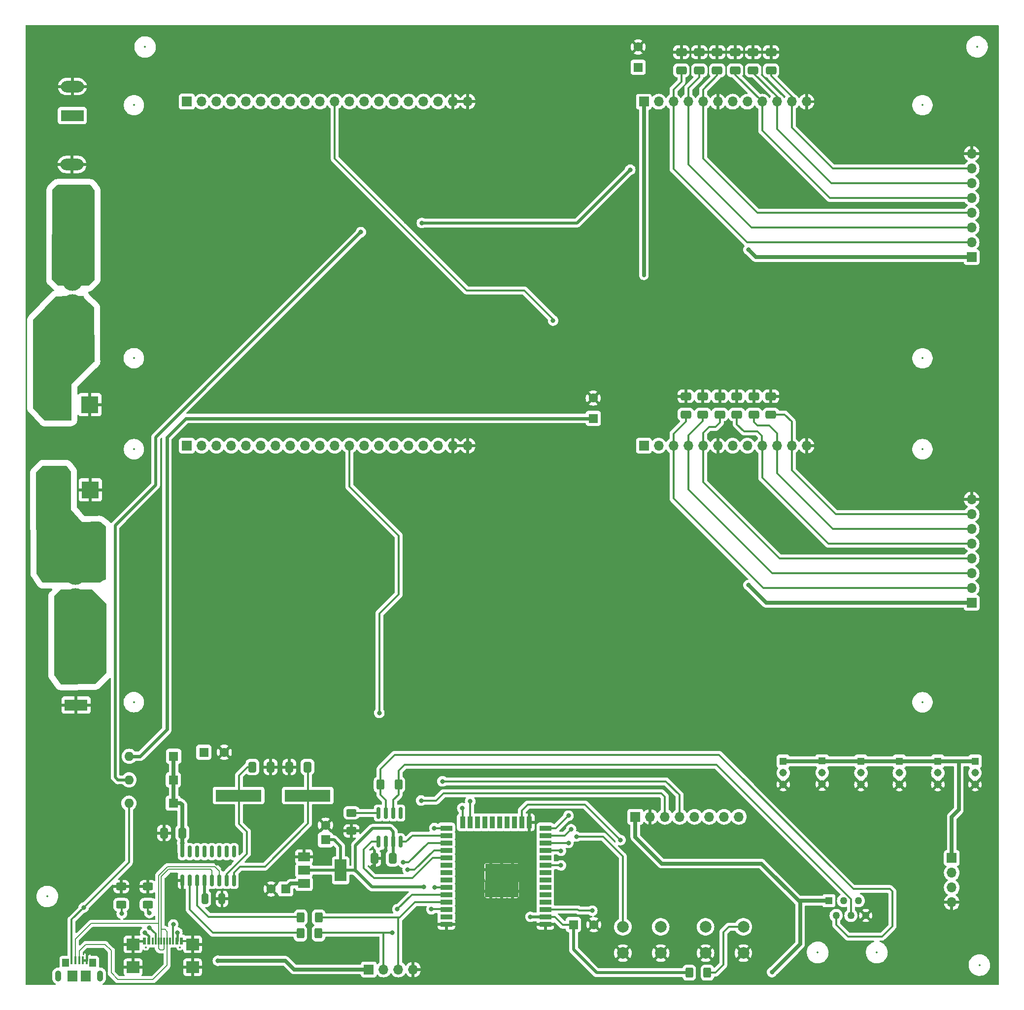
<source format=gtl>
%TF.GenerationSoftware,KiCad,Pcbnew,7.0.1*%
%TF.CreationDate,2024-06-25T12:01:32+02:00*%
%TF.ProjectId,ODRIVE_V1.0,4f445249-5645-45f5-9631-2e302e6b6963,rev?*%
%TF.SameCoordinates,Original*%
%TF.FileFunction,Copper,L1,Top*%
%TF.FilePolarity,Positive*%
%FSLAX46Y46*%
G04 Gerber Fmt 4.6, Leading zero omitted, Abs format (unit mm)*
G04 Created by KiCad (PCBNEW 7.0.1) date 2024-06-25 12:01:32*
%MOMM*%
%LPD*%
G01*
G04 APERTURE LIST*
G04 Aperture macros list*
%AMRoundRect*
0 Rectangle with rounded corners*
0 $1 Rounding radius*
0 $2 $3 $4 $5 $6 $7 $8 $9 X,Y pos of 4 corners*
0 Add a 4 corners polygon primitive as box body*
4,1,4,$2,$3,$4,$5,$6,$7,$8,$9,$2,$3,0*
0 Add four circle primitives for the rounded corners*
1,1,$1+$1,$2,$3*
1,1,$1+$1,$4,$5*
1,1,$1+$1,$6,$7*
1,1,$1+$1,$8,$9*
0 Add four rect primitives between the rounded corners*
20,1,$1+$1,$2,$3,$4,$5,0*
20,1,$1+$1,$4,$5,$6,$7,0*
20,1,$1+$1,$6,$7,$8,$9,0*
20,1,$1+$1,$8,$9,$2,$3,0*%
G04 Aperture macros list end*
%TA.AperFunction,ComponentPad*%
%ADD10R,3.000000X3.000000*%
%TD*%
%TA.AperFunction,ComponentPad*%
%ADD11C,3.000000*%
%TD*%
%TA.AperFunction,SMDPad,CuDef*%
%ADD12RoundRect,0.250000X0.650000X-0.412500X0.650000X0.412500X-0.650000X0.412500X-0.650000X-0.412500X0*%
%TD*%
%TA.AperFunction,ComponentPad*%
%ADD13R,1.308000X1.308000*%
%TD*%
%TA.AperFunction,ComponentPad*%
%ADD14C,1.308000*%
%TD*%
%TA.AperFunction,SMDPad,CuDef*%
%ADD15RoundRect,0.250000X0.625000X-0.400000X0.625000X0.400000X-0.625000X0.400000X-0.625000X-0.400000X0*%
%TD*%
%TA.AperFunction,SMDPad,CuDef*%
%ADD16RoundRect,0.150000X0.150000X-0.825000X0.150000X0.825000X-0.150000X0.825000X-0.150000X-0.825000X0*%
%TD*%
%TA.AperFunction,ComponentPad*%
%ADD17R,1.700000X1.700000*%
%TD*%
%TA.AperFunction,ComponentPad*%
%ADD18O,1.700000X1.700000*%
%TD*%
%TA.AperFunction,SMDPad,CuDef*%
%ADD19R,0.600000X1.150000*%
%TD*%
%TA.AperFunction,SMDPad,CuDef*%
%ADD20R,0.300000X1.150000*%
%TD*%
%TA.AperFunction,SMDPad,CuDef*%
%ADD21R,2.180000X2.000000*%
%TD*%
%TA.AperFunction,ComponentPad*%
%ADD22C,3.500000*%
%TD*%
%TA.AperFunction,SMDPad,CuDef*%
%ADD23R,2.000000X1.500000*%
%TD*%
%TA.AperFunction,SMDPad,CuDef*%
%ADD24R,2.000000X3.800000*%
%TD*%
%TA.AperFunction,SMDPad,CuDef*%
%ADD25RoundRect,0.250000X-0.412500X-0.650000X0.412500X-0.650000X0.412500X0.650000X-0.412500X0.650000X0*%
%TD*%
%TA.AperFunction,ComponentPad*%
%ADD26R,1.600000X1.600000*%
%TD*%
%TA.AperFunction,ComponentPad*%
%ADD27C,1.600000*%
%TD*%
%TA.AperFunction,ComponentPad*%
%ADD28R,3.960000X1.980000*%
%TD*%
%TA.AperFunction,ComponentPad*%
%ADD29O,3.960000X1.980000*%
%TD*%
%TA.AperFunction,SMDPad,CuDef*%
%ADD30RoundRect,0.250000X0.412500X0.650000X-0.412500X0.650000X-0.412500X-0.650000X0.412500X-0.650000X0*%
%TD*%
%TA.AperFunction,ComponentPad*%
%ADD31O,1.600000X1.600000*%
%TD*%
%TA.AperFunction,SMDPad,CuDef*%
%ADD32RoundRect,0.250000X-0.325000X-0.650000X0.325000X-0.650000X0.325000X0.650000X-0.325000X0.650000X0*%
%TD*%
%TA.AperFunction,SMDPad,CuDef*%
%ADD33R,2.000000X0.900000*%
%TD*%
%TA.AperFunction,SMDPad,CuDef*%
%ADD34R,0.900000X2.000000*%
%TD*%
%TA.AperFunction,SMDPad,CuDef*%
%ADD35R,1.330000X1.330000*%
%TD*%
%TA.AperFunction,ComponentPad*%
%ADD36C,0.300000*%
%TD*%
%TA.AperFunction,ComponentPad*%
%ADD37R,1.268000X1.268000*%
%TD*%
%TA.AperFunction,ComponentPad*%
%ADD38C,1.268000*%
%TD*%
%TA.AperFunction,SMDPad,CuDef*%
%ADD39RoundRect,0.250000X-0.400000X-0.625000X0.400000X-0.625000X0.400000X0.625000X-0.400000X0.625000X0*%
%TD*%
%TA.AperFunction,ComponentPad*%
%ADD40C,2.000000*%
%TD*%
%TA.AperFunction,SMDPad,CuDef*%
%ADD41RoundRect,0.250000X-0.625000X0.400000X-0.625000X-0.400000X0.625000X-0.400000X0.625000X0.400000X0*%
%TD*%
%TA.AperFunction,SMDPad,CuDef*%
%ADD42RoundRect,0.250000X0.400000X0.625000X-0.400000X0.625000X-0.400000X-0.625000X0.400000X-0.625000X0*%
%TD*%
%TA.AperFunction,SMDPad,CuDef*%
%ADD43R,0.400000X1.400000*%
%TD*%
%TA.AperFunction,ComponentPad*%
%ADD44O,1.050000X1.900000*%
%TD*%
%TA.AperFunction,SMDPad,CuDef*%
%ADD45R,1.150000X1.450000*%
%TD*%
%TA.AperFunction,SMDPad,CuDef*%
%ADD46R,1.750000X1.900000*%
%TD*%
%TA.AperFunction,SMDPad,CuDef*%
%ADD47R,7.875000X2.000000*%
%TD*%
%TA.AperFunction,ViaPad*%
%ADD48C,0.800000*%
%TD*%
%TA.AperFunction,ViaPad*%
%ADD49C,1.000000*%
%TD*%
%TA.AperFunction,Conductor*%
%ADD50C,0.350000*%
%TD*%
%TA.AperFunction,Conductor*%
%ADD51C,0.400000*%
%TD*%
%TA.AperFunction,Conductor*%
%ADD52C,0.650000*%
%TD*%
%TA.AperFunction,Conductor*%
%ADD53C,0.700000*%
%TD*%
%TA.AperFunction,Conductor*%
%ADD54C,0.550000*%
%TD*%
%TA.AperFunction,Conductor*%
%ADD55C,0.200000*%
%TD*%
%TA.AperFunction,Conductor*%
%ADD56C,0.500000*%
%TD*%
%TA.AperFunction,Conductor*%
%ADD57C,0.300000*%
%TD*%
%TA.AperFunction,Conductor*%
%ADD58C,0.600000*%
%TD*%
%ADD59C,0.350000*%
%ADD60C,0.200000*%
%ADD61O,0.450000X1.250000*%
G04 APERTURE END LIST*
D10*
%TO.P,J4,1,Pin_1*%
%TO.N,GND*%
X20800000Y-95500000D03*
D11*
%TO.P,J4,2,Pin_2*%
%TO.N,/onFuse*%
X15800000Y-95500000D03*
%TD*%
D12*
%TO.P,C9,1*%
%TO.N,Z2*%
X128500000Y-23375000D03*
%TO.P,C9,2*%
%TO.N,GND*%
X128500000Y-20250000D03*
%TD*%
D13*
%TO.P,J13,1,1*%
%TO.N,VCC*%
X139850000Y-142150000D03*
D14*
%TO.P,J13,2,2*%
%TO.N,/IO33*%
X139850000Y-144150000D03*
%TO.P,J13,3,3*%
%TO.N,GND*%
X139850000Y-146150000D03*
%TD*%
D12*
%TO.P,C1,1*%
%TO.N,A*%
X123108000Y-82525000D03*
%TO.P,C1,2*%
%TO.N,GND*%
X123108000Y-79400000D03*
%TD*%
D15*
%TO.P,R1,1*%
%TO.N,GND*%
X65655000Y-154125000D03*
%TO.P,R1,2*%
%TO.N,Net-(U7-Rs)*%
X65655000Y-151025000D03*
%TD*%
D16*
%TO.P,U7,1,D*%
%TO.N,CANt*%
X70300000Y-156000000D03*
%TO.P,U7,2,GND*%
%TO.N,GND*%
X71570000Y-156000000D03*
%TO.P,U7,3,VCC*%
%TO.N,+3V3*%
X72840000Y-156000000D03*
%TO.P,U7,4,R*%
%TO.N,CANr*%
X74110000Y-156000000D03*
%TO.P,U7,5,LBK*%
%TO.N,unconnected-(U7-LBK-Pad5)*%
X74110000Y-151050000D03*
%TO.P,U7,6,CANL*%
%TO.N,L*%
X72840000Y-151050000D03*
%TO.P,U7,7,CANH*%
%TO.N,H*%
X71570000Y-151050000D03*
%TO.P,U7,8,Rs*%
%TO.N,Net-(U7-Rs)*%
X70300000Y-151050000D03*
%TD*%
D12*
%TO.P,C4,1*%
%TO.N,A1*%
X131871000Y-82525000D03*
%TO.P,C4,2*%
%TO.N,GND*%
X131871000Y-79400000D03*
%TD*%
D13*
%TO.P,J14,1,1*%
%TO.N,VCC*%
X146525000Y-142100000D03*
D14*
%TO.P,J14,2,2*%
%TO.N,/IO26*%
X146525000Y-144100000D03*
%TO.P,J14,3,3*%
%TO.N,GND*%
X146525000Y-146100000D03*
%TD*%
D17*
%TO.P,J6,1,Pin_1*%
%TO.N,+5V*%
X172212000Y-55468000D03*
D18*
%TO.P,J6,2,Pin_2*%
%TO.N,A2*%
X172212000Y-52928000D03*
%TO.P,J6,3,Pin_3*%
%TO.N,B2*%
X172212000Y-50388000D03*
%TO.P,J6,4,Pin_4*%
%TO.N,Z2*%
X172212000Y-47848000D03*
%TO.P,J6,5,Pin_5*%
%TO.N,A12*%
X172212000Y-45308000D03*
%TO.P,J6,6,Pin_6*%
%TO.N,B12*%
X172212000Y-42768000D03*
%TO.P,J6,7,Pin_7*%
%TO.N,Z12*%
X172212000Y-40228000D03*
%TO.P,J6,8,Pin_8*%
%TO.N,GND*%
X172212000Y-37688000D03*
%TD*%
D19*
%TO.P,J7,A1/B12,GND*%
%TO.N,GND*%
X30050000Y-173062500D03*
%TO.P,J7,A4/B9,VBUS*%
%TO.N,+VDC*%
X30850000Y-173062500D03*
D20*
%TO.P,J7,A5,CC1*%
%TO.N,Net-(J7-CC1)*%
X32000000Y-173062500D03*
%TO.P,J7,A6,DP1*%
%TO.N,/+*%
X33000000Y-173062500D03*
%TO.P,J7,A7,DN1*%
%TO.N,/-*%
X33500000Y-173062500D03*
%TO.P,J7,A8,SBU1*%
%TO.N,unconnected-(J7-SBU1-PadA8)*%
X34500000Y-173062500D03*
D19*
%TO.P,J7,B1/A12,GND__1*%
%TO.N,GND*%
X36450000Y-173062500D03*
%TO.P,J7,B4/A9,VBUS__1*%
%TO.N,+VDC*%
X35650000Y-173062500D03*
D20*
%TO.P,J7,B5,CC2*%
%TO.N,Net-(J7-CC2)*%
X35000000Y-173062500D03*
%TO.P,J7,B6,DP2*%
%TO.N,/+*%
X34000000Y-173062500D03*
%TO.P,J7,B7,DN2*%
%TO.N,/-*%
X32500000Y-173062500D03*
%TO.P,J7,B8,SBU2*%
%TO.N,unconnected-(J7-SBU2-PadB8)*%
X31500000Y-173062500D03*
D21*
%TO.P,J7,S1,GND__2*%
%TO.N,GND*%
X28140000Y-173637500D03*
%TO.P,J7,S2,GND__3*%
X38360000Y-173637500D03*
%TO.P,J7,S3,GND__4*%
X28140000Y-177567500D03*
%TO.P,J7,S4,GND__5*%
X38360000Y-177567500D03*
%TD*%
D22*
%TO.P,F2,1A*%
%TO.N,/fuse2*%
X17700000Y-54450000D03*
%TO.P,F2,1B*%
X17700000Y-59530000D03*
%TO.P,F2,2A*%
%TO.N,/onFuse\u002A*%
X17700000Y-63590000D03*
%TO.P,F2,2B*%
X17700000Y-68670000D03*
%TD*%
D12*
%TO.P,C8,1*%
%TO.N,B2*%
X125420000Y-23375000D03*
%TO.P,C8,2*%
%TO.N,GND*%
X125420000Y-20250000D03*
%TD*%
D23*
%TO.P,U2,1,GND*%
%TO.N,GND*%
X57500000Y-158600000D03*
%TO.P,U2,2,VO*%
%TO.N,+3V3*%
X57500000Y-160900000D03*
D24*
X63800000Y-160900000D03*
D23*
%TO.P,U2,3,VI*%
%TO.N,VCC*%
X57500000Y-163200000D03*
%TD*%
D25*
%TO.P,C13,1*%
%TO.N,Net-(U1-XI)*%
X48637500Y-143150000D03*
%TO.P,C13,2*%
%TO.N,GND*%
X51762500Y-143150000D03*
%TD*%
D26*
%TO.P,C24,1*%
%TO.N,+3V3*%
X61200000Y-155650000D03*
D27*
%TO.P,C24,2*%
%TO.N,GND*%
X61200000Y-153150000D03*
%TD*%
D13*
%TO.P,J15,1,1*%
%TO.N,VCC*%
X153200000Y-142150000D03*
D14*
%TO.P,J15,2,2*%
%TO.N,/IO27*%
X153200000Y-144150000D03*
%TO.P,J15,3,3*%
%TO.N,GND*%
X153200000Y-146150000D03*
%TD*%
D17*
%TO.P,U5,1,VCC*%
%TO.N,VCC*%
X114430000Y-151700000D03*
D18*
%TO.P,U5,2,GND*%
%TO.N,GND*%
X116970000Y-151700000D03*
%TO.P,U5,3,SCL*%
%TO.N,SCL*%
X119510000Y-151700000D03*
%TO.P,U5,4,SDA*%
%TO.N,SDA*%
X122050000Y-151700000D03*
%TO.P,U5,5,XDA*%
%TO.N,unconnected-(U5-XDA-Pad5)*%
X124590000Y-151700000D03*
%TO.P,U5,6,XCL*%
%TO.N,unconnected-(U5-XCL-Pad6)*%
X127130000Y-151700000D03*
%TO.P,U5,7,AD0*%
%TO.N,unconnected-(U5-AD0-Pad7)*%
X129670000Y-151700000D03*
%TO.P,U5,8,INT*%
%TO.N,unconnected-(U5-INT-Pad8)*%
X132210000Y-151700000D03*
%TD*%
D28*
%TO.P,J2,1,Pin_1*%
%TO.N,VDD*%
X17700000Y-31150000D03*
D29*
%TO.P,J2,2,Pin_2*%
%TO.N,GND*%
X17700000Y-26150000D03*
%TD*%
D17*
%TO.P,U3,1*%
%TO.N,unconnected-(U3-Pad1)*%
X37385000Y-28735000D03*
D18*
%TO.P,U3,2*%
%TO.N,unconnected-(U3-Pad2)*%
X39925000Y-28735000D03*
%TO.P,U3,3*%
%TO.N,unconnected-(U3-Pad3)*%
X42465000Y-28735000D03*
%TO.P,U3,4*%
%TO.N,unconnected-(U3-Pad4)*%
X45005000Y-28735000D03*
%TO.P,U3,5*%
%TO.N,unconnected-(U3-Pad5)*%
X47545000Y-28735000D03*
%TO.P,U3,6*%
%TO.N,unconnected-(U3-Pad6)*%
X50085000Y-28735000D03*
%TO.P,U3,7*%
%TO.N,unconnected-(U3-Pad7)*%
X52625000Y-28735000D03*
%TO.P,U3,8*%
%TO.N,unconnected-(U3-Pad8)*%
X55165000Y-28735000D03*
%TO.P,U3,9*%
%TO.N,unconnected-(U3-Pad9)*%
X57705000Y-28735000D03*
%TO.P,U3,10*%
%TO.N,unconnected-(U3-Pad10)*%
X60245000Y-28735000D03*
%TO.P,U3,11*%
%TO.N,RX1*%
X62785000Y-28735000D03*
%TO.P,U3,12*%
%TO.N,TX1*%
X65325000Y-28735000D03*
%TO.P,U3,13*%
%TO.N,unconnected-(U3-Pad13)*%
X67865000Y-28735000D03*
%TO.P,U3,14*%
%TO.N,unconnected-(U3-Pad14)*%
X70405000Y-28735000D03*
%TO.P,U3,15*%
%TO.N,unconnected-(U3-Pad15)*%
X72945000Y-28735000D03*
%TO.P,U3,16*%
%TO.N,unconnected-(U3-Pad16)*%
X75485000Y-28735000D03*
%TO.P,U3,17*%
%TO.N,unconnected-(U3-Pad17)*%
X78025000Y-28735000D03*
%TO.P,U3,18*%
%TO.N,unconnected-(U3-Pad18)*%
X80565000Y-28735000D03*
%TO.P,U3,19*%
%TO.N,GND*%
X83105000Y-28735000D03*
%TO.P,U3,20*%
X85645000Y-28735000D03*
D17*
%TO.P,U3,21*%
%TO.N,unconnected-(U3-Pad21)*%
X115900000Y-28750000D03*
D18*
%TO.P,U3,22*%
%TO.N,/junction*%
X118440000Y-28750000D03*
%TO.P,U3,23*%
%TO.N,A2*%
X120980000Y-28750000D03*
%TO.P,U3,24*%
%TO.N,B2*%
X123520000Y-28750000D03*
%TO.P,U3,25*%
%TO.N,Z2*%
X126060000Y-28750000D03*
%TO.P,U3,26*%
%TO.N,GND*%
X128600000Y-28750000D03*
%TO.P,U3,27*%
%TO.N,unconnected-(U3-Pad27)*%
X131140000Y-28750000D03*
%TO.P,U3,28*%
%TO.N,+5V*%
X133680000Y-28750000D03*
%TO.P,U3,29*%
%TO.N,A12*%
X136220000Y-28750000D03*
%TO.P,U3,30*%
%TO.N,B12*%
X138760000Y-28750000D03*
%TO.P,U3,31*%
%TO.N,Z12*%
X141300000Y-28750000D03*
%TO.P,U3,32*%
%TO.N,GND*%
X143840000Y-28750000D03*
%TD*%
D30*
%TO.P,C14,1*%
%TO.N,VCC*%
X36595000Y-154500000D03*
%TO.P,C14,2*%
%TO.N,GND*%
X33470000Y-154500000D03*
%TD*%
D26*
%TO.P,D3,1,K*%
%TO.N,VCC*%
X35110000Y-141300000D03*
D31*
%TO.P,D3,2,A*%
%TO.N,/junction1*%
X27490000Y-141300000D03*
%TD*%
D32*
%TO.P,C16,1*%
%TO.N,Net-(U1-V3)*%
X40465000Y-165800000D03*
%TO.P,C16,2*%
%TO.N,GND*%
X43415000Y-165800000D03*
%TD*%
D33*
%TO.P,U4,1,GND*%
%TO.N,GND*%
X98965000Y-170160000D03*
%TO.P,U4,2,3V3*%
%TO.N,+3V3*%
X98965000Y-168890000D03*
%TO.P,U4,3,EN*%
%TO.N,EN*%
X98965000Y-167620000D03*
%TO.P,U4,4,SENSOR_VP*%
%TO.N,unconnected-(U4-SENSOR_VP-Pad4)*%
X98965000Y-166350000D03*
%TO.P,U4,5,SENSOR_VN*%
%TO.N,unconnected-(U4-SENSOR_VN-Pad5)*%
X98965000Y-165080000D03*
%TO.P,U4,6,IO34*%
%TO.N,unconnected-(U4-IO34-Pad6)*%
X98965000Y-163810000D03*
%TO.P,U4,7,IO35*%
%TO.N,unconnected-(U4-IO35-Pad7)*%
X98965000Y-162540000D03*
%TO.P,U4,8,IO32*%
%TO.N,unconnected-(U4-IO32-Pad8)*%
X98965000Y-161270000D03*
%TO.P,U4,9,IO33*%
%TO.N,/IO33*%
X98965000Y-160000000D03*
%TO.P,U4,10,IO25*%
%TO.N,unconnected-(U4-IO25-Pad10)*%
X98965000Y-158730000D03*
%TO.P,U4,11,IO26*%
%TO.N,/IO26*%
X98965000Y-157460000D03*
%TO.P,U4,12,IO27*%
%TO.N,/IO27*%
X98965000Y-156190000D03*
%TO.P,U4,13,IO14*%
%TO.N,/IO14*%
X98965000Y-154920000D03*
%TO.P,U4,14,IO12*%
%TO.N,/IO12*%
X98965000Y-153650000D03*
D34*
%TO.P,U4,15,GND*%
%TO.N,GND*%
X96180000Y-152650000D03*
%TO.P,U4,16,IO13*%
%TO.N,/IO13*%
X94910000Y-152650000D03*
%TO.P,U4,17,SHD/SD2*%
%TO.N,unconnected-(U4-SHD{slash}SD2-Pad17)*%
X93640000Y-152650000D03*
%TO.P,U4,18,SWP/SD3*%
%TO.N,unconnected-(U4-SWP{slash}SD3-Pad18)*%
X92370000Y-152650000D03*
%TO.P,U4,19,SCS/CMD*%
%TO.N,unconnected-(U4-SCS{slash}CMD-Pad19)*%
X91100000Y-152650000D03*
%TO.P,U4,20,SCK/CLK*%
%TO.N,unconnected-(U4-SCK{slash}CLK-Pad20)*%
X89830000Y-152650000D03*
%TO.P,U4,21,SDO/SD0*%
%TO.N,unconnected-(U4-SDO{slash}SD0-Pad21)*%
X88560000Y-152650000D03*
%TO.P,U4,22,SDI/SD1*%
%TO.N,unconnected-(U4-SDI{slash}SD1-Pad22)*%
X87290000Y-152650000D03*
%TO.P,U4,23,IO15*%
%TO.N,RX1*%
X86020000Y-152650000D03*
%TO.P,U4,24,IO2*%
%TO.N,TX1*%
X84750000Y-152650000D03*
D33*
%TO.P,U4,25,IO0*%
%TO.N,IO0*%
X81965000Y-153650000D03*
%TO.P,U4,26,IO4*%
%TO.N,CANr*%
X81965000Y-154920000D03*
%TO.P,U4,27,IO16*%
%TO.N,RX2*%
X81965000Y-156190000D03*
%TO.P,U4,28,IO17*%
%TO.N,TX2*%
X81965000Y-157460000D03*
%TO.P,U4,29,IO5*%
%TO.N,CANt*%
X81965000Y-158730000D03*
%TO.P,U4,30,IO18*%
%TO.N,unconnected-(U4-IO18-Pad30)*%
X81965000Y-160000000D03*
%TO.P,U4,31,IO19*%
%TO.N,unconnected-(U4-IO19-Pad31)*%
X81965000Y-161270000D03*
%TO.P,U4,32,NC*%
%TO.N,unconnected-(U4-NC-Pad32)*%
X81965000Y-162540000D03*
%TO.P,U4,33,IO21*%
%TO.N,SDA*%
X81965000Y-163810000D03*
%TO.P,U4,34,RXD0*%
%TO.N,TXp*%
X81965000Y-165080000D03*
%TO.P,U4,35,TXD0*%
%TO.N,RXp*%
X81965000Y-166350000D03*
%TO.P,U4,36,IO22*%
%TO.N,SCL*%
X81965000Y-167620000D03*
%TO.P,U4,37,IO23*%
%TO.N,unconnected-(U4-IO23-Pad37)*%
X81965000Y-168890000D03*
%TO.P,U4,38,GND*%
%TO.N,GND*%
X81965000Y-170160000D03*
D35*
%TO.P,U4,39_1,GND*%
X93300000Y-164495000D03*
%TO.P,U4,39_2,GND*%
X91465000Y-164495000D03*
%TO.P,U4,39_3,GND*%
X89630000Y-164495000D03*
%TO.P,U4,39_4,GND*%
X93300000Y-162660000D03*
%TO.P,U4,39_5,GND*%
X91465000Y-162660000D03*
%TO.P,U4,39_6,GND*%
X89630000Y-162660000D03*
%TO.P,U4,39_7,GND*%
X93300000Y-160825000D03*
%TO.P,U4,39_8,GND*%
X91465000Y-160825000D03*
%TO.P,U4,39_9,GND*%
X89630000Y-160825000D03*
D36*
%TO.P,U4,39_10,GND*%
X92382500Y-164495000D03*
%TO.P,U4,39_11,GND*%
X90547500Y-164495000D03*
%TO.P,U4,39_12,GND*%
X93300000Y-163577500D03*
%TO.P,U4,39_13,GND*%
X91465000Y-163577500D03*
%TO.P,U4,39_14,GND*%
X89630000Y-163577500D03*
%TO.P,U4,39_15,GND*%
X92382500Y-162660000D03*
%TO.P,U4,39_16,GND*%
X90547500Y-162660000D03*
%TO.P,U4,39_17,GND*%
X93300000Y-161742500D03*
%TO.P,U4,39_18,GND*%
X91465000Y-161742500D03*
%TO.P,U4,39_19,GND*%
X89630000Y-161742500D03*
%TO.P,U4,39_20,GND*%
X92382500Y-160825000D03*
%TO.P,U4,39_21,GND*%
X90547500Y-160825000D03*
%TD*%
D26*
%TO.P,C19,1*%
%TO.N,VCC*%
X40300000Y-140600000D03*
D27*
%TO.P,C19,2*%
%TO.N,GND*%
X43800000Y-140600000D03*
%TD*%
D26*
%TO.P,C18,1*%
%TO.N,/junction1*%
X107200000Y-83200000D03*
D27*
%TO.P,C18,2*%
%TO.N,GND*%
X107200000Y-79700000D03*
%TD*%
D15*
%TO.P,R5,1*%
%TO.N,Net-(J7-CC1)*%
X26100000Y-166800000D03*
%TO.P,R5,2*%
%TO.N,GND*%
X26100000Y-163700000D03*
%TD*%
D12*
%TO.P,C3,1*%
%TO.N,Z*%
X128950000Y-82525000D03*
%TO.P,C3,2*%
%TO.N,GND*%
X128950000Y-79400000D03*
%TD*%
D37*
%TO.P,J10,1,P1*%
%TO.N,VCC*%
X147670000Y-166130000D03*
D38*
%TO.P,J10,2,P2*%
%TO.N,H*%
X148940000Y-168670000D03*
%TO.P,J10,3,P3*%
%TO.N,unconnected-(J10-P3-Pad3)*%
X150210000Y-166130000D03*
%TO.P,J10,4,P4*%
%TO.N,L*%
X151480000Y-168670000D03*
%TO.P,J10,5,P5*%
%TO.N,unconnected-(J10-P5-Pad5)*%
X152750000Y-166130000D03*
%TO.P,J10,6,P6*%
%TO.N,GND*%
X154020000Y-168670000D03*
%TD*%
D12*
%TO.P,C6,1*%
%TO.N,Z1*%
X137713000Y-82525000D03*
%TO.P,C6,2*%
%TO.N,GND*%
X137713000Y-79400000D03*
%TD*%
D26*
%TO.P,C21,1*%
%TO.N,/junction*%
X114918000Y-22843349D03*
D27*
%TO.P,C21,2*%
%TO.N,GND*%
X114918000Y-19343349D03*
%TD*%
D12*
%TO.P,C10,1*%
%TO.N,A12*%
X131580000Y-23375000D03*
%TO.P,C10,2*%
%TO.N,GND*%
X131580000Y-20250000D03*
%TD*%
D26*
%TO.P,C23,1*%
%TO.N,VCC*%
X54350000Y-164100000D03*
D27*
%TO.P,C23,2*%
%TO.N,GND*%
X51850000Y-164100000D03*
%TD*%
D12*
%TO.P,C7,1*%
%TO.N,A2*%
X122340000Y-23375000D03*
%TO.P,C7,2*%
%TO.N,GND*%
X122340000Y-20250000D03*
%TD*%
D39*
%TO.P,R3,1*%
%TO.N,Net-(U1-TXD)*%
X56890000Y-171750000D03*
%TO.P,R3,2*%
%TO.N,TXp*%
X59990000Y-171750000D03*
%TD*%
D28*
%TO.P,J12,1,Pin_1*%
%TO.N,GND*%
X18350000Y-132500000D03*
D29*
%TO.P,J12,2,Pin_2*%
%TO.N,VDD*%
X18350000Y-127500000D03*
%TD*%
D12*
%TO.P,C11,1*%
%TO.N,B12*%
X134660000Y-23375000D03*
%TO.P,C11,2*%
%TO.N,GND*%
X134660000Y-20250000D03*
%TD*%
D26*
%TO.P,D1,1,K*%
%TO.N,VCC*%
X35040000Y-149350000D03*
D31*
%TO.P,D1,2,A*%
%TO.N,+VDC*%
X27420000Y-149350000D03*
%TD*%
D30*
%TO.P,C15,1*%
%TO.N,Net-(U1-XO)*%
X58112500Y-143150000D03*
%TO.P,C15,2*%
%TO.N,GND*%
X54987500Y-143150000D03*
%TD*%
D13*
%TO.P,J18,1,1*%
%TO.N,VCC*%
X166400000Y-142150000D03*
D14*
%TO.P,J18,2,2*%
%TO.N,/IO12*%
X166400000Y-144150000D03*
%TO.P,J18,3,3*%
%TO.N,GND*%
X166400000Y-146150000D03*
%TD*%
D40*
%TO.P,SW3,1,A*%
%TO.N,GND*%
X132995000Y-175125000D03*
X126495000Y-175125000D03*
%TO.P,SW3,2,B*%
%TO.N,EN*%
X132995000Y-170625000D03*
X126495000Y-170625000D03*
%TD*%
D30*
%TO.P,C22,1*%
%TO.N,+3V3*%
X72721000Y-158846000D03*
%TO.P,C22,2*%
%TO.N,GND*%
X69596000Y-158846000D03*
%TD*%
D41*
%TO.P,R7,1*%
%TO.N,GND*%
X30650000Y-163700000D03*
%TO.P,R7,2*%
%TO.N,Net-(J7-CC2)*%
X30650000Y-166800000D03*
%TD*%
D42*
%TO.P,R6,1*%
%TO.N,EN*%
X126800000Y-178500000D03*
%TO.P,R6,2*%
%TO.N,+3V3*%
X123700000Y-178500000D03*
%TD*%
D28*
%TO.P,J3,1,Pin_1*%
%TO.N,/fuse2*%
X17650000Y-44550000D03*
D29*
%TO.P,J3,2,Pin_2*%
%TO.N,GND*%
X17650000Y-39550000D03*
%TD*%
D12*
%TO.P,C2,1*%
%TO.N,B*%
X126029000Y-82525000D03*
%TO.P,C2,2*%
%TO.N,GND*%
X126029000Y-79400000D03*
%TD*%
D13*
%TO.P,J17,1,1*%
%TO.N,VCC*%
X172800000Y-142150000D03*
D14*
%TO.P,J17,2,2*%
%TO.N,/IO13*%
X172800000Y-144150000D03*
%TO.P,J17,3,3*%
%TO.N,GND*%
X172800000Y-146150000D03*
%TD*%
D40*
%TO.P,SW4,1,A*%
%TO.N,IO0*%
X112295000Y-170625000D03*
X118795000Y-170625000D03*
%TO.P,SW4,2,B*%
%TO.N,GND*%
X112295000Y-175125000D03*
X118795000Y-175125000D03*
%TD*%
D22*
%TO.P,F1,1A*%
%TO.N,VDD*%
X18250000Y-119190000D03*
%TO.P,F1,1B*%
X18250000Y-114110000D03*
%TO.P,F1,2A*%
%TO.N,/onFuse*%
X18250000Y-110050000D03*
%TO.P,F1,2B*%
X18250000Y-104970000D03*
%TD*%
D17*
%TO.P,J8,1,Pin_1*%
%TO.N,VCC*%
X68640000Y-177950000D03*
D18*
%TO.P,J8,2,Pin_2*%
%TO.N,TXp*%
X71180000Y-177950000D03*
%TO.P,J8,3,Pin_3*%
%TO.N,RXp*%
X73720000Y-177950000D03*
%TO.P,J8,4,Pin_4*%
%TO.N,GND*%
X76260000Y-177950000D03*
%TD*%
D17*
%TO.P,U6,1*%
%TO.N,unconnected-(U6-Pad1)*%
X37385000Y-87885000D03*
D18*
%TO.P,U6,2*%
%TO.N,unconnected-(U6-Pad2)*%
X39925000Y-87885000D03*
%TO.P,U6,3*%
%TO.N,unconnected-(U6-Pad3)*%
X42465000Y-87885000D03*
%TO.P,U6,4*%
%TO.N,unconnected-(U6-Pad4)*%
X45005000Y-87885000D03*
%TO.P,U6,5*%
%TO.N,unconnected-(U6-Pad5)*%
X47545000Y-87885000D03*
%TO.P,U6,6*%
%TO.N,unconnected-(U6-Pad6)*%
X50085000Y-87885000D03*
%TO.P,U6,7*%
%TO.N,unconnected-(U6-Pad7)*%
X52625000Y-87885000D03*
%TO.P,U6,8*%
%TO.N,unconnected-(U6-Pad8)*%
X55165000Y-87885000D03*
%TO.P,U6,9*%
%TO.N,unconnected-(U6-Pad9)*%
X57705000Y-87885000D03*
%TO.P,U6,10*%
%TO.N,unconnected-(U6-Pad10)*%
X60245000Y-87885000D03*
%TO.P,U6,11*%
%TO.N,RX2*%
X62785000Y-87885000D03*
%TO.P,U6,12*%
%TO.N,TX2*%
X65325000Y-87885000D03*
%TO.P,U6,13*%
%TO.N,unconnected-(U6-Pad13)*%
X67865000Y-87885000D03*
%TO.P,U6,14*%
%TO.N,unconnected-(U6-Pad14)*%
X70405000Y-87885000D03*
%TO.P,U6,15*%
%TO.N,unconnected-(U6-Pad15)*%
X72945000Y-87885000D03*
%TO.P,U6,16*%
%TO.N,unconnected-(U6-Pad16)*%
X75485000Y-87885000D03*
%TO.P,U6,17*%
%TO.N,unconnected-(U6-Pad17)*%
X78025000Y-87885000D03*
%TO.P,U6,18*%
%TO.N,unconnected-(U6-Pad18)*%
X80565000Y-87885000D03*
%TO.P,U6,19*%
%TO.N,GND*%
X83105000Y-87885000D03*
%TO.P,U6,20*%
X85645000Y-87885000D03*
D17*
%TO.P,U6,21*%
%TO.N,unconnected-(U6-Pad21)*%
X115900000Y-87900000D03*
D18*
%TO.P,U6,22*%
%TO.N,/junction1*%
X118440000Y-87900000D03*
%TO.P,U6,23*%
%TO.N,A*%
X120980000Y-87900000D03*
%TO.P,U6,24*%
%TO.N,B*%
X123520000Y-87900000D03*
%TO.P,U6,25*%
%TO.N,Z*%
X126060000Y-87900000D03*
%TO.P,U6,26*%
%TO.N,GND*%
X128600000Y-87900000D03*
%TO.P,U6,27*%
%TO.N,unconnected-(U6-Pad27)*%
X131140000Y-87900000D03*
%TO.P,U6,28*%
%TO.N,+5C*%
X133680000Y-87900000D03*
%TO.P,U6,29*%
%TO.N,A1*%
X136220000Y-87900000D03*
%TO.P,U6,30*%
%TO.N,B1*%
X138760000Y-87900000D03*
%TO.P,U6,31*%
%TO.N,Z1*%
X141300000Y-87900000D03*
%TO.P,U6,32*%
%TO.N,GND*%
X143840000Y-87900000D03*
%TD*%
D39*
%TO.P,R4,1*%
%TO.N,Net-(U1-RXD)*%
X56940000Y-169000000D03*
%TO.P,R4,2*%
%TO.N,RXp*%
X60040000Y-169000000D03*
%TD*%
D26*
%TO.P,D2,1,K*%
%TO.N,VCC*%
X35060000Y-145350000D03*
D31*
%TO.P,D2,2,A*%
%TO.N,/junction*%
X27440000Y-145350000D03*
%TD*%
D13*
%TO.P,J16,1,1*%
%TO.N,VCC*%
X159800000Y-142150000D03*
D14*
%TO.P,J16,2,2*%
%TO.N,/IO14*%
X159800000Y-144150000D03*
%TO.P,J16,3,3*%
%TO.N,GND*%
X159800000Y-146150000D03*
%TD*%
D43*
%TO.P,J1,1,VBUS*%
%TO.N,+VDC*%
X17575000Y-176400000D03*
%TO.P,J1,2,D-*%
%TO.N,/-*%
X18225000Y-176400000D03*
%TO.P,J1,3,D+*%
%TO.N,/+*%
X18875000Y-176400000D03*
%TO.P,J1,4,GND*%
%TO.N,GND*%
X19525000Y-176400000D03*
%TO.P,J1,5,Shield*%
X20175000Y-176400000D03*
D44*
%TO.P,J1,6*%
%TO.N,N/C*%
X15300000Y-179050000D03*
D45*
X16555000Y-176820000D03*
D46*
X17750000Y-179050000D03*
X20000000Y-179050000D03*
D45*
X21195000Y-176820000D03*
D44*
X22450000Y-179050000D03*
%TD*%
D17*
%TO.P,J9,1,Pin_1*%
%TO.N,VCC*%
X168800000Y-158780000D03*
D18*
%TO.P,J9,2,Pin_2*%
%TO.N,H*%
X168800000Y-161320000D03*
%TO.P,J9,3,Pin_3*%
%TO.N,L*%
X168800000Y-163860000D03*
%TO.P,J9,4,Pin_4*%
%TO.N,GND*%
X168800000Y-166400000D03*
%TD*%
D10*
%TO.P,J19,1,Pin_1*%
%TO.N,GND*%
X20700000Y-80850000D03*
D11*
%TO.P,J19,2,Pin_2*%
%TO.N,/onFuse\u002A*%
X15700000Y-80850000D03*
%TD*%
D42*
%TO.P,R2,1*%
%TO.N,L*%
X73740000Y-146175000D03*
%TO.P,R2,2*%
%TO.N,H*%
X70640000Y-146175000D03*
%TD*%
D12*
%TO.P,C12,1*%
%TO.N,Z12*%
X137740000Y-23375000D03*
%TO.P,C12,2*%
%TO.N,GND*%
X137740000Y-20250000D03*
%TD*%
D16*
%TO.P,U1,1,GND*%
%TO.N,GND*%
X36600000Y-162650000D03*
%TO.P,U1,2,TXD*%
%TO.N,Net-(U1-TXD)*%
X37870000Y-162650000D03*
%TO.P,U1,3,RXD*%
%TO.N,Net-(U1-RXD)*%
X39140000Y-162650000D03*
%TO.P,U1,4,V3*%
%TO.N,Net-(U1-V3)*%
X40410000Y-162650000D03*
%TO.P,U1,5,UD+*%
%TO.N,/+*%
X41680000Y-162650000D03*
%TO.P,U1,6,UD-*%
%TO.N,/-*%
X42950000Y-162650000D03*
%TO.P,U1,7,XI*%
%TO.N,Net-(U1-XI)*%
X44220000Y-162650000D03*
%TO.P,U1,8,XO*%
%TO.N,Net-(U1-XO)*%
X45490000Y-162650000D03*
%TO.P,U1,9,~{CTS}*%
%TO.N,unconnected-(U1-~{CTS}-Pad9)*%
X45490000Y-157700000D03*
%TO.P,U1,10,~{DSR}*%
%TO.N,unconnected-(U1-~{DSR}-Pad10)*%
X44220000Y-157700000D03*
%TO.P,U1,11,~{RI}*%
%TO.N,unconnected-(U1-~{RI}-Pad11)*%
X42950000Y-157700000D03*
%TO.P,U1,12,~{DCD}*%
%TO.N,unconnected-(U1-~{DCD}-Pad12)*%
X41680000Y-157700000D03*
%TO.P,U1,13,~{DTR}*%
%TO.N,DTR*%
X40410000Y-157700000D03*
%TO.P,U1,14,~{RTS}*%
%TO.N,RST*%
X39140000Y-157700000D03*
%TO.P,U1,15,R232*%
%TO.N,unconnected-(U1-R232-Pad15)*%
X37870000Y-157700000D03*
%TO.P,U1,16,VCC*%
%TO.N,VCC*%
X36600000Y-157700000D03*
%TD*%
D47*
%TO.P,Y1,1,1*%
%TO.N,Net-(U1-XI)*%
X46262500Y-148050000D03*
%TO.P,Y1,2,2*%
%TO.N,Net-(U1-XO)*%
X58137500Y-148050000D03*
%TD*%
D26*
%TO.P,C17,1*%
%TO.N,+3V3*%
X103797349Y-170250000D03*
D27*
%TO.P,C17,2*%
%TO.N,GND*%
X107297349Y-170250000D03*
%TD*%
D12*
%TO.P,C5,1*%
%TO.N,B1*%
X134792000Y-82525000D03*
%TO.P,C5,2*%
%TO.N,GND*%
X134792000Y-79400000D03*
%TD*%
D17*
%TO.P,J5,1,Pin_1*%
%TO.N,+5C*%
X172212000Y-114904000D03*
D18*
%TO.P,J5,2,Pin_2*%
%TO.N,A*%
X172212000Y-112364000D03*
%TO.P,J5,3,Pin_3*%
%TO.N,B*%
X172212000Y-109824000D03*
%TO.P,J5,4,Pin_4*%
%TO.N,Z*%
X172212000Y-107284000D03*
%TO.P,J5,5,Pin_5*%
%TO.N,A1*%
X172212000Y-104744000D03*
%TO.P,J5,6,Pin_6*%
%TO.N,B1*%
X172212000Y-102204000D03*
%TO.P,J5,7,Pin_7*%
%TO.N,Z1*%
X172212000Y-99664000D03*
%TO.P,J5,8,Pin_8*%
%TO.N,GND*%
X172212000Y-97124000D03*
%TD*%
D48*
%TO.N,GND*%
X94200000Y-178150000D03*
X60791665Y-166200000D03*
X25650000Y-175550000D03*
X87100000Y-178150000D03*
X69250000Y-160300000D03*
X80000000Y-178150000D03*
X43650000Y-159700000D03*
X48500000Y-166200000D03*
X25750000Y-173500000D03*
X92710000Y-170530000D03*
X92710000Y-158465000D03*
X95250000Y-170530000D03*
X31100000Y-177250000D03*
X50958333Y-166200000D03*
X88875000Y-178150000D03*
X83550000Y-178150000D03*
X90650000Y-178150000D03*
X42554589Y-159694034D03*
X85325000Y-178150000D03*
X55874999Y-166200000D03*
X53416666Y-166200000D03*
X92425000Y-178150000D03*
X63250000Y-166200000D03*
X85725000Y-157830000D03*
X85090000Y-170530000D03*
X71500000Y-157500000D03*
X97750000Y-178150000D03*
X31050000Y-175900000D03*
X87630000Y-157830000D03*
X43650000Y-160700000D03*
X58333332Y-166200000D03*
X20350000Y-175200000D03*
X99525000Y-178150000D03*
X95975000Y-178150000D03*
X101300000Y-178150000D03*
X90170000Y-157830000D03*
X94615000Y-157830000D03*
X81775000Y-178150000D03*
X44750000Y-159700000D03*
X89535000Y-170530000D03*
%TO.N,VCC*%
X137922000Y-178404000D03*
X42700000Y-176450000D03*
X36595000Y-156200000D03*
D49*
%TO.N,/onFuse*%
X15000000Y-101250000D03*
X13400000Y-99500000D03*
X13400000Y-101250000D03*
X13350000Y-103700000D03*
X22000000Y-104250000D03*
X14950000Y-106350000D03*
X14950000Y-103700000D03*
X13350000Y-106350000D03*
X13350000Y-108900000D03*
X22000000Y-105850000D03*
X15000000Y-99500000D03*
X14950000Y-108900000D03*
D48*
%TO.N,TXp*%
X73540000Y-167600000D03*
X72690000Y-171650000D03*
%TO.N,EN*%
X107040000Y-167850000D03*
%TO.N,IO0*%
X104300000Y-155100000D03*
X79890000Y-153650000D03*
%TO.N,+5V*%
X133858000Y-54198000D03*
%TO.N,RX1*%
X86050000Y-149050000D03*
X100300000Y-66400000D03*
%TO.N,TX1*%
X84700000Y-150200000D03*
%TO.N,SCL*%
X79390000Y-167600000D03*
X77640000Y-148900000D03*
%TO.N,SDA*%
X81290000Y-145600000D03*
X79940000Y-163800000D03*
%TO.N,+3V3*%
X96400000Y-168900000D03*
X78050000Y-163750000D03*
%TO.N,/IO33*%
X101650000Y-160050000D03*
%TO.N,/IO26*%
X101650000Y-157550000D03*
%TO.N,/IO27*%
X102950000Y-156200000D03*
%TO.N,/IO14*%
X103400000Y-153850000D03*
%TO.N,RX2*%
X74550000Y-159550000D03*
%TO.N,TX2*%
X75300000Y-160800000D03*
X70450000Y-133850000D03*
D49*
%TO.N,VDD*%
X21950000Y-117900000D03*
X18300000Y-123200000D03*
X22000000Y-116150000D03*
X21950000Y-120100000D03*
X21950000Y-126200000D03*
X20300000Y-123350000D03*
X18250000Y-125150000D03*
X16500000Y-125100000D03*
X16550000Y-123150000D03*
X22000000Y-122250000D03*
X21950000Y-124000000D03*
X20250000Y-125100000D03*
%TO.N,/fuse2*%
X14850000Y-56700000D03*
X14950000Y-52850000D03*
X17700000Y-48000000D03*
X20500000Y-52400000D03*
X17700000Y-50050000D03*
X15850000Y-50000000D03*
X15850000Y-47950000D03*
X19700000Y-48050000D03*
X14900000Y-54850000D03*
X20450000Y-54400000D03*
X19700000Y-50100000D03*
X20400000Y-56250000D03*
D48*
%TO.N,Net-(J7-CC2)*%
X35050000Y-170200000D03*
X30950000Y-168250000D03*
%TO.N,Net-(J7-CC1)*%
X30950000Y-170749500D03*
X26200000Y-168350000D03*
%TO.N,+VDC*%
X19650000Y-167300000D03*
X30200000Y-171600000D03*
X35749500Y-171600000D03*
%TO.N,/junction*%
X77750000Y-49600000D03*
X113550000Y-40450000D03*
X67275000Y-51175000D03*
%TO.N,+5C*%
X133858000Y-111856000D03*
%TO.N,/IO13*%
X111900000Y-155700000D03*
%TO.N,/IO12*%
X102950000Y-151500000D03*
D49*
%TO.N,/onFuse\u002A*%
X12350000Y-68150000D03*
X16600000Y-72500000D03*
X14450000Y-74000000D03*
X18200000Y-72500000D03*
X12350000Y-72450000D03*
X14900000Y-77300000D03*
X13950000Y-68150000D03*
X16500000Y-77300000D03*
X13950000Y-70400000D03*
X13950000Y-72450000D03*
X16050000Y-74000000D03*
X12350000Y-70400000D03*
%TD*%
D50*
%TO.N,A*%
X120980000Y-87900000D02*
X120980000Y-96946000D01*
X136398000Y-112364000D02*
X172212000Y-112364000D01*
X123108000Y-83744000D02*
X120980000Y-85872000D01*
X123108000Y-82525000D02*
X123108000Y-83744000D01*
X120980000Y-85872000D02*
X120980000Y-87900000D01*
X120980000Y-96946000D02*
X136398000Y-112364000D01*
%TO.N,GND*%
X71570000Y-156000000D02*
X71570000Y-157430000D01*
D51*
X20175000Y-175375000D02*
X20350000Y-175200000D01*
X30050000Y-173062500D02*
X28715000Y-173062500D01*
D50*
X69596000Y-159954000D02*
X69250000Y-160300000D01*
X71570000Y-157430000D02*
X71500000Y-157500000D01*
D51*
X20175000Y-176400000D02*
X20175000Y-175375000D01*
X19525000Y-176400000D02*
X20175000Y-176400000D01*
D50*
X36450000Y-173062500D02*
X37785000Y-173062500D01*
X69596000Y-158846000D02*
X69596000Y-159954000D01*
%TO.N,B*%
X126029000Y-83617000D02*
X123520000Y-86126000D01*
X137922000Y-109824000D02*
X172212000Y-109824000D01*
X126029000Y-82525000D02*
X126029000Y-83617000D01*
X123520000Y-86126000D02*
X123520000Y-87900000D01*
X123520000Y-87900000D02*
X123520000Y-95422000D01*
X123520000Y-95422000D02*
X137922000Y-109824000D01*
%TO.N,Z*%
X126060000Y-94152000D02*
X139192000Y-107284000D01*
X128222000Y-84678000D02*
X127072000Y-84678000D01*
X126060000Y-85690000D02*
X126060000Y-87900000D01*
X128950000Y-82525000D02*
X128950000Y-83950000D01*
X127072000Y-84678000D02*
X126060000Y-85690000D01*
X126060000Y-87900000D02*
X126060000Y-94152000D01*
X139192000Y-107284000D02*
X172212000Y-107284000D01*
X128950000Y-83950000D02*
X128222000Y-84678000D01*
%TO.N,A1*%
X131871000Y-82525000D02*
X131871000Y-84215000D01*
X131871000Y-84215000D02*
X133096000Y-85440000D01*
X136220000Y-93390000D02*
X147574000Y-104744000D01*
X135382000Y-85440000D02*
X136144000Y-86202000D01*
X133096000Y-85440000D02*
X135382000Y-85440000D01*
X136220000Y-87900000D02*
X136220000Y-93390000D01*
X136144000Y-86202000D02*
X136144000Y-87824000D01*
X147574000Y-104744000D02*
X172212000Y-104744000D01*
%TO.N,B1*%
X138760000Y-87900000D02*
X138760000Y-92628000D01*
X138760000Y-85770000D02*
X138760000Y-87900000D01*
X135382000Y-84424000D02*
X137414000Y-84424000D01*
X134792000Y-83834000D02*
X135382000Y-84424000D01*
X138760000Y-92628000D02*
X148336000Y-102204000D01*
X134792000Y-82525000D02*
X134792000Y-83834000D01*
X148336000Y-102204000D02*
X172212000Y-102204000D01*
X137414000Y-84424000D02*
X138760000Y-85770000D01*
%TO.N,Z1*%
X141300000Y-83738000D02*
X141300000Y-87900000D01*
X141300000Y-87900000D02*
X141300000Y-92120000D01*
X148844000Y-99664000D02*
X172212000Y-99664000D01*
X137713000Y-82525000D02*
X140087000Y-82525000D01*
X141300000Y-92120000D02*
X148844000Y-99664000D01*
X140087000Y-82525000D02*
X141300000Y-83738000D01*
%TO.N,Net-(U1-XI)*%
X46325000Y-152875000D02*
X47690000Y-154240000D01*
X48637500Y-143150000D02*
X47775000Y-143150000D01*
X46325000Y-144600000D02*
X46325000Y-147987500D01*
X47690000Y-158050000D02*
X44220000Y-161520000D01*
X46325000Y-148112500D02*
X46325000Y-152875000D01*
X47775000Y-143150000D02*
X46325000Y-144600000D01*
X44220000Y-161520000D02*
X44220000Y-162650000D01*
X47690000Y-154240000D02*
X47690000Y-158050000D01*
D52*
%TO.N,VCC*%
X114430000Y-151700000D02*
X114430000Y-155180000D01*
X42700000Y-176450000D02*
X54300000Y-176450000D01*
X170000000Y-142300000D02*
X169850000Y-142150000D01*
X35110000Y-141300000D02*
X35110000Y-149280000D01*
X142480000Y-166130000D02*
X147670000Y-166130000D01*
X142748000Y-173578000D02*
X137922000Y-178404000D01*
X55800000Y-177950000D02*
X68640000Y-177950000D01*
D53*
X169850000Y-142150000D02*
X139850000Y-142150000D01*
D52*
X36595000Y-149655000D02*
X36595000Y-154500000D01*
X54300000Y-176450000D02*
X55800000Y-177950000D01*
X36595000Y-157695000D02*
X36600000Y-157700000D01*
X36595000Y-156200000D02*
X36595000Y-157695000D01*
D53*
X172800000Y-142150000D02*
X169850000Y-142150000D01*
D52*
X147670000Y-166130000D02*
X142748000Y-166130000D01*
X142748000Y-166130000D02*
X142748000Y-173578000D01*
X36290000Y-149350000D02*
X36595000Y-149655000D01*
X36595000Y-154500000D02*
X36595000Y-156200000D01*
X168800000Y-151700000D02*
X170000000Y-150500000D01*
X119000000Y-159750000D02*
X136100000Y-159750000D01*
X55250000Y-163200000D02*
X54350000Y-164100000D01*
X136100000Y-159750000D02*
X142480000Y-166130000D01*
X114430000Y-155180000D02*
X119000000Y-159750000D01*
X168800000Y-158780000D02*
X168800000Y-151700000D01*
X57500000Y-163200000D02*
X55250000Y-163200000D01*
X35040000Y-149350000D02*
X36290000Y-149350000D01*
X170000000Y-150500000D02*
X170000000Y-142300000D01*
D50*
%TO.N,Net-(U1-XO)*%
X58200000Y-148112500D02*
X58200000Y-152850000D01*
X46540000Y-160250000D02*
X45490000Y-161300000D01*
X50800000Y-160250000D02*
X46540000Y-160250000D01*
X45490000Y-161300000D02*
X45490000Y-162650000D01*
X58200000Y-143237500D02*
X58200000Y-147987500D01*
X58200000Y-152850000D02*
X50800000Y-160250000D01*
D54*
%TO.N,Net-(U1-V3)*%
X40390000Y-165725000D02*
X40390000Y-162670000D01*
D50*
%TO.N,Net-(U7-Rs)*%
X65655000Y-151025000D02*
X70275000Y-151025000D01*
%TO.N,H*%
X151875000Y-164125000D02*
X128800000Y-141050000D01*
X148940000Y-170240000D02*
X151000000Y-172300000D01*
X71570000Y-151050000D02*
X71570000Y-148830000D01*
X158175000Y-164125000D02*
X151875000Y-164125000D01*
X148940000Y-168670000D02*
X148940000Y-170240000D01*
X70640000Y-147900000D02*
X70640000Y-146175000D01*
X158600000Y-170500000D02*
X158600000Y-164550000D01*
X151000000Y-172300000D02*
X156800000Y-172300000D01*
X158600000Y-164550000D02*
X158175000Y-164125000D01*
X71570000Y-148830000D02*
X70640000Y-147900000D01*
X128800000Y-141050000D02*
X73100000Y-141050000D01*
X156800000Y-172300000D02*
X158600000Y-170500000D01*
X73100000Y-141050000D02*
X70640000Y-143510000D01*
X70640000Y-143510000D02*
X70640000Y-146175000D01*
D55*
%TO.N,/-*%
X32475000Y-170050000D02*
X32525000Y-170100000D01*
X34046800Y-160275000D02*
X42165000Y-160275000D01*
X33500000Y-173062500D02*
X33500000Y-174400000D01*
X32750000Y-174600000D02*
X32500000Y-174350000D01*
X32500000Y-174350000D02*
X32500000Y-173062500D01*
X32525000Y-169900000D02*
X32525000Y-161796800D01*
X20900000Y-170050000D02*
X32475000Y-170050000D01*
X32525000Y-170100000D02*
X32525000Y-169900000D01*
X32525000Y-172174999D02*
X32525000Y-169900000D01*
X32500000Y-173062500D02*
X32500000Y-172199999D01*
X42950000Y-161060000D02*
X42950000Y-162650000D01*
X18225000Y-176400000D02*
X18225000Y-172725000D01*
X33300000Y-174600000D02*
X32750000Y-174600000D01*
X42165000Y-160275000D02*
X42950000Y-161060000D01*
X33500000Y-174400000D02*
X33300000Y-174600000D01*
X32525000Y-161796800D02*
X34046800Y-160275000D01*
X32500000Y-172199999D02*
X32525000Y-172174999D01*
X18225000Y-172725000D02*
X20900000Y-170050000D01*
%TO.N,/+*%
X33000000Y-173062500D02*
X33000000Y-172199999D01*
X34233200Y-160725000D02*
X41449314Y-160725000D01*
X34000000Y-171450000D02*
X33600000Y-171050000D01*
X33600000Y-171050000D02*
X33025000Y-171050000D01*
X31550000Y-179700000D02*
X25550000Y-179700000D01*
X32975000Y-172174999D02*
X32975000Y-171000000D01*
X34000000Y-177250000D02*
X31550000Y-179700000D01*
X25550000Y-179700000D02*
X24375000Y-178525000D01*
X32975000Y-171000000D02*
X32975000Y-161983200D01*
X34000000Y-173062500D02*
X34000000Y-171450000D01*
X32975000Y-161983200D02*
X34233200Y-160725000D01*
X41680000Y-160955686D02*
X41680000Y-162650000D01*
X24375000Y-174675000D02*
X23350000Y-173650000D01*
X41449314Y-160725000D02*
X41680000Y-160955686D01*
X33000000Y-172199999D02*
X32975000Y-172174999D01*
X33025000Y-171050000D02*
X32975000Y-171000000D01*
X20000000Y-173650000D02*
X18875000Y-174775000D01*
X34000000Y-173062500D02*
X34000000Y-177250000D01*
X24375000Y-178525000D02*
X24375000Y-174675000D01*
X18875000Y-174775000D02*
X18875000Y-176400000D01*
X23350000Y-173650000D02*
X20000000Y-173650000D01*
D50*
%TO.N,TXp*%
X71180000Y-177950000D02*
X71180000Y-171710000D01*
X81965000Y-165080000D02*
X76060000Y-165080000D01*
X72690000Y-171650000D02*
X71240000Y-171650000D01*
X71180000Y-171710000D02*
X71240000Y-171650000D01*
X76060000Y-165080000D02*
X73540000Y-167600000D01*
X71240000Y-171650000D02*
X60090000Y-171650000D01*
%TO.N,RXp*%
X73720000Y-177950000D02*
X73720000Y-169030000D01*
X73690000Y-169000000D02*
X73940000Y-169000000D01*
X60040000Y-169000000D02*
X73690000Y-169000000D01*
X73940000Y-169000000D02*
X76590000Y-166350000D01*
X73720000Y-169030000D02*
X73690000Y-169000000D01*
X76590000Y-166350000D02*
X81965000Y-166350000D01*
%TO.N,Net-(U1-TXD)*%
X41890000Y-171650000D02*
X37870000Y-167630000D01*
X56790000Y-171650000D02*
X41890000Y-171650000D01*
X37870000Y-167630000D02*
X37870000Y-162650000D01*
%TO.N,Net-(U1-RXD)*%
X41090000Y-168900000D02*
X56840000Y-168900000D01*
X39140000Y-162650000D02*
X39140000Y-166950000D01*
X39140000Y-166950000D02*
X41090000Y-168900000D01*
%TO.N,EN*%
X104540000Y-167620000D02*
X104745000Y-167825000D01*
X130461000Y-170625000D02*
X132995000Y-170625000D01*
X104770000Y-167850000D02*
X104745000Y-167825000D01*
X98965000Y-167620000D02*
X104540000Y-167620000D01*
X128174000Y-178500000D02*
X129540000Y-177134000D01*
X129540000Y-177134000D02*
X129540000Y-171546000D01*
X129540000Y-171546000D02*
X130461000Y-170625000D01*
X107040000Y-167850000D02*
X104770000Y-167850000D01*
X126800000Y-178500000D02*
X128174000Y-178500000D01*
%TO.N,IO0*%
X79890000Y-153650000D02*
X81965000Y-153650000D01*
X112295000Y-158505000D02*
X112295000Y-170625000D01*
X108890000Y-155100000D02*
X112295000Y-158505000D01*
X104300000Y-155100000D02*
X108890000Y-155100000D01*
D52*
%TO.N,+5V*%
X135128000Y-55468000D02*
X133858000Y-54198000D01*
X172212000Y-55468000D02*
X135128000Y-55468000D01*
D50*
%TO.N,RX1*%
X85450000Y-61200000D02*
X62785000Y-38535000D01*
X100300000Y-66400000D02*
X100300000Y-66150000D01*
X86050000Y-149050000D02*
X86020000Y-149080000D01*
X100300000Y-66150000D02*
X95350000Y-61200000D01*
X62785000Y-38535000D02*
X62785000Y-28735000D01*
X86020000Y-149080000D02*
X86020000Y-152650000D01*
X95350000Y-61200000D02*
X85450000Y-61200000D01*
%TO.N,TX1*%
X84750000Y-150250000D02*
X84700000Y-150200000D01*
X84750000Y-152650000D02*
X84750000Y-150250000D01*
%TO.N,SCL*%
X80240000Y-148900000D02*
X81490000Y-147650000D01*
X81490000Y-147650000D02*
X118890000Y-147650000D01*
X79390000Y-167600000D02*
X81945000Y-167600000D01*
X77640000Y-148900000D02*
X80240000Y-148900000D01*
X119510000Y-148270000D02*
X119510000Y-151700000D01*
X118890000Y-147650000D02*
X119510000Y-148270000D01*
%TO.N,SDA*%
X119690000Y-145600000D02*
X122050000Y-147960000D01*
X79940000Y-163800000D02*
X81955000Y-163800000D01*
X81290000Y-145600000D02*
X119690000Y-145600000D01*
X122050000Y-147960000D02*
X122050000Y-151700000D01*
%TO.N,L*%
X73740000Y-146175000D02*
X73740000Y-143810000D01*
X73740000Y-147900000D02*
X72840000Y-148800000D01*
X74800000Y-142750000D02*
X128400000Y-142750000D01*
X73740000Y-146175000D02*
X73740000Y-147900000D01*
X72840000Y-148800000D02*
X72840000Y-151050000D01*
X128400000Y-142750000D02*
X151480000Y-165830000D01*
X73740000Y-143810000D02*
X74800000Y-142750000D01*
X151480000Y-165830000D02*
X151480000Y-168670000D01*
%TO.N,CANr*%
X75040000Y-156000000D02*
X74110000Y-156000000D01*
X81965000Y-154920000D02*
X76120000Y-154920000D01*
X76120000Y-154920000D02*
X75040000Y-156000000D01*
%TO.N,CANt*%
X69500000Y-162250000D02*
X67800000Y-160550000D01*
X81965000Y-158730000D02*
X79620000Y-158730000D01*
X67800000Y-160550000D02*
X67800000Y-157300000D01*
X76100000Y-162250000D02*
X69500000Y-162250000D01*
X67800000Y-157300000D02*
X69100000Y-156000000D01*
X69100000Y-156000000D02*
X70300000Y-156000000D01*
X79620000Y-158730000D02*
X76100000Y-162250000D01*
D56*
%TO.N,+3V3*%
X66350000Y-156600000D02*
X66350000Y-161050000D01*
D50*
X98965000Y-168890000D02*
X100590000Y-168890000D01*
X100590000Y-168890000D02*
X101950000Y-170250000D01*
D56*
X63800000Y-160900000D02*
X66350000Y-160900000D01*
X72300000Y-153700000D02*
X69250000Y-153700000D01*
X57500000Y-160900000D02*
X63800000Y-160900000D01*
D50*
X101950000Y-170250000D02*
X103797349Y-170250000D01*
D56*
X66350000Y-161050000D02*
X66500000Y-161050000D01*
X69250000Y-153700000D02*
X66350000Y-156600000D01*
X63800000Y-156800000D02*
X63800000Y-160900000D01*
X72840000Y-156000000D02*
X72840000Y-154240000D01*
X72840000Y-154240000D02*
X72300000Y-153700000D01*
X72840000Y-156000000D02*
X72840000Y-158727000D01*
X66350000Y-160900000D02*
X66500000Y-161050000D01*
X66500000Y-161050000D02*
X69200000Y-163750000D01*
X107792000Y-178500000D02*
X103797349Y-174505349D01*
X103797349Y-174505349D02*
X103797349Y-170250000D01*
X69200000Y-163750000D02*
X78050000Y-163750000D01*
X61200000Y-155650000D02*
X62650000Y-155650000D01*
X96400000Y-168900000D02*
X98955000Y-168900000D01*
X123700000Y-178500000D02*
X107792000Y-178500000D01*
X62650000Y-155650000D02*
X63800000Y-156800000D01*
D50*
%TO.N,A2*%
X120980000Y-40304000D02*
X133604000Y-52928000D01*
X122340000Y-23375000D02*
X122340000Y-25330000D01*
X120980000Y-28750000D02*
X120980000Y-40304000D01*
X122340000Y-25330000D02*
X120980000Y-26690000D01*
X120980000Y-26690000D02*
X120980000Y-28750000D01*
X133604000Y-52928000D02*
X172212000Y-52928000D01*
%TO.N,B2*%
X123520000Y-39542000D02*
X134366000Y-50388000D01*
X123520000Y-28750000D02*
X123520000Y-39542000D01*
X125420000Y-23375000D02*
X125420000Y-24536000D01*
X125420000Y-24536000D02*
X123520000Y-26436000D01*
X134366000Y-50388000D02*
X172212000Y-50388000D01*
X123520000Y-26436000D02*
X123520000Y-28750000D01*
%TO.N,Z2*%
X126060000Y-38526000D02*
X135382000Y-47848000D01*
X128500000Y-24250000D02*
X126060000Y-26690000D01*
X126060000Y-28750000D02*
X126060000Y-38526000D01*
X135382000Y-47848000D02*
X172212000Y-47848000D01*
X126060000Y-26690000D02*
X126060000Y-28750000D01*
X128500000Y-23375000D02*
X128500000Y-24250000D01*
%TO.N,A12*%
X136220000Y-33700000D02*
X147828000Y-45308000D01*
X131580000Y-23375000D02*
X131580000Y-24110000D01*
X136220000Y-28750000D02*
X136220000Y-33700000D01*
X131580000Y-24110000D02*
X136220000Y-28750000D01*
X147828000Y-45308000D02*
X172212000Y-45308000D01*
%TO.N,B12*%
X138760000Y-33446000D02*
X148082000Y-42768000D01*
X134660000Y-23758000D02*
X138760000Y-27858000D01*
X148082000Y-42768000D02*
X172212000Y-42768000D01*
X138760000Y-27858000D02*
X138760000Y-33446000D01*
X138760000Y-28750000D02*
X138760000Y-33446000D01*
%TO.N,Z12*%
X172212000Y-40228000D02*
X148336000Y-40228000D01*
X141300000Y-27858000D02*
X141300000Y-33192000D01*
X141300000Y-33192000D02*
X141300000Y-28750000D01*
X137740000Y-24298000D02*
X141300000Y-27858000D01*
X148336000Y-40228000D02*
X141300000Y-33192000D01*
X137740000Y-23375000D02*
X137740000Y-24298000D01*
%TO.N,/IO33*%
X101650000Y-160050000D02*
X99015000Y-160050000D01*
X99015000Y-160050000D02*
X98965000Y-160000000D01*
%TO.N,/IO26*%
X101560000Y-157460000D02*
X98965000Y-157460000D01*
X101650000Y-157550000D02*
X101560000Y-157460000D01*
%TO.N,/IO27*%
X102940000Y-156190000D02*
X98965000Y-156190000D01*
X102950000Y-156200000D02*
X102940000Y-156190000D01*
%TO.N,/IO14*%
X103400000Y-153850000D02*
X102330000Y-154920000D01*
X102330000Y-154920000D02*
X98965000Y-154920000D01*
%TO.N,RX2*%
X78810000Y-156190000D02*
X81965000Y-156190000D01*
X74550000Y-159550000D02*
X75450000Y-159550000D01*
X75450000Y-159550000D02*
X78810000Y-156190000D01*
%TO.N,TX2*%
X73780000Y-103400000D02*
X73780000Y-113420000D01*
X70450000Y-116750000D02*
X70450000Y-133850000D01*
X79840000Y-157460000D02*
X81965000Y-157460000D01*
X65325000Y-94945000D02*
X73780000Y-103400000D01*
X70450000Y-116750000D02*
X73780000Y-113420000D01*
X75300000Y-160800000D02*
X76500000Y-160800000D01*
X65325000Y-87885000D02*
X65325000Y-94945000D01*
X76500000Y-160800000D02*
X79840000Y-157460000D01*
D57*
%TO.N,Net-(J7-CC2)*%
X30650000Y-166800000D02*
X30650000Y-167950000D01*
X35050000Y-170200000D02*
X35000000Y-170250000D01*
X35000000Y-170250000D02*
X35000000Y-173062500D01*
X30650000Y-167950000D02*
X30950000Y-168250000D01*
%TO.N,Net-(J7-CC1)*%
X32000000Y-171799500D02*
X30950000Y-170749500D01*
X26200000Y-168350000D02*
X26200000Y-166900000D01*
X32000000Y-173062500D02*
X32000000Y-171799500D01*
D52*
%TO.N,unconnected-(U3-Pad21)*%
X115900000Y-58598000D02*
X115900000Y-29450000D01*
X115900000Y-29450000D02*
X115900000Y-28400000D01*
D50*
%TO.N,+VDC*%
X17575000Y-176400000D02*
X17575000Y-169375000D01*
X27420000Y-159530000D02*
X27420000Y-149350000D01*
X17575000Y-169375000D02*
X19650000Y-167300000D01*
D51*
X30850000Y-172250000D02*
X30200000Y-171600000D01*
X35749500Y-171600000D02*
X35749500Y-172963000D01*
D50*
X19650000Y-167300000D02*
X27420000Y-159530000D01*
D51*
X30850000Y-173062500D02*
X30850000Y-172250000D01*
D58*
%TO.N,/junction1*%
X37200000Y-83200000D02*
X33950000Y-86450000D01*
X33950000Y-136700000D02*
X29350000Y-141300000D01*
X33950000Y-86450000D02*
X33950000Y-136700000D01*
X29350000Y-141300000D02*
X27490000Y-141300000D01*
X107200000Y-83200000D02*
X37200000Y-83200000D01*
D56*
%TO.N,/junction*%
X25550000Y-145350000D02*
X27440000Y-145350000D01*
X104400000Y-49600000D02*
X113550000Y-40450000D01*
X77750000Y-49600000D02*
X104400000Y-49600000D01*
X67275000Y-51175000D02*
X32000000Y-86450000D01*
X32000000Y-86450000D02*
X32000000Y-94700000D01*
X25050000Y-101650000D02*
X25050000Y-144850000D01*
X25050000Y-144850000D02*
X25550000Y-145350000D01*
X32000000Y-94700000D02*
X25050000Y-101650000D01*
D52*
%TO.N,+5C*%
X136906000Y-114904000D02*
X172212000Y-114904000D01*
X133858000Y-111856000D02*
X136906000Y-114904000D01*
D50*
%TO.N,/IO13*%
X94910000Y-150640000D02*
X94910000Y-152650000D01*
X95950000Y-149600000D02*
X94910000Y-150640000D01*
X105800000Y-149600000D02*
X95950000Y-149600000D01*
X111900000Y-155700000D02*
X105800000Y-149600000D01*
%TO.N,/IO12*%
X100800000Y-153650000D02*
X98965000Y-153650000D01*
X102950000Y-151500000D02*
X100800000Y-153650000D01*
%TD*%
%TA.AperFunction,Conductor*%
%TO.N,/onFuse*%
G36*
X16693125Y-91363502D02*
G01*
X16737140Y-91401067D01*
X17476283Y-92417389D01*
X17493922Y-92451976D01*
X17500000Y-92490322D01*
X17500000Y-98900001D01*
X19299999Y-101049999D01*
X19300000Y-101050000D01*
X22355457Y-100951436D01*
X22397610Y-100957390D01*
X22435267Y-100977252D01*
X22529412Y-101050000D01*
X23451819Y-101762769D01*
X23487305Y-101806233D01*
X23500000Y-101860888D01*
X23500000Y-110778508D01*
X23483424Y-110840444D01*
X23438128Y-110885820D01*
X23176491Y-111037294D01*
X22578464Y-111383520D01*
X22517111Y-111400205D01*
X18858881Y-111423069D01*
X18835754Y-111421040D01*
X18582142Y-111374564D01*
X18250000Y-111354472D01*
X17917855Y-111374564D01*
X17621299Y-111428909D01*
X17599723Y-111430938D01*
X14550320Y-111449998D01*
X14549545Y-111450000D01*
X12665228Y-111450000D01*
X12607500Y-111435743D01*
X12563047Y-111396250D01*
X11521690Y-109881549D01*
X11505513Y-109848276D01*
X11499872Y-109811712D01*
X11450000Y-94850000D01*
X11450000Y-92599824D01*
X11458941Y-92553592D01*
X11484473Y-92514028D01*
X11577086Y-92417389D01*
X12563387Y-91388204D01*
X12604246Y-91359950D01*
X12652915Y-91350000D01*
X16636857Y-91350000D01*
X16693125Y-91363502D01*
G37*
%TD.AperFunction*%
%TD*%
%TA.AperFunction,Conductor*%
%TO.N,/onFuse\u002A*%
G36*
X19605690Y-62162560D02*
G01*
X19649040Y-62196044D01*
X19673734Y-62244937D01*
X19750000Y-62550000D01*
X21409837Y-64063381D01*
X21439594Y-64104627D01*
X21450290Y-64154349D01*
X21499720Y-73397784D01*
X21490259Y-73445958D01*
X21462843Y-73486685D01*
X17550000Y-77349999D01*
X17550000Y-83426000D01*
X17533387Y-83488000D01*
X17488000Y-83533387D01*
X17426000Y-83550000D01*
X12954072Y-83550000D01*
X12904507Y-83539663D01*
X12863206Y-83510376D01*
X12842428Y-83488000D01*
X10983133Y-81485682D01*
X10958580Y-81446631D01*
X10950000Y-81401307D01*
X10950000Y-66349556D01*
X10958855Y-66303539D01*
X10984155Y-66264094D01*
X12990985Y-64154349D01*
X14813870Y-62237982D01*
X14854239Y-62209743D01*
X14902416Y-62199453D01*
X16933228Y-62178299D01*
X16971403Y-62183906D01*
X17040559Y-62205456D01*
X17367858Y-62265436D01*
X17700000Y-62285527D01*
X18032142Y-62265436D01*
X18359441Y-62205456D01*
X18481545Y-62167406D01*
X18517133Y-62161800D01*
X19552145Y-62151019D01*
X19605690Y-62162560D01*
G37*
%TD.AperFunction*%
%TD*%
%TA.AperFunction,Conductor*%
%TO.N,/fuse2*%
G36*
X20842704Y-43064015D02*
G01*
X20887024Y-43102891D01*
X21527585Y-44017979D01*
X21544264Y-44051809D01*
X21550000Y-44089088D01*
X21550000Y-59248638D01*
X21540561Y-59296091D01*
X21513681Y-59336319D01*
X20486319Y-60363681D01*
X20446091Y-60390561D01*
X20398638Y-60400000D01*
X15347939Y-60400000D01*
X15303225Y-60391658D01*
X15264528Y-60367753D01*
X14240765Y-59437059D01*
X14210695Y-59395288D01*
X14200177Y-59344909D01*
X14249828Y-43953210D01*
X14260035Y-43904344D01*
X14288683Y-43863465D01*
X15114158Y-43083850D01*
X15153488Y-43058773D01*
X15199300Y-43050000D01*
X20785439Y-43050000D01*
X20842704Y-43064015D01*
G37*
%TD.AperFunction*%
%TD*%
%TA.AperFunction,Conductor*%
%TO.N,GND*%
G36*
X94350000Y-165550000D02*
G01*
X88600000Y-165550000D01*
X88650000Y-159800000D01*
X94400000Y-159800000D01*
X94350000Y-165550000D01*
G37*
%TD.AperFunction*%
%TD*%
%TA.AperFunction,Conductor*%
%TO.N,VDD*%
G36*
X17366429Y-112655615D02*
G01*
X17378701Y-112659439D01*
X17590559Y-112725456D01*
X17917858Y-112785436D01*
X18250000Y-112805527D01*
X18582142Y-112785436D01*
X18909441Y-112725456D01*
X19121299Y-112659439D01*
X19133571Y-112655615D01*
X19170461Y-112650000D01*
X21098638Y-112650000D01*
X21146091Y-112659439D01*
X21186319Y-112686319D01*
X23513897Y-115013897D01*
X23540677Y-115053884D01*
X23550215Y-115101055D01*
X23599781Y-126848332D01*
X23590443Y-126896066D01*
X23563463Y-126936536D01*
X21635884Y-128864115D01*
X21596141Y-128890793D01*
X21549254Y-128900430D01*
X15765388Y-128949445D01*
X15707427Y-128935618D01*
X15662608Y-128896351D01*
X15658734Y-128890793D01*
X14572271Y-127331954D01*
X14555699Y-127298211D01*
X14550000Y-127261052D01*
X14550000Y-113801362D01*
X14559439Y-113753909D01*
X14586319Y-113713681D01*
X15613681Y-112686319D01*
X15653909Y-112659439D01*
X15701362Y-112650000D01*
X17329539Y-112650000D01*
X17366429Y-112655615D01*
G37*
%TD.AperFunction*%
%TD*%
%TA.AperFunction,Conductor*%
%TO.N,GND*%
G36*
X71758000Y-155766613D02*
G01*
X71803387Y-155812000D01*
X71820000Y-155874000D01*
X71820000Y-157483456D01*
X71838399Y-157513043D01*
X71839691Y-157578784D01*
X71807188Y-157635943D01*
X71715787Y-157727344D01*
X71623686Y-157876665D01*
X71568500Y-158043202D01*
X71558000Y-158145990D01*
X71558000Y-159546008D01*
X71568500Y-159648796D01*
X71623686Y-159815334D01*
X71715788Y-159964657D01*
X71839842Y-160088711D01*
X71839844Y-160088712D01*
X71989166Y-160180814D01*
X72100516Y-160217712D01*
X72155702Y-160235999D01*
X72166202Y-160237071D01*
X72258491Y-160246500D01*
X73183508Y-160246499D01*
X73286297Y-160235999D01*
X73452834Y-160180814D01*
X73602156Y-160088712D01*
X73626765Y-160064102D01*
X73674590Y-160034362D01*
X73730636Y-160028843D01*
X73783343Y-160048683D01*
X73807080Y-160074030D01*
X73808746Y-160072531D01*
X73944129Y-160222889D01*
X74097269Y-160334151D01*
X74270197Y-160411144D01*
X74331275Y-160424127D01*
X74391632Y-160456218D01*
X74425811Y-160515417D01*
X74423427Y-160583732D01*
X74414326Y-160611741D01*
X74394540Y-160800000D01*
X74414326Y-160988257D01*
X74472820Y-161168284D01*
X74567466Y-161332216D01*
X74599261Y-161367527D01*
X74626544Y-161417153D01*
X74628916Y-161473735D01*
X74605882Y-161525470D01*
X74562247Y-161561568D01*
X74507112Y-161574500D01*
X69831163Y-161574500D01*
X69783710Y-161565061D01*
X69743482Y-161538181D01*
X68511819Y-160306518D01*
X68484939Y-160266290D01*
X68475500Y-160218837D01*
X68475500Y-160148024D01*
X68489015Y-160091729D01*
X68526615Y-160047706D01*
X68580102Y-160025551D01*
X68637818Y-160030093D01*
X68687181Y-160060343D01*
X68715154Y-160088316D01*
X68864377Y-160180357D01*
X69030803Y-160235506D01*
X69133521Y-160246000D01*
X69346000Y-160246000D01*
X69346000Y-159096000D01*
X69846000Y-159096000D01*
X69846000Y-160245999D01*
X70058479Y-160245999D01*
X70161195Y-160235506D01*
X70327622Y-160180357D01*
X70476845Y-160088316D01*
X70600816Y-159964345D01*
X70692857Y-159815122D01*
X70748006Y-159648696D01*
X70758500Y-159545979D01*
X70758500Y-159096000D01*
X69846000Y-159096000D01*
X69346000Y-159096000D01*
X69346000Y-157446001D01*
X69133521Y-157446001D01*
X69030804Y-157456493D01*
X68881356Y-157506016D01*
X68815866Y-157509448D01*
X68757784Y-157478998D01*
X68723356Y-157423182D01*
X68722212Y-157357612D01*
X68754669Y-157300631D01*
X69287818Y-156767482D01*
X69337182Y-156737232D01*
X69394898Y-156732690D01*
X69448385Y-156754845D01*
X69485985Y-156798868D01*
X69499500Y-156855163D01*
X69499500Y-156890692D01*
X69502402Y-156927572D01*
X69548255Y-157085397D01*
X69605218Y-157181716D01*
X69631919Y-157226865D01*
X69748135Y-157343081D01*
X69785121Y-157364954D01*
X69829710Y-157410249D01*
X69846000Y-157471686D01*
X69846000Y-158596000D01*
X70758499Y-158596000D01*
X70758499Y-158146021D01*
X70748006Y-158043304D01*
X70692857Y-157876877D01*
X70600816Y-157727654D01*
X70540578Y-157667416D01*
X70508654Y-157612455D01*
X70508155Y-157548898D01*
X70539211Y-157493442D01*
X70593664Y-157460659D01*
X70700908Y-157429501D01*
X70710398Y-157426744D01*
X70819499Y-157362222D01*
X70865349Y-157335107D01*
X70866213Y-157336569D01*
X70903254Y-157315182D01*
X70967444Y-157315179D01*
X71004020Y-157336296D01*
X71004960Y-157334709D01*
X71159799Y-157426280D01*
X71317511Y-157472099D01*
X71319999Y-157472295D01*
X71320000Y-157472295D01*
X71320000Y-155874000D01*
X71336613Y-155812000D01*
X71382000Y-155766613D01*
X71444000Y-155750000D01*
X71696000Y-155750000D01*
X71758000Y-155766613D01*
G37*
%TD.AperFunction*%
%TA.AperFunction,Conductor*%
G36*
X130495068Y-83181067D02*
G01*
X130528206Y-83232751D01*
X130536186Y-83256834D01*
X130628288Y-83406157D01*
X130752342Y-83530211D01*
X130773579Y-83543310D01*
X130901666Y-83622314D01*
X131068197Y-83677497D01*
X131068203Y-83677499D01*
X131084104Y-83679124D01*
X131140641Y-83699548D01*
X131180929Y-83744162D01*
X131195500Y-83802482D01*
X131195500Y-84190849D01*
X131195274Y-84198336D01*
X131191780Y-84256087D01*
X131202207Y-84312987D01*
X131203334Y-84320386D01*
X131210312Y-84377847D01*
X131213636Y-84386612D01*
X131219660Y-84408223D01*
X131221348Y-84417436D01*
X131233211Y-84443795D01*
X131245101Y-84470215D01*
X131247960Y-84477117D01*
X131268482Y-84531227D01*
X131273804Y-84538938D01*
X131284824Y-84558476D01*
X131288673Y-84567026D01*
X131288674Y-84567028D01*
X131316216Y-84602182D01*
X131324360Y-84612577D01*
X131328800Y-84618611D01*
X131361668Y-84666229D01*
X131404989Y-84704608D01*
X131410426Y-84709727D01*
X132601271Y-85900572D01*
X132606406Y-85906027D01*
X132644770Y-85949332D01*
X132692389Y-85982200D01*
X132698426Y-85986642D01*
X132742487Y-86021163D01*
X132743972Y-86022326D01*
X132752523Y-86026174D01*
X132772059Y-86037193D01*
X132779774Y-86042518D01*
X132833883Y-86063039D01*
X132840798Y-86065903D01*
X132893561Y-86089650D01*
X132902768Y-86091337D01*
X132924388Y-86097364D01*
X132933151Y-86100687D01*
X132933153Y-86100687D01*
X132933155Y-86100688D01*
X132990617Y-86107665D01*
X132997982Y-86108785D01*
X133054915Y-86119219D01*
X133112664Y-86115726D01*
X133120151Y-86115500D01*
X135050837Y-86115500D01*
X135098290Y-86124939D01*
X135138518Y-86151819D01*
X135432181Y-86445482D01*
X135459061Y-86485710D01*
X135468500Y-86533163D01*
X135468500Y-86713000D01*
X135454489Y-86770257D01*
X135415623Y-86814574D01*
X135411331Y-86817580D01*
X135348597Y-86861506D01*
X135181505Y-87028598D01*
X135051575Y-87214159D01*
X135007257Y-87253025D01*
X134950000Y-87267036D01*
X134892743Y-87253025D01*
X134848425Y-87214159D01*
X134718494Y-87028598D01*
X134551404Y-86861508D01*
X134551401Y-86861505D01*
X134357830Y-86725965D01*
X134143663Y-86626097D01*
X134082501Y-86609709D01*
X133915407Y-86564936D01*
X133679999Y-86544340D01*
X133444592Y-86564936D01*
X133216336Y-86626097D01*
X133002170Y-86725965D01*
X132808598Y-86861505D01*
X132641505Y-87028598D01*
X132511575Y-87214159D01*
X132467257Y-87253025D01*
X132410000Y-87267036D01*
X132352743Y-87253025D01*
X132308425Y-87214159D01*
X132178494Y-87028598D01*
X132011404Y-86861508D01*
X132011401Y-86861505D01*
X131817830Y-86725965D01*
X131603663Y-86626097D01*
X131542501Y-86609709D01*
X131375407Y-86564936D01*
X131139999Y-86544340D01*
X130904592Y-86564936D01*
X130676336Y-86626097D01*
X130462170Y-86725965D01*
X130268598Y-86861505D01*
X130101508Y-87028595D01*
X129971269Y-87214596D01*
X129926951Y-87253461D01*
X129869694Y-87267472D01*
X129812437Y-87253461D01*
X129768119Y-87214595D01*
X129638109Y-87028921D01*
X129471081Y-86861893D01*
X129277576Y-86726399D01*
X129063492Y-86626569D01*
X128850000Y-86569364D01*
X128850000Y-89230635D01*
X129063492Y-89173430D01*
X129277576Y-89073600D01*
X129471081Y-88938106D01*
X129638109Y-88771078D01*
X129768119Y-88585405D01*
X129812437Y-88546539D01*
X129869694Y-88532528D01*
X129926951Y-88546539D01*
X129971267Y-88585402D01*
X130101505Y-88771401D01*
X130268599Y-88938495D01*
X130462170Y-89074035D01*
X130676337Y-89173903D01*
X130904592Y-89235063D01*
X131140000Y-89255659D01*
X131375408Y-89235063D01*
X131603663Y-89173903D01*
X131817830Y-89074035D01*
X132011401Y-88938495D01*
X132178495Y-88771401D01*
X132308426Y-88585839D01*
X132352743Y-88546975D01*
X132410000Y-88532964D01*
X132467257Y-88546975D01*
X132511573Y-88585839D01*
X132641505Y-88771401D01*
X132808599Y-88938495D01*
X133002170Y-89074035D01*
X133216337Y-89173903D01*
X133444592Y-89235063D01*
X133680000Y-89255659D01*
X133915408Y-89235063D01*
X134143663Y-89173903D01*
X134357830Y-89074035D01*
X134551401Y-88938495D01*
X134718495Y-88771401D01*
X134848426Y-88585839D01*
X134892743Y-88546975D01*
X134950000Y-88532964D01*
X135007257Y-88546975D01*
X135051573Y-88585839D01*
X135181505Y-88771401D01*
X135348599Y-88938495D01*
X135491624Y-89038642D01*
X135530489Y-89082960D01*
X135544500Y-89140217D01*
X135544500Y-93365849D01*
X135544274Y-93373336D01*
X135540780Y-93431087D01*
X135551207Y-93487987D01*
X135552334Y-93495386D01*
X135559312Y-93552847D01*
X135562636Y-93561612D01*
X135568660Y-93583223D01*
X135570348Y-93592436D01*
X135582643Y-93619754D01*
X135594101Y-93645215D01*
X135596960Y-93652117D01*
X135617482Y-93706227D01*
X135622804Y-93713938D01*
X135633824Y-93733476D01*
X135637673Y-93742026D01*
X135637674Y-93742028D01*
X135650117Y-93757910D01*
X135673360Y-93787577D01*
X135677800Y-93793611D01*
X135710668Y-93841229D01*
X135753989Y-93879608D01*
X135759426Y-93884727D01*
X147079271Y-105204572D01*
X147084406Y-105210027D01*
X147122770Y-105253332D01*
X147170389Y-105286200D01*
X147176422Y-105290639D01*
X147221972Y-105326326D01*
X147230523Y-105330174D01*
X147250059Y-105341193D01*
X147257774Y-105346518D01*
X147311883Y-105367039D01*
X147318798Y-105369903D01*
X147371561Y-105393650D01*
X147380768Y-105395337D01*
X147402388Y-105401364D01*
X147411151Y-105404687D01*
X147411153Y-105404687D01*
X147411155Y-105404688D01*
X147468617Y-105411665D01*
X147475982Y-105412785D01*
X147532915Y-105423219D01*
X147590664Y-105419726D01*
X147598151Y-105419500D01*
X170971783Y-105419500D01*
X171029040Y-105433511D01*
X171073357Y-105472375D01*
X171173505Y-105615401D01*
X171340599Y-105782495D01*
X171526160Y-105912426D01*
X171565024Y-105956743D01*
X171579035Y-106014000D01*
X171565024Y-106071257D01*
X171526159Y-106115575D01*
X171340595Y-106245508D01*
X171173505Y-106412598D01*
X171073359Y-106555623D01*
X171029041Y-106594489D01*
X170971784Y-106608500D01*
X139523163Y-106608500D01*
X139475710Y-106599061D01*
X139435482Y-106572181D01*
X126771819Y-93908518D01*
X126744939Y-93868290D01*
X126735500Y-93820837D01*
X126735500Y-89140217D01*
X126749511Y-89082960D01*
X126788376Y-89038642D01*
X126931401Y-88938495D01*
X127098495Y-88771401D01*
X127228732Y-88585402D01*
X127273048Y-88546539D01*
X127330305Y-88532528D01*
X127387562Y-88546539D01*
X127431880Y-88585404D01*
X127561893Y-88771081D01*
X127728918Y-88938106D01*
X127922423Y-89073600D01*
X128136507Y-89173430D01*
X128349999Y-89230635D01*
X128350000Y-89230636D01*
X128350000Y-86569364D01*
X128349999Y-86569364D01*
X128136507Y-86626569D01*
X127922421Y-86726400D01*
X127728921Y-86861890D01*
X127561893Y-87028918D01*
X127431880Y-87214596D01*
X127387562Y-87253461D01*
X127330305Y-87267472D01*
X127273048Y-87253461D01*
X127228730Y-87214595D01*
X127217922Y-87199159D01*
X127098495Y-87028599D01*
X126931401Y-86861505D01*
X126788375Y-86761357D01*
X126749511Y-86717040D01*
X126735500Y-86659783D01*
X126735500Y-86021163D01*
X126744939Y-85973710D01*
X126771819Y-85933482D01*
X127315482Y-85389819D01*
X127355710Y-85362939D01*
X127403163Y-85353500D01*
X128197849Y-85353500D01*
X128205335Y-85353726D01*
X128263084Y-85357219D01*
X128263084Y-85357218D01*
X128263085Y-85357219D01*
X128319997Y-85346789D01*
X128327396Y-85345663D01*
X128384845Y-85338688D01*
X128393608Y-85335364D01*
X128415222Y-85329338D01*
X128424439Y-85327650D01*
X128424443Y-85327648D01*
X128424444Y-85327648D01*
X128477207Y-85303901D01*
X128484122Y-85301036D01*
X128538226Y-85280518D01*
X128545933Y-85275197D01*
X128565484Y-85264171D01*
X128574028Y-85260326D01*
X128619599Y-85224621D01*
X128625615Y-85220196D01*
X128673229Y-85187332D01*
X128711608Y-85144009D01*
X128716710Y-85138589D01*
X129410595Y-84444705D01*
X129416016Y-84439602D01*
X129459332Y-84401229D01*
X129492207Y-84353599D01*
X129496643Y-84347572D01*
X129509949Y-84330588D01*
X129532325Y-84302028D01*
X129536166Y-84293492D01*
X129547197Y-84273934D01*
X129552518Y-84266226D01*
X129573052Y-84212080D01*
X129575904Y-84205198D01*
X129578695Y-84198997D01*
X129599650Y-84152439D01*
X129601338Y-84143222D01*
X129607362Y-84121613D01*
X129610688Y-84112845D01*
X129617663Y-84055396D01*
X129618790Y-84047993D01*
X129620908Y-84036436D01*
X129629219Y-83991085D01*
X129625726Y-83933342D01*
X129625500Y-83925855D01*
X129625500Y-83802481D01*
X129640071Y-83744160D01*
X129680361Y-83699545D01*
X129736900Y-83679123D01*
X129744973Y-83678298D01*
X129752797Y-83677499D01*
X129919334Y-83622314D01*
X130068656Y-83530212D01*
X130192712Y-83406156D01*
X130284814Y-83256834D01*
X130292794Y-83232749D01*
X130325932Y-83181067D01*
X130379802Y-83151615D01*
X130441198Y-83151615D01*
X130495068Y-83181067D01*
G37*
%TD.AperFunction*%
%TA.AperFunction,Conductor*%
G36*
X176842000Y-15607113D02*
G01*
X176887387Y-15652500D01*
X176904000Y-15714500D01*
X176904000Y-180486500D01*
X176887387Y-180548500D01*
X176842000Y-180593887D01*
X176780000Y-180610500D01*
X22996115Y-180610500D01*
X22933414Y-180593479D01*
X22887926Y-180547089D01*
X22872139Y-180484066D01*
X22890388Y-180421710D01*
X22937662Y-180377142D01*
X22953118Y-180368880D01*
X23022494Y-180331798D01*
X23178647Y-180203647D01*
X23306798Y-180047494D01*
X23402023Y-179869341D01*
X23460662Y-179676033D01*
X23475500Y-179525380D01*
X23475500Y-178574620D01*
X23460662Y-178423967D01*
X23402023Y-178230659D01*
X23306798Y-178052506D01*
X23202707Y-177925670D01*
X23178647Y-177896352D01*
X23060129Y-177799088D01*
X23022494Y-177768202D01*
X22894897Y-177700000D01*
X22844343Y-177672978D01*
X22844342Y-177672977D01*
X22844341Y-177672977D01*
X22690223Y-177626226D01*
X22651031Y-177614337D01*
X22449999Y-177594537D01*
X22406652Y-177598807D01*
X22339655Y-177586616D01*
X22289198Y-177540884D01*
X22270499Y-177475407D01*
X22270499Y-176047128D01*
X22264091Y-175987517D01*
X22213796Y-175852669D01*
X22127546Y-175737454D01*
X22012331Y-175651204D01*
X21877483Y-175600909D01*
X21817873Y-175594500D01*
X21817869Y-175594500D01*
X20955393Y-175594500D01*
X20906581Y-175584488D01*
X20865650Y-175556070D01*
X20839212Y-175513834D01*
X20818354Y-175457913D01*
X20732188Y-175342811D01*
X20617089Y-175256647D01*
X20482375Y-175206402D01*
X20422824Y-175200000D01*
X20375000Y-175200000D01*
X20375000Y-175591132D01*
X20361884Y-175646636D01*
X20325311Y-175690399D01*
X20262454Y-175737453D01*
X20232766Y-175777112D01*
X20202074Y-175818112D01*
X20198267Y-175823197D01*
X20150511Y-175861681D01*
X20090154Y-175872570D01*
X20031960Y-175853201D01*
X19990168Y-175808313D01*
X19975000Y-175748886D01*
X19975000Y-175200000D01*
X19927176Y-175200000D01*
X19863254Y-175206872D01*
X19836746Y-175206872D01*
X19772824Y-175200000D01*
X19725000Y-175200000D01*
X19725000Y-175360565D01*
X19709832Y-175419993D01*
X19668037Y-175464882D01*
X19609842Y-175484249D01*
X19549483Y-175473357D01*
X19501729Y-175434870D01*
X19500229Y-175432866D01*
X19481844Y-175397717D01*
X19475500Y-175358561D01*
X19475500Y-175075097D01*
X19484939Y-175027644D01*
X19511819Y-174987416D01*
X20212416Y-174286819D01*
X20252644Y-174259939D01*
X20300097Y-174250500D01*
X23049903Y-174250500D01*
X23097356Y-174259939D01*
X23137584Y-174286819D01*
X23738181Y-174887416D01*
X23765061Y-174927644D01*
X23774500Y-174975097D01*
X23774500Y-178477513D01*
X23773439Y-178493699D01*
X23769317Y-178525000D01*
X23774500Y-178564360D01*
X23774500Y-178564361D01*
X23789956Y-178681762D01*
X23850463Y-178827840D01*
X23946716Y-178953281D01*
X23971768Y-178972503D01*
X23983964Y-178983199D01*
X25091799Y-180091034D01*
X25102494Y-180103229D01*
X25105328Y-180106923D01*
X25121718Y-180128282D01*
X25175229Y-180169342D01*
X25247159Y-180224536D01*
X25393238Y-180285044D01*
X25518698Y-180301561D01*
X25549999Y-180305682D01*
X25549999Y-180305681D01*
X25550000Y-180305682D01*
X25581302Y-180301560D01*
X25597487Y-180300500D01*
X31502513Y-180300500D01*
X31518697Y-180301560D01*
X31550000Y-180305682D01*
X31706762Y-180285044D01*
X31852841Y-180224536D01*
X31924771Y-180169342D01*
X31978282Y-180128282D01*
X31997509Y-180103223D01*
X32008190Y-180091043D01*
X34281733Y-177817500D01*
X36770000Y-177817500D01*
X36770000Y-178615324D01*
X36776402Y-178674875D01*
X36826647Y-178809589D01*
X36912811Y-178924688D01*
X37027910Y-179010852D01*
X37162624Y-179061097D01*
X37222176Y-179067500D01*
X38110000Y-179067500D01*
X38110000Y-177817500D01*
X38610000Y-177817500D01*
X38610000Y-179067500D01*
X39497824Y-179067500D01*
X39557375Y-179061097D01*
X39692089Y-179010852D01*
X39807188Y-178924688D01*
X39893352Y-178809589D01*
X39943597Y-178674875D01*
X39950000Y-178615324D01*
X39950000Y-177817500D01*
X38610000Y-177817500D01*
X38110000Y-177817500D01*
X36770000Y-177817500D01*
X34281733Y-177817500D01*
X34391043Y-177708190D01*
X34403223Y-177697509D01*
X34428282Y-177678282D01*
X34524536Y-177552841D01*
X34585044Y-177406762D01*
X34596795Y-177317500D01*
X36770000Y-177317500D01*
X38110000Y-177317500D01*
X38110000Y-176067500D01*
X38610000Y-176067500D01*
X38610000Y-177317500D01*
X39950000Y-177317500D01*
X39950000Y-176519676D01*
X39943597Y-176460124D01*
X39939821Y-176450000D01*
X41794540Y-176450000D01*
X41814326Y-176638257D01*
X41872820Y-176818284D01*
X41967466Y-176982216D01*
X42094129Y-177122889D01*
X42247269Y-177234151D01*
X42420197Y-177311144D01*
X42605352Y-177350500D01*
X42605354Y-177350500D01*
X42794646Y-177350500D01*
X42794648Y-177350500D01*
X42949900Y-177317500D01*
X42979803Y-177311144D01*
X43028728Y-177289361D01*
X43035781Y-177286221D01*
X43086217Y-177275500D01*
X53906705Y-177275500D01*
X53954158Y-177284939D01*
X53994385Y-177311818D01*
X54608236Y-177925670D01*
X55188991Y-178506425D01*
X55195818Y-178513830D01*
X55228956Y-178552843D01*
X55287010Y-178596974D01*
X55290198Y-178599397D01*
X55292832Y-178601457D01*
X55335066Y-178635405D01*
X55353092Y-178649895D01*
X55371556Y-178661347D01*
X55371899Y-178661506D01*
X55371901Y-178661507D01*
X55441793Y-178693842D01*
X55444686Y-178695229D01*
X55513650Y-178729432D01*
X55513652Y-178729432D01*
X55514000Y-178729605D01*
X55534485Y-178736818D01*
X55534861Y-178736900D01*
X55534862Y-178736901D01*
X55609995Y-178753438D01*
X55613228Y-178754195D01*
X55687900Y-178772766D01*
X55687906Y-178772766D01*
X55688280Y-178772859D01*
X55709832Y-178775500D01*
X55710221Y-178775500D01*
X55787114Y-178775500D01*
X55790471Y-178775544D01*
X55867391Y-178777629D01*
X55867392Y-178777628D01*
X55867774Y-178777639D01*
X55890275Y-178775500D01*
X67170336Y-178775500D01*
X67228464Y-178789968D01*
X67273027Y-178829997D01*
X67293626Y-178886245D01*
X67295909Y-178907484D01*
X67316698Y-178963222D01*
X67346204Y-179042331D01*
X67432454Y-179157546D01*
X67547669Y-179243796D01*
X67682517Y-179294091D01*
X67742127Y-179300500D01*
X69537872Y-179300499D01*
X69597483Y-179294091D01*
X69732331Y-179243796D01*
X69847546Y-179157546D01*
X69933796Y-179042331D01*
X69982810Y-178910916D01*
X70017789Y-178860537D01*
X70072634Y-178833084D01*
X70133927Y-178835273D01*
X70186672Y-178866568D01*
X70308599Y-178988495D01*
X70502170Y-179124035D01*
X70716337Y-179223903D01*
X70944592Y-179285063D01*
X71180000Y-179305659D01*
X71415408Y-179285063D01*
X71643663Y-179223903D01*
X71857830Y-179124035D01*
X72051401Y-178988495D01*
X72218495Y-178821401D01*
X72348428Y-178635837D01*
X72392742Y-178596975D01*
X72449999Y-178582964D01*
X72507255Y-178596974D01*
X72551573Y-178635839D01*
X72681505Y-178821401D01*
X72848599Y-178988495D01*
X73042170Y-179124035D01*
X73256337Y-179223903D01*
X73484592Y-179285063D01*
X73720000Y-179305659D01*
X73955408Y-179285063D01*
X74183663Y-179223903D01*
X74397830Y-179124035D01*
X74591401Y-178988495D01*
X74758495Y-178821401D01*
X74888732Y-178635402D01*
X74933048Y-178596539D01*
X74990305Y-178582528D01*
X75047562Y-178596539D01*
X75091880Y-178635404D01*
X75221893Y-178821081D01*
X75388918Y-178988106D01*
X75582423Y-179123600D01*
X75796507Y-179223430D01*
X76009999Y-179280635D01*
X76010000Y-179280636D01*
X76010000Y-178200000D01*
X76510000Y-178200000D01*
X76510000Y-179280635D01*
X76723492Y-179223430D01*
X76937576Y-179123600D01*
X77131081Y-178988106D01*
X77298106Y-178821081D01*
X77433600Y-178627576D01*
X77533430Y-178413492D01*
X77590636Y-178200000D01*
X76510000Y-178200000D01*
X76010000Y-178200000D01*
X76010000Y-176619364D01*
X76510000Y-176619364D01*
X76510000Y-177700000D01*
X77590636Y-177700000D01*
X77590635Y-177699999D01*
X77533430Y-177486507D01*
X77433599Y-177272421D01*
X77298109Y-177078921D01*
X77131081Y-176911893D01*
X76937576Y-176776399D01*
X76723492Y-176676569D01*
X76510000Y-176619364D01*
X76010000Y-176619364D01*
X76009999Y-176619364D01*
X75796507Y-176676569D01*
X75582421Y-176776400D01*
X75388921Y-176911890D01*
X75221893Y-177078918D01*
X75091880Y-177264596D01*
X75047562Y-177303461D01*
X74990305Y-177317472D01*
X74933048Y-177303461D01*
X74888730Y-177264595D01*
X74871088Y-177239399D01*
X74758495Y-177078599D01*
X74591401Y-176911505D01*
X74448375Y-176811357D01*
X74409511Y-176767040D01*
X74395500Y-176709783D01*
X74395500Y-170410000D01*
X80465000Y-170410000D01*
X80465000Y-170657824D01*
X80471402Y-170717375D01*
X80521647Y-170852089D01*
X80607811Y-170967188D01*
X80722910Y-171053352D01*
X80857624Y-171103597D01*
X80917176Y-171110000D01*
X81715000Y-171110000D01*
X81715000Y-170410000D01*
X82215000Y-170410000D01*
X82215000Y-171110000D01*
X83012824Y-171110000D01*
X83072375Y-171103597D01*
X83207089Y-171053352D01*
X83322188Y-170967188D01*
X83408352Y-170852089D01*
X83458597Y-170717375D01*
X83465000Y-170657824D01*
X83465000Y-170410000D01*
X97465000Y-170410000D01*
X97465000Y-170657824D01*
X97471402Y-170717375D01*
X97521647Y-170852089D01*
X97607811Y-170967188D01*
X97722910Y-171053352D01*
X97857624Y-171103597D01*
X97917176Y-171110000D01*
X98715000Y-171110000D01*
X98715000Y-170410000D01*
X99215000Y-170410000D01*
X99215000Y-171110000D01*
X100012824Y-171110000D01*
X100072375Y-171103597D01*
X100207089Y-171053352D01*
X100322188Y-170967188D01*
X100408352Y-170852089D01*
X100458597Y-170717375D01*
X100465000Y-170657824D01*
X100465000Y-170410000D01*
X99215000Y-170410000D01*
X98715000Y-170410000D01*
X97465000Y-170410000D01*
X83465000Y-170410000D01*
X82215000Y-170410000D01*
X81715000Y-170410000D01*
X80465000Y-170410000D01*
X74395500Y-170410000D01*
X74395500Y-169551537D01*
X74403553Y-169507578D01*
X74426667Y-169469330D01*
X74426883Y-169469085D01*
X74429594Y-169466025D01*
X74434711Y-169460588D01*
X76833481Y-167061819D01*
X76873710Y-167034939D01*
X76921163Y-167025500D01*
X78467105Y-167025500D01*
X78529105Y-167042113D01*
X78574492Y-167087500D01*
X78591105Y-167149499D01*
X78574493Y-167211499D01*
X78562820Y-167231716D01*
X78504326Y-167411742D01*
X78484540Y-167599999D01*
X78504326Y-167788257D01*
X78562820Y-167968284D01*
X78657466Y-168132216D01*
X78784129Y-168272889D01*
X78937269Y-168384151D01*
X79110197Y-168461144D01*
X79295352Y-168500500D01*
X79295354Y-168500500D01*
X79484646Y-168500500D01*
X79484648Y-168500500D01*
X79613841Y-168473039D01*
X79669803Y-168461144D01*
X79842730Y-168384151D01*
X79889735Y-168350000D01*
X79959681Y-168299182D01*
X79994248Y-168281569D01*
X80032566Y-168275500D01*
X80340500Y-168275500D01*
X80402500Y-168292113D01*
X80447887Y-168337500D01*
X80464500Y-168399500D01*
X80464500Y-169387869D01*
X80470909Y-169447485D01*
X80483925Y-169482382D01*
X80491743Y-169525714D01*
X80483925Y-169569047D01*
X80471402Y-169602622D01*
X80465000Y-169662176D01*
X80465000Y-169910000D01*
X83465000Y-169910000D01*
X83465000Y-169662176D01*
X83458597Y-169602622D01*
X83446075Y-169569049D01*
X83438256Y-169525714D01*
X83446074Y-169482383D01*
X83459091Y-169447483D01*
X83465500Y-169387873D01*
X83465499Y-168392128D01*
X83459091Y-168332517D01*
X83446340Y-168298331D01*
X83438523Y-168255000D01*
X83446342Y-168211665D01*
X83459090Y-168177485D01*
X83459089Y-168177485D01*
X83459091Y-168177483D01*
X83465500Y-168117873D01*
X83465499Y-167122128D01*
X83459091Y-167062517D01*
X83446340Y-167028330D01*
X83438523Y-166985000D01*
X83446342Y-166941665D01*
X83459090Y-166907485D01*
X83459089Y-166907485D01*
X83459091Y-166907483D01*
X83465500Y-166847873D01*
X83465499Y-165852128D01*
X83459091Y-165792517D01*
X83446340Y-165758330D01*
X83438523Y-165715000D01*
X83446342Y-165671665D01*
X83453081Y-165653597D01*
X83459091Y-165637483D01*
X83465500Y-165577873D01*
X83465500Y-165207824D01*
X88465000Y-165207824D01*
X88471402Y-165267375D01*
X88521647Y-165402089D01*
X88600371Y-165507250D01*
X88600000Y-165550000D01*
X88651642Y-165550000D01*
X88722910Y-165603352D01*
X88857624Y-165653597D01*
X88917176Y-165660000D01*
X89380000Y-165660000D01*
X89380000Y-165550000D01*
X89880000Y-165550000D01*
X89880000Y-165660000D01*
X90342824Y-165660000D01*
X90402375Y-165653597D01*
X90504165Y-165615632D01*
X90547499Y-165607814D01*
X90590832Y-165615632D01*
X90692622Y-165653597D01*
X90752176Y-165660000D01*
X91215000Y-165660000D01*
X91215000Y-165550000D01*
X91715000Y-165550000D01*
X91715000Y-165660000D01*
X92177824Y-165660000D01*
X92237375Y-165653597D01*
X92339165Y-165615632D01*
X92382499Y-165607814D01*
X92425832Y-165615632D01*
X92527622Y-165653597D01*
X92587176Y-165660000D01*
X93050000Y-165660000D01*
X93050000Y-165550000D01*
X93550000Y-165550000D01*
X93550000Y-165660000D01*
X94012824Y-165660000D01*
X94072375Y-165653597D01*
X94207089Y-165603352D01*
X94278357Y-165550000D01*
X94350000Y-165550000D01*
X94350615Y-165479214D01*
X94408352Y-165402089D01*
X94458597Y-165267375D01*
X94465000Y-165207824D01*
X94465000Y-164745000D01*
X94357000Y-164745000D01*
X94361348Y-164245000D01*
X94465000Y-164245000D01*
X94465000Y-163782176D01*
X94458597Y-163722624D01*
X94420632Y-163620834D01*
X94412814Y-163577500D01*
X94420632Y-163534166D01*
X94458597Y-163432375D01*
X94465000Y-163372824D01*
X94465000Y-162910000D01*
X94372957Y-162910000D01*
X94377304Y-162410000D01*
X94465000Y-162410000D01*
X94465000Y-161947176D01*
X94458597Y-161887624D01*
X94420632Y-161785834D01*
X94412814Y-161742500D01*
X94420632Y-161699166D01*
X94458597Y-161597375D01*
X94465000Y-161537824D01*
X94465000Y-161075000D01*
X94388913Y-161075000D01*
X94393261Y-160575000D01*
X94465000Y-160575000D01*
X94465000Y-160112176D01*
X94458597Y-160052624D01*
X94408352Y-159917910D01*
X94399082Y-159905527D01*
X94400000Y-159800000D01*
X94318433Y-159800000D01*
X94207089Y-159716647D01*
X94072375Y-159666402D01*
X94012824Y-159660000D01*
X93550000Y-159660000D01*
X93550000Y-159800000D01*
X93050000Y-159800000D01*
X93050000Y-159660000D01*
X92587176Y-159660000D01*
X92527622Y-159666402D01*
X92425832Y-159704368D01*
X92382499Y-159712186D01*
X92339165Y-159704368D01*
X92237375Y-159666402D01*
X92177824Y-159660000D01*
X91715000Y-159660000D01*
X91715000Y-159800000D01*
X91215000Y-159800000D01*
X91215000Y-159660000D01*
X90752176Y-159660000D01*
X90692622Y-159666402D01*
X90590832Y-159704368D01*
X90547499Y-159712186D01*
X90504165Y-159704368D01*
X90402375Y-159666402D01*
X90342824Y-159660000D01*
X89880000Y-159660000D01*
X89880000Y-159800000D01*
X89380000Y-159800000D01*
X89380000Y-159660000D01*
X88917176Y-159660000D01*
X88857624Y-159666402D01*
X88722910Y-159716647D01*
X88607811Y-159802811D01*
X88521647Y-159917910D01*
X88471402Y-160052624D01*
X88465000Y-160112176D01*
X88465000Y-160575000D01*
X88643261Y-160575000D01*
X88638913Y-161075000D01*
X88465000Y-161075000D01*
X88465000Y-161537824D01*
X88471402Y-161597377D01*
X88509367Y-161699167D01*
X88517185Y-161742500D01*
X88509367Y-161785833D01*
X88471402Y-161887622D01*
X88465000Y-161947176D01*
X88465000Y-162410000D01*
X88627304Y-162410000D01*
X88622957Y-162910000D01*
X88465000Y-162910000D01*
X88465000Y-163372824D01*
X88471402Y-163432377D01*
X88509367Y-163534166D01*
X88517185Y-163577499D01*
X88509367Y-163620831D01*
X88471402Y-163722620D01*
X88465000Y-163782176D01*
X88465000Y-164245000D01*
X88611348Y-164245000D01*
X88607000Y-164745000D01*
X88465000Y-164745000D01*
X88465000Y-165207824D01*
X83465500Y-165207824D01*
X83465499Y-164582128D01*
X83459091Y-164522517D01*
X83446340Y-164488330D01*
X83438523Y-164445000D01*
X83446342Y-164401665D01*
X83455024Y-164378388D01*
X83459091Y-164367483D01*
X83465500Y-164307873D01*
X83465499Y-163312128D01*
X83459091Y-163252517D01*
X83446340Y-163218330D01*
X83438523Y-163175000D01*
X83446342Y-163131665D01*
X83459090Y-163097485D01*
X83459089Y-163097485D01*
X83459091Y-163097483D01*
X83465500Y-163037873D01*
X83465499Y-162042128D01*
X83459091Y-161982517D01*
X83446340Y-161948331D01*
X83438523Y-161904999D01*
X83446342Y-161861665D01*
X83459090Y-161827485D01*
X83459089Y-161827485D01*
X83459091Y-161827483D01*
X83465500Y-161767873D01*
X83465499Y-160772128D01*
X83459091Y-160712517D01*
X83446340Y-160678331D01*
X83438523Y-160635000D01*
X83446342Y-160591665D01*
X83452371Y-160575500D01*
X83459091Y-160557483D01*
X83465500Y-160497873D01*
X83465499Y-159502128D01*
X83459091Y-159442517D01*
X83446340Y-159408330D01*
X83438523Y-159365000D01*
X83446342Y-159321665D01*
X83449223Y-159313939D01*
X83459091Y-159287483D01*
X83465500Y-159227873D01*
X83465499Y-158232128D01*
X83459091Y-158172517D01*
X83446340Y-158138330D01*
X83438523Y-158095000D01*
X83446342Y-158051665D01*
X83449498Y-158043202D01*
X83459091Y-158017483D01*
X83465500Y-157957873D01*
X83465499Y-156962128D01*
X83459091Y-156902517D01*
X83446340Y-156868331D01*
X83438523Y-156824999D01*
X83446342Y-156781665D01*
X83455806Y-156756291D01*
X83459091Y-156747483D01*
X83465500Y-156687873D01*
X83465499Y-155692128D01*
X83459091Y-155632517D01*
X83446340Y-155598330D01*
X83438523Y-155554999D01*
X83446342Y-155511665D01*
X83459090Y-155477485D01*
X83459089Y-155477485D01*
X83459091Y-155477483D01*
X83465500Y-155417873D01*
X83465499Y-154422128D01*
X83459091Y-154362517D01*
X83446340Y-154328330D01*
X83438523Y-154285000D01*
X83446342Y-154241665D01*
X83457170Y-154212634D01*
X83459091Y-154207483D01*
X83465500Y-154147873D01*
X83465499Y-153152128D01*
X83459091Y-153092517D01*
X83408796Y-152957669D01*
X83322546Y-152842454D01*
X83207331Y-152756204D01*
X83072483Y-152705909D01*
X83012873Y-152699500D01*
X83012869Y-152699500D01*
X80917130Y-152699500D01*
X80857515Y-152705909D01*
X80722669Y-152756204D01*
X80607451Y-152842456D01*
X80576108Y-152884325D01*
X80526196Y-152923769D01*
X80463293Y-152933272D01*
X80403957Y-152910332D01*
X80342730Y-152865848D01*
X80169802Y-152788855D01*
X79984648Y-152749500D01*
X79984646Y-152749500D01*
X79795354Y-152749500D01*
X79795352Y-152749500D01*
X79610197Y-152788855D01*
X79437269Y-152865848D01*
X79284129Y-152977110D01*
X79157466Y-153117783D01*
X79062820Y-153281715D01*
X79004326Y-153461742D01*
X78984540Y-153650000D01*
X79004326Y-153838257D01*
X79062820Y-154018284D01*
X79086039Y-154058500D01*
X79102652Y-154120500D01*
X79086039Y-154182500D01*
X79040652Y-154227887D01*
X78978652Y-154244500D01*
X76144151Y-154244500D01*
X76136665Y-154244274D01*
X76134385Y-154244136D01*
X76078912Y-154240780D01*
X76022011Y-154251207D01*
X76014612Y-154252333D01*
X75957157Y-154259310D01*
X75948383Y-154262638D01*
X75926776Y-154268661D01*
X75917562Y-154270349D01*
X75864782Y-154294102D01*
X75857868Y-154296965D01*
X75803775Y-154317481D01*
X75796058Y-154322807D01*
X75776524Y-154333824D01*
X75767973Y-154337673D01*
X75722417Y-154373363D01*
X75716387Y-154377800D01*
X75668770Y-154410668D01*
X75630406Y-154453972D01*
X75625273Y-154459424D01*
X75079422Y-155005276D01*
X75024461Y-155037200D01*
X74960904Y-155037699D01*
X74905448Y-155006643D01*
X74872665Y-154952190D01*
X74861744Y-154914602D01*
X74816948Y-154838856D01*
X74778081Y-154773135D01*
X74661865Y-154656919D01*
X74623064Y-154633972D01*
X74520397Y-154573255D01*
X74362572Y-154527402D01*
X74340444Y-154525660D01*
X74325694Y-154524500D01*
X73894306Y-154524500D01*
X73882014Y-154525467D01*
X73857427Y-154527402D01*
X73749095Y-154558876D01*
X73692222Y-154561782D01*
X73640048Y-154538961D01*
X73603576Y-154495225D01*
X73590500Y-154439800D01*
X73590500Y-154303706D01*
X73591809Y-154285736D01*
X73592338Y-154282118D01*
X73595289Y-154261977D01*
X73590971Y-154212633D01*
X73590500Y-154201827D01*
X73590500Y-154196289D01*
X73586900Y-154165494D01*
X73586533Y-154161902D01*
X73585535Y-154150499D01*
X73579998Y-154087202D01*
X73579888Y-154085943D01*
X73575674Y-154066935D01*
X73572370Y-154057858D01*
X73549571Y-153995217D01*
X73548424Y-153991917D01*
X73524814Y-153920665D01*
X73524812Y-153920662D01*
X73524415Y-153919463D01*
X73515929Y-153901936D01*
X73515237Y-153900884D01*
X73515237Y-153900883D01*
X73474025Y-153838224D01*
X73472106Y-153835212D01*
X73432048Y-153770267D01*
X73419750Y-153755172D01*
X73364290Y-153702848D01*
X73361703Y-153700335D01*
X72875728Y-153214360D01*
X72863946Y-153200727D01*
X72849609Y-153181469D01*
X72811666Y-153149631D01*
X72803691Y-153142323D01*
X72799782Y-153138414D01*
X72799777Y-153138409D01*
X72775423Y-153119152D01*
X72772647Y-153116890D01*
X72725631Y-153077439D01*
X72715214Y-153068698D01*
X72715213Y-153068697D01*
X72714251Y-153067890D01*
X72697821Y-153057422D01*
X72628691Y-153025186D01*
X72625447Y-153023615D01*
X72557306Y-152989394D01*
X72538903Y-152982997D01*
X72500179Y-152975001D01*
X72464206Y-152967572D01*
X72460692Y-152966794D01*
X72386490Y-152949208D01*
X72367121Y-152947229D01*
X72290869Y-152949448D01*
X72287263Y-152949500D01*
X69313706Y-152949500D01*
X69295736Y-152948191D01*
X69281853Y-152946157D01*
X69271977Y-152944711D01*
X69271976Y-152944711D01*
X69222634Y-152949028D01*
X69211827Y-152949500D01*
X69206291Y-152949500D01*
X69175483Y-152953100D01*
X69171900Y-152953466D01*
X69095950Y-152960111D01*
X69076922Y-152964329D01*
X69005270Y-152990407D01*
X69001869Y-152991589D01*
X68929480Y-153015578D01*
X68911927Y-153024076D01*
X68848236Y-153065965D01*
X68845196Y-153067902D01*
X68780280Y-153107943D01*
X68765165Y-153120255D01*
X68712848Y-153175708D01*
X68710336Y-153178294D01*
X67241681Y-154646950D01*
X67192318Y-154677200D01*
X67134602Y-154681742D01*
X67081115Y-154659587D01*
X67043515Y-154615564D01*
X67030000Y-154559269D01*
X67030000Y-154375000D01*
X65905000Y-154375000D01*
X65905000Y-155274999D01*
X66314270Y-155274999D01*
X66370565Y-155288514D01*
X66414588Y-155326114D01*
X66436743Y-155379601D01*
X66432201Y-155437317D01*
X66401951Y-155486680D01*
X65864358Y-156024272D01*
X65850727Y-156036053D01*
X65831467Y-156050392D01*
X65799633Y-156088329D01*
X65792341Y-156096289D01*
X65788408Y-156100222D01*
X65769176Y-156124545D01*
X65766902Y-156127337D01*
X65717894Y-156185744D01*
X65707418Y-156202187D01*
X65675192Y-156271294D01*
X65673622Y-156274536D01*
X65639393Y-156342692D01*
X65632996Y-156361098D01*
X65617573Y-156435788D01*
X65616793Y-156439305D01*
X65599208Y-156513505D01*
X65597229Y-156532878D01*
X65599448Y-156609131D01*
X65599500Y-156612737D01*
X65599500Y-160025500D01*
X65582887Y-160087500D01*
X65537500Y-160132887D01*
X65475500Y-160149500D01*
X65424499Y-160149500D01*
X65362499Y-160132887D01*
X65317112Y-160087500D01*
X65300499Y-160025500D01*
X65300499Y-158952130D01*
X65299900Y-158946557D01*
X65294091Y-158892517D01*
X65243796Y-158757669D01*
X65157546Y-158642454D01*
X65042331Y-158556204D01*
X64907483Y-158505909D01*
X64847873Y-158499500D01*
X64847869Y-158499500D01*
X64674500Y-158499500D01*
X64612500Y-158482887D01*
X64567113Y-158437500D01*
X64550500Y-158375500D01*
X64550500Y-156863706D01*
X64551809Y-156845736D01*
X64552338Y-156842118D01*
X64555289Y-156821977D01*
X64550972Y-156772631D01*
X64550500Y-156761824D01*
X64550500Y-156756289D01*
X64546903Y-156725521D01*
X64546536Y-156721929D01*
X64542800Y-156679219D01*
X64539999Y-156647203D01*
X64539998Y-156647201D01*
X64539889Y-156645949D01*
X64535672Y-156626930D01*
X64534738Y-156624365D01*
X64509591Y-156555273D01*
X64508408Y-156551868D01*
X64498950Y-156523325D01*
X64484814Y-156480666D01*
X64484812Y-156480663D01*
X64484415Y-156479464D01*
X64475929Y-156461936D01*
X64475237Y-156460884D01*
X64475237Y-156460883D01*
X64434001Y-156398188D01*
X64432086Y-156395181D01*
X64413404Y-156364893D01*
X64392712Y-156331345D01*
X64392711Y-156331344D01*
X64392048Y-156330269D01*
X64379748Y-156315170D01*
X64324273Y-156262832D01*
X64321686Y-156260319D01*
X63225728Y-155164360D01*
X63213946Y-155150727D01*
X63199609Y-155131469D01*
X63161666Y-155099631D01*
X63153691Y-155092323D01*
X63149782Y-155088414D01*
X63149777Y-155088409D01*
X63125423Y-155069152D01*
X63122647Y-155066890D01*
X63064251Y-155017890D01*
X63047821Y-155007422D01*
X62978691Y-154975186D01*
X62975447Y-154973615D01*
X62907306Y-154939394D01*
X62888903Y-154932997D01*
X62814211Y-154917574D01*
X62810692Y-154916794D01*
X62736490Y-154899208D01*
X62717121Y-154897229D01*
X62640869Y-154899448D01*
X62637263Y-154899500D01*
X62622351Y-154899500D01*
X62564223Y-154885031D01*
X62519660Y-154845002D01*
X62499061Y-154788753D01*
X62496312Y-154763181D01*
X62494091Y-154742517D01*
X62443796Y-154607669D01*
X62357546Y-154492454D01*
X62242331Y-154406204D01*
X62158669Y-154375000D01*
X64280001Y-154375000D01*
X64280001Y-154574979D01*
X64290493Y-154677695D01*
X64345642Y-154844122D01*
X64437683Y-154993345D01*
X64561654Y-155117316D01*
X64710877Y-155209357D01*
X64877303Y-155264506D01*
X64980021Y-155275000D01*
X65405000Y-155275000D01*
X65405000Y-154375000D01*
X64280001Y-154375000D01*
X62158669Y-154375000D01*
X62107483Y-154355909D01*
X62047873Y-154349500D01*
X62047869Y-154349500D01*
X62041265Y-154348790D01*
X62041456Y-154347005D01*
X61985157Y-154331038D01*
X61939443Y-154281150D01*
X61930414Y-154233967D01*
X61200001Y-153503553D01*
X61200000Y-153503553D01*
X60469584Y-154233967D01*
X60460558Y-154281143D01*
X60414857Y-154331029D01*
X60358543Y-154347010D01*
X60358735Y-154348791D01*
X60352129Y-154349500D01*
X60352128Y-154349501D01*
X60324345Y-154352487D01*
X60292515Y-154355909D01*
X60157669Y-154406204D01*
X60042454Y-154492454D01*
X59956204Y-154607668D01*
X59905909Y-154742515D01*
X59905909Y-154742517D01*
X59899783Y-154799500D01*
X59899500Y-154802130D01*
X59899500Y-156497869D01*
X59905909Y-156557484D01*
X59926517Y-156612737D01*
X59956204Y-156692331D01*
X60042454Y-156807546D01*
X60157669Y-156893796D01*
X60292517Y-156944091D01*
X60352127Y-156950500D01*
X62047872Y-156950499D01*
X62107483Y-156944091D01*
X62242331Y-156893796D01*
X62357546Y-156807546D01*
X62438167Y-156699850D01*
X62478005Y-156665330D01*
X62528586Y-156650478D01*
X62580765Y-156657980D01*
X62625113Y-156686481D01*
X63013181Y-157074548D01*
X63040061Y-157114776D01*
X63049500Y-157162229D01*
X63049500Y-158375501D01*
X63032887Y-158437501D01*
X62987500Y-158482888D01*
X62925500Y-158499501D01*
X62752128Y-158499501D01*
X62722322Y-158502704D01*
X62692515Y-158505909D01*
X62557669Y-158556204D01*
X62442454Y-158642454D01*
X62356204Y-158757668D01*
X62305909Y-158892515D01*
X62305909Y-158892517D01*
X62300138Y-158946199D01*
X62299500Y-158952131D01*
X62299500Y-160025500D01*
X62282887Y-160087500D01*
X62237500Y-160132887D01*
X62175500Y-160149500D01*
X59116976Y-160149500D01*
X59058847Y-160135031D01*
X59014284Y-160095001D01*
X59000303Y-160056822D01*
X58999534Y-160057110D01*
X58985655Y-160019898D01*
X58943796Y-159907669D01*
X58881080Y-159823892D01*
X58859182Y-159775940D01*
X58859182Y-159723223D01*
X58881082Y-159675270D01*
X58943352Y-159592089D01*
X58993597Y-159457375D01*
X59000000Y-159397824D01*
X59000000Y-158850000D01*
X56000000Y-158850000D01*
X56000000Y-159397824D01*
X56006402Y-159457375D01*
X56056647Y-159592088D01*
X56118918Y-159675271D01*
X56140817Y-159723223D01*
X56140817Y-159775940D01*
X56118918Y-159823892D01*
X56056205Y-159907666D01*
X56008951Y-160034362D01*
X56005909Y-160042517D01*
X56000943Y-160088712D01*
X55999500Y-160102130D01*
X55999500Y-161697869D01*
X56005909Y-161757484D01*
X56015673Y-161783662D01*
X56056204Y-161892331D01*
X56098127Y-161948333D01*
X56118606Y-161975689D01*
X56140505Y-162023642D01*
X56140505Y-162076358D01*
X56118606Y-162124310D01*
X56056205Y-162207667D01*
X56056204Y-162207669D01*
X56024067Y-162293833D01*
X55997628Y-162336070D01*
X55956698Y-162364488D01*
X55907885Y-162374500D01*
X55288595Y-162374500D01*
X55278532Y-162374091D01*
X55276333Y-162373911D01*
X55227515Y-162369937D01*
X55227514Y-162369937D01*
X55151307Y-162380318D01*
X55147980Y-162380726D01*
X55071111Y-162389087D01*
X55049967Y-162394042D01*
X54977403Y-162420700D01*
X54974240Y-162421813D01*
X54900981Y-162446498D01*
X54881371Y-162455894D01*
X54816214Y-162497541D01*
X54813364Y-162499309D01*
X54747157Y-162539145D01*
X54730035Y-162552531D01*
X54675391Y-162607175D01*
X54672986Y-162609515D01*
X54616850Y-162662691D01*
X54602453Y-162680111D01*
X54519383Y-162763181D01*
X54479155Y-162790061D01*
X54431702Y-162799500D01*
X53502130Y-162799500D01*
X53442515Y-162805909D01*
X53307669Y-162856204D01*
X53192454Y-162942454D01*
X53106204Y-163057668D01*
X53059767Y-163182171D01*
X53055909Y-163192517D01*
X53049727Y-163250021D01*
X53048790Y-163258735D01*
X53047004Y-163258543D01*
X53031039Y-163314841D01*
X52981152Y-163360554D01*
X52933968Y-163369583D01*
X52203553Y-164100000D01*
X52203553Y-164100001D01*
X52933966Y-164830413D01*
X52981142Y-164839439D01*
X53031028Y-164885140D01*
X53047011Y-164941456D01*
X53048791Y-164941265D01*
X53055909Y-165007484D01*
X53065812Y-165034035D01*
X53106204Y-165142331D01*
X53192454Y-165257546D01*
X53307669Y-165343796D01*
X53442517Y-165394091D01*
X53502127Y-165400500D01*
X55197872Y-165400499D01*
X55257483Y-165394091D01*
X55392331Y-165343796D01*
X55507546Y-165257546D01*
X55593796Y-165142331D01*
X55644091Y-165007483D01*
X55650500Y-164947873D01*
X55650499Y-164149499D01*
X55667112Y-164087500D01*
X55712499Y-164042113D01*
X55774499Y-164025500D01*
X55907885Y-164025500D01*
X55956698Y-164035512D01*
X55997628Y-164063930D01*
X56024066Y-164106166D01*
X56056204Y-164192331D01*
X56142454Y-164307546D01*
X56257669Y-164393796D01*
X56392517Y-164444091D01*
X56452127Y-164450500D01*
X58547872Y-164450499D01*
X58607483Y-164444091D01*
X58742331Y-164393796D01*
X58857546Y-164307546D01*
X58943796Y-164192331D01*
X58994091Y-164057483D01*
X59000500Y-163997873D01*
X59000499Y-162402128D01*
X58994091Y-162342517D01*
X58943796Y-162207669D01*
X58934773Y-162195616D01*
X58881394Y-162124311D01*
X58859494Y-162076358D01*
X58859494Y-162023642D01*
X58881394Y-161975689D01*
X58901873Y-161948333D01*
X58943796Y-161892331D01*
X58994091Y-161757483D01*
X58994090Y-161757483D01*
X58999534Y-161742890D01*
X59000304Y-161743177D01*
X59014284Y-161705000D01*
X59058847Y-161664969D01*
X59116976Y-161650500D01*
X62175501Y-161650500D01*
X62237501Y-161667113D01*
X62282888Y-161712500D01*
X62299501Y-161774500D01*
X62299501Y-162847872D01*
X62300397Y-162856204D01*
X62305909Y-162907484D01*
X62309874Y-162918115D01*
X62356204Y-163042331D01*
X62442454Y-163157546D01*
X62557669Y-163243796D01*
X62692517Y-163294091D01*
X62752127Y-163300500D01*
X64847872Y-163300499D01*
X64907483Y-163294091D01*
X65042331Y-163243796D01*
X65157546Y-163157546D01*
X65243796Y-163042331D01*
X65294091Y-162907483D01*
X65300500Y-162847873D01*
X65300500Y-161774500D01*
X65317113Y-161712500D01*
X65362500Y-161667113D01*
X65424500Y-161650500D01*
X65852945Y-161650500D01*
X65895355Y-161657978D01*
X65932649Y-161679508D01*
X65934278Y-161680876D01*
X65934787Y-161681303D01*
X65990438Y-161709251D01*
X65996779Y-161712669D01*
X66048447Y-161742500D01*
X66050719Y-161743812D01*
X66061458Y-161747027D01*
X66081544Y-161755007D01*
X66091566Y-161760040D01*
X66132193Y-161769669D01*
X66191277Y-161802645D01*
X68624267Y-164235634D01*
X68636048Y-164249266D01*
X68650390Y-164268530D01*
X68688339Y-164300373D01*
X68696314Y-164307681D01*
X68700224Y-164311591D01*
X68711350Y-164320388D01*
X68724543Y-164330820D01*
X68727330Y-164333090D01*
X68784786Y-164381302D01*
X68784788Y-164381303D01*
X68785750Y-164382110D01*
X68802180Y-164392578D01*
X68803322Y-164393110D01*
X68803323Y-164393111D01*
X68871350Y-164424832D01*
X68874527Y-164426371D01*
X68941567Y-164460040D01*
X68942702Y-164460610D01*
X68961085Y-164466999D01*
X68962322Y-164467254D01*
X68962328Y-164467257D01*
X69035852Y-164482437D01*
X69039286Y-164483199D01*
X69072425Y-164491054D01*
X69113506Y-164500791D01*
X69132879Y-164502770D01*
X69134141Y-164502733D01*
X69134145Y-164502734D01*
X69206534Y-164500627D01*
X69209132Y-164500552D01*
X69212738Y-164500500D01*
X75384836Y-164500500D01*
X75441131Y-164514015D01*
X75485154Y-164551615D01*
X75507309Y-164605102D01*
X75502767Y-164662818D01*
X75472517Y-164712181D01*
X73521518Y-166663181D01*
X73481290Y-166690061D01*
X73457670Y-166694759D01*
X73458102Y-166696790D01*
X73260197Y-166738855D01*
X73087269Y-166815848D01*
X72934129Y-166927110D01*
X72807466Y-167067783D01*
X72712820Y-167231715D01*
X72654326Y-167411742D01*
X72634540Y-167599999D01*
X72654326Y-167788257D01*
X72712820Y-167968284D01*
X72811095Y-168138500D01*
X72827708Y-168200500D01*
X72811095Y-168262500D01*
X72765708Y-168307887D01*
X72703708Y-168324500D01*
X61302427Y-168324500D01*
X61244103Y-168309927D01*
X61199487Y-168269634D01*
X61186720Y-168234283D01*
X61184271Y-168235095D01*
X61159766Y-168161144D01*
X61124814Y-168055666D01*
X61062068Y-167953938D01*
X61032711Y-167906342D01*
X60908657Y-167782288D01*
X60759334Y-167690186D01*
X60592797Y-167635000D01*
X60490009Y-167624500D01*
X59589991Y-167624500D01*
X59487203Y-167635000D01*
X59320665Y-167690186D01*
X59171342Y-167782288D01*
X59047288Y-167906342D01*
X58955186Y-168055665D01*
X58900000Y-168222202D01*
X58889500Y-168324990D01*
X58889500Y-169675008D01*
X58900000Y-169777796D01*
X58955186Y-169944334D01*
X59047288Y-170093657D01*
X59171341Y-170217710D01*
X59171343Y-170217711D01*
X59171344Y-170217712D01*
X59180462Y-170223336D01*
X59230243Y-170254041D01*
X59273423Y-170299148D01*
X59289146Y-170359580D01*
X59273423Y-170420012D01*
X59230243Y-170465119D01*
X59121341Y-170532289D01*
X58997288Y-170656342D01*
X58905186Y-170805665D01*
X58850000Y-170972202D01*
X58839500Y-171074990D01*
X58839500Y-172425008D01*
X58850000Y-172527796D01*
X58905186Y-172694334D01*
X58997288Y-172843657D01*
X59121342Y-172967711D01*
X59131109Y-172973735D01*
X59270666Y-173059814D01*
X59349506Y-173085939D01*
X59437202Y-173114999D01*
X59447702Y-173116071D01*
X59539991Y-173125500D01*
X60440008Y-173125499D01*
X60542797Y-173114999D01*
X60709334Y-173059814D01*
X60858656Y-172967712D01*
X60982712Y-172843656D01*
X61074814Y-172694334D01*
X61129999Y-172527797D01*
X61139285Y-172436896D01*
X61159708Y-172380360D01*
X61204322Y-172340071D01*
X61262643Y-172325500D01*
X70380500Y-172325500D01*
X70442500Y-172342113D01*
X70487887Y-172387500D01*
X70504500Y-172449500D01*
X70504500Y-176709784D01*
X70490489Y-176767041D01*
X70451623Y-176811359D01*
X70308601Y-176911503D01*
X70186673Y-177033431D01*
X70133926Y-177064726D01*
X70072634Y-177066915D01*
X70017789Y-177039462D01*
X69982810Y-176989082D01*
X69954019Y-176911890D01*
X69933796Y-176857669D01*
X69847546Y-176742454D01*
X69732331Y-176656204D01*
X69597483Y-176605909D01*
X69537873Y-176599500D01*
X69537869Y-176599500D01*
X67742130Y-176599500D01*
X67682515Y-176605909D01*
X67547669Y-176656204D01*
X67432454Y-176742454D01*
X67346204Y-176857668D01*
X67325979Y-176911893D01*
X67295909Y-176992517D01*
X67294969Y-177001265D01*
X67293626Y-177013754D01*
X67273027Y-177070003D01*
X67228464Y-177110032D01*
X67170336Y-177124500D01*
X56193296Y-177124500D01*
X56145843Y-177115061D01*
X56105615Y-177088181D01*
X54911007Y-175893573D01*
X54904192Y-175886182D01*
X54871044Y-175847157D01*
X54832832Y-175818109D01*
X54809800Y-175800600D01*
X54807155Y-175798532D01*
X54746912Y-175750107D01*
X54728444Y-175738652D01*
X54658290Y-175706195D01*
X54655263Y-175704745D01*
X54586003Y-175670396D01*
X54565502Y-175663179D01*
X54489995Y-175646557D01*
X54486730Y-175645792D01*
X54411725Y-175627140D01*
X54390163Y-175624500D01*
X54389779Y-175624500D01*
X54312886Y-175624500D01*
X54309528Y-175624455D01*
X54232224Y-175622360D01*
X54209724Y-175624500D01*
X43086217Y-175624500D01*
X43035781Y-175613779D01*
X42979802Y-175588855D01*
X42794648Y-175549500D01*
X42794646Y-175549500D01*
X42605354Y-175549500D01*
X42605352Y-175549500D01*
X42420197Y-175588855D01*
X42247269Y-175665848D01*
X42094129Y-175777110D01*
X41967466Y-175917783D01*
X41872820Y-176081715D01*
X41814326Y-176261742D01*
X41794540Y-176450000D01*
X39939821Y-176450000D01*
X39893352Y-176325410D01*
X39807188Y-176210311D01*
X39692089Y-176124147D01*
X39557375Y-176073902D01*
X39497824Y-176067500D01*
X38610000Y-176067500D01*
X38110000Y-176067500D01*
X37222176Y-176067500D01*
X37162624Y-176073902D01*
X37027910Y-176124147D01*
X36912811Y-176210311D01*
X36826647Y-176325410D01*
X36776402Y-176460124D01*
X36770000Y-176519676D01*
X36770000Y-177317500D01*
X34596795Y-177317500D01*
X34600500Y-177289361D01*
X34605682Y-177250000D01*
X34601560Y-177218697D01*
X34600500Y-177202513D01*
X34600500Y-174259851D01*
X34614968Y-174201724D01*
X34654996Y-174157161D01*
X34711243Y-174136562D01*
X34731978Y-174134332D01*
X34736744Y-174133820D01*
X34763252Y-174133820D01*
X34802127Y-174138000D01*
X35197872Y-174137999D01*
X35197875Y-174137999D01*
X35236745Y-174133820D01*
X35263252Y-174133820D01*
X35302127Y-174138000D01*
X35450854Y-174137999D01*
X35508110Y-174152009D01*
X35552428Y-174190874D01*
X35573793Y-174245812D01*
X35575018Y-174255116D01*
X35579313Y-174287736D01*
X35637302Y-174427733D01*
X35729549Y-174547951D01*
X35849767Y-174640198D01*
X35942067Y-174678430D01*
X35989764Y-174698187D01*
X36102279Y-174713000D01*
X36102280Y-174713000D01*
X36177720Y-174713000D01*
X36177721Y-174713000D01*
X36233978Y-174705593D01*
X36290236Y-174698187D01*
X36430233Y-174640198D01*
X36550451Y-174547951D01*
X36550451Y-174547949D01*
X36563402Y-174538013D01*
X36563968Y-174538750D01*
X36595566Y-174513842D01*
X36655730Y-174503504D01*
X36713536Y-174523127D01*
X36754973Y-174567955D01*
X36770000Y-174627122D01*
X36770000Y-174685324D01*
X36776402Y-174744875D01*
X36826647Y-174879589D01*
X36912811Y-174994688D01*
X37027910Y-175080852D01*
X37162624Y-175131097D01*
X37222176Y-175137500D01*
X38110000Y-175137500D01*
X38110000Y-173887500D01*
X38610000Y-173887500D01*
X38610000Y-175137500D01*
X39497824Y-175137500D01*
X39557375Y-175131097D01*
X39692089Y-175080852D01*
X39807188Y-174994688D01*
X39893352Y-174879589D01*
X39943597Y-174744875D01*
X39950000Y-174685324D01*
X39950000Y-173887500D01*
X38610000Y-173887500D01*
X38110000Y-173887500D01*
X38110000Y-172137500D01*
X38610000Y-172137500D01*
X38610000Y-173387500D01*
X39950000Y-173387500D01*
X39950000Y-172589676D01*
X39943597Y-172530124D01*
X39893352Y-172395410D01*
X39807188Y-172280311D01*
X39692089Y-172194147D01*
X39557375Y-172143902D01*
X39497824Y-172137500D01*
X38610000Y-172137500D01*
X38110000Y-172137500D01*
X37222173Y-172137500D01*
X37178531Y-172142191D01*
X37132472Y-172138482D01*
X37090968Y-172118168D01*
X36992089Y-172044147D01*
X36857375Y-171993902D01*
X36797824Y-171987500D01*
X36741107Y-171987500D01*
X36684812Y-171973985D01*
X36640789Y-171936386D01*
X36618634Y-171882898D01*
X36623176Y-171825183D01*
X36635173Y-171788259D01*
X36635172Y-171788259D01*
X36635174Y-171788256D01*
X36654960Y-171600000D01*
X36635174Y-171411744D01*
X36576679Y-171231716D01*
X36576679Y-171231715D01*
X36482033Y-171067783D01*
X36355370Y-170927110D01*
X36202230Y-170815848D01*
X36029303Y-170738855D01*
X35969871Y-170726223D01*
X35909515Y-170694131D01*
X35875335Y-170634931D01*
X35877721Y-170566615D01*
X35878591Y-170563938D01*
X35935674Y-170388256D01*
X35955460Y-170200000D01*
X35935674Y-170011744D01*
X35877179Y-169831716D01*
X35877179Y-169831715D01*
X35782533Y-169667783D01*
X35655870Y-169527110D01*
X35502730Y-169415848D01*
X35329802Y-169338855D01*
X35144648Y-169299500D01*
X35144646Y-169299500D01*
X34955354Y-169299500D01*
X34955352Y-169299500D01*
X34770197Y-169338855D01*
X34597269Y-169415848D01*
X34444129Y-169527110D01*
X34317466Y-169667783D01*
X34222820Y-169831715D01*
X34164326Y-170011742D01*
X34144540Y-170200000D01*
X34164326Y-170388259D01*
X34187155Y-170458518D01*
X34190904Y-170520708D01*
X34163934Y-170576872D01*
X34113055Y-170612830D01*
X34051110Y-170619505D01*
X33993738Y-170595211D01*
X33902840Y-170525463D01*
X33756762Y-170464956D01*
X33683313Y-170455286D01*
X33628377Y-170433923D01*
X33589511Y-170389605D01*
X33575500Y-170332348D01*
X33575500Y-162900000D01*
X35800000Y-162900000D01*
X35800000Y-163540639D01*
X35802900Y-163577493D01*
X35848717Y-163735197D01*
X35932317Y-163876557D01*
X36048442Y-163992682D01*
X36189799Y-164076280D01*
X36347511Y-164122099D01*
X36349999Y-164122295D01*
X36350000Y-164122295D01*
X36350000Y-162900000D01*
X35800000Y-162900000D01*
X33575500Y-162900000D01*
X33575500Y-162283297D01*
X33584939Y-162235844D01*
X33611819Y-162195616D01*
X34445616Y-161361819D01*
X34485844Y-161334939D01*
X34533297Y-161325500D01*
X35772846Y-161325500D01*
X35835127Y-161342276D01*
X35880556Y-161388063D01*
X35896842Y-161450474D01*
X35879578Y-161512622D01*
X35848716Y-161564804D01*
X35802900Y-161722506D01*
X35800000Y-161759361D01*
X35800000Y-162400000D01*
X36726000Y-162400000D01*
X36788000Y-162416613D01*
X36833387Y-162462000D01*
X36850000Y-162524000D01*
X36850000Y-164122295D01*
X36852488Y-164122099D01*
X37025241Y-164071911D01*
X37025530Y-164072906D01*
X37069524Y-164060685D01*
X37131936Y-164076970D01*
X37177724Y-164122399D01*
X37194500Y-164184681D01*
X37194500Y-167605849D01*
X37194274Y-167613336D01*
X37190780Y-167671087D01*
X37201207Y-167727987D01*
X37202334Y-167735386D01*
X37209312Y-167792847D01*
X37212636Y-167801612D01*
X37218660Y-167823223D01*
X37220348Y-167832436D01*
X37228253Y-167850000D01*
X37244101Y-167885215D01*
X37246960Y-167892117D01*
X37267482Y-167946227D01*
X37272804Y-167953938D01*
X37283824Y-167973476D01*
X37287673Y-167982026D01*
X37287674Y-167982028D01*
X37311610Y-168012579D01*
X37323360Y-168027577D01*
X37327800Y-168033611D01*
X37360668Y-168081229D01*
X37403989Y-168119608D01*
X37409426Y-168124727D01*
X41395271Y-172110572D01*
X41400406Y-172116027D01*
X41438770Y-172159332D01*
X41486389Y-172192200D01*
X41492422Y-172196639D01*
X41537972Y-172232326D01*
X41546523Y-172236174D01*
X41566059Y-172247193D01*
X41573774Y-172252518D01*
X41573775Y-172252518D01*
X41573776Y-172252519D01*
X41627883Y-172273040D01*
X41634800Y-172275905D01*
X41676130Y-172294505D01*
X41687561Y-172299650D01*
X41696769Y-172301337D01*
X41718397Y-172307366D01*
X41727155Y-172310688D01*
X41784590Y-172317661D01*
X41791981Y-172318785D01*
X41848915Y-172329220D01*
X41906674Y-172325726D01*
X41914162Y-172325500D01*
X55617358Y-172325500D01*
X55675679Y-172340071D01*
X55720294Y-172380361D01*
X55740715Y-172436897D01*
X55742003Y-172449500D01*
X55750000Y-172527796D01*
X55805186Y-172694334D01*
X55897288Y-172843657D01*
X56021342Y-172967711D01*
X56031109Y-172973735D01*
X56170666Y-173059814D01*
X56249506Y-173085939D01*
X56337202Y-173114999D01*
X56347702Y-173116071D01*
X56439991Y-173125500D01*
X57340008Y-173125499D01*
X57442797Y-173114999D01*
X57609334Y-173059814D01*
X57758656Y-172967712D01*
X57882712Y-172843656D01*
X57974814Y-172694334D01*
X58029999Y-172527797D01*
X58040500Y-172425009D01*
X58040499Y-171074992D01*
X58038600Y-171056406D01*
X58029999Y-170972203D01*
X58015057Y-170927112D01*
X57974814Y-170805666D01*
X57886722Y-170662845D01*
X57882711Y-170656342D01*
X57758656Y-170532287D01*
X57699756Y-170495957D01*
X57656575Y-170450850D01*
X57640853Y-170390418D01*
X57656576Y-170329986D01*
X57699754Y-170284882D01*
X57808656Y-170217712D01*
X57932712Y-170093656D01*
X58024814Y-169944334D01*
X58079999Y-169777797D01*
X58090500Y-169675009D01*
X58090499Y-168324992D01*
X58087862Y-168299182D01*
X58079999Y-168222203D01*
X58059766Y-168161144D01*
X58024814Y-168055666D01*
X57962068Y-167953938D01*
X57932711Y-167906342D01*
X57808657Y-167782288D01*
X57659334Y-167690186D01*
X57492797Y-167635000D01*
X57390009Y-167624500D01*
X56489991Y-167624500D01*
X56387203Y-167635000D01*
X56220665Y-167690186D01*
X56071342Y-167782288D01*
X55947288Y-167906342D01*
X55855186Y-168055665D01*
X55848301Y-168076443D01*
X55827738Y-168138500D01*
X55827405Y-168139504D01*
X55801526Y-168183829D01*
X55759914Y-168213877D01*
X55709699Y-168224500D01*
X41421164Y-168224500D01*
X41373711Y-168215061D01*
X41333483Y-168188181D01*
X40557482Y-167412180D01*
X40527232Y-167362817D01*
X40522690Y-167305101D01*
X40544845Y-167251614D01*
X40588868Y-167214014D01*
X40645163Y-167200499D01*
X40840009Y-167200499D01*
X40893204Y-167195065D01*
X40942797Y-167189999D01*
X41109334Y-167134814D01*
X41258656Y-167042712D01*
X41382712Y-166918656D01*
X41474814Y-166769334D01*
X41529999Y-166602797D01*
X41540500Y-166500009D01*
X41540500Y-166050000D01*
X42340001Y-166050000D01*
X42340001Y-166499979D01*
X42350493Y-166602695D01*
X42405642Y-166769122D01*
X42497683Y-166918345D01*
X42621654Y-167042316D01*
X42770877Y-167134357D01*
X42937303Y-167189506D01*
X43040021Y-167200000D01*
X43165000Y-167200000D01*
X43165000Y-166050000D01*
X43665000Y-166050000D01*
X43665000Y-167199999D01*
X43789979Y-167199999D01*
X43892695Y-167189506D01*
X44059122Y-167134357D01*
X44208345Y-167042316D01*
X44332316Y-166918345D01*
X44424357Y-166769122D01*
X44479506Y-166602696D01*
X44490000Y-166499979D01*
X44490000Y-166050000D01*
X43665000Y-166050000D01*
X43165000Y-166050000D01*
X42340001Y-166050000D01*
X41540500Y-166050000D01*
X41540499Y-165550000D01*
X42340000Y-165550000D01*
X43165000Y-165550000D01*
X43165000Y-164400001D01*
X43040021Y-164400001D01*
X42937304Y-164410493D01*
X42770877Y-164465642D01*
X42621654Y-164557683D01*
X42497683Y-164681654D01*
X42405642Y-164830877D01*
X42350493Y-164997303D01*
X42340000Y-165100021D01*
X42340000Y-165550000D01*
X41540499Y-165550000D01*
X41540499Y-165099992D01*
X41538602Y-165081426D01*
X41529999Y-164997203D01*
X41529399Y-164995392D01*
X41474814Y-164830666D01*
X41392501Y-164697215D01*
X41382711Y-164681342D01*
X41258657Y-164557288D01*
X41224404Y-164536161D01*
X41181223Y-164491054D01*
X41165500Y-164430622D01*
X41165500Y-164400000D01*
X43665000Y-164400000D01*
X43665000Y-165550000D01*
X44489999Y-165550000D01*
X44489999Y-165179026D01*
X51124526Y-165179026D01*
X51197515Y-165230133D01*
X51403673Y-165326266D01*
X51623397Y-165385141D01*
X51850000Y-165404966D01*
X52076602Y-165385141D01*
X52296326Y-165326266D01*
X52502480Y-165230134D01*
X52575472Y-165179025D01*
X51850001Y-164453553D01*
X51850000Y-164453553D01*
X51124526Y-165179025D01*
X51124526Y-165179026D01*
X44489999Y-165179026D01*
X44489999Y-165100021D01*
X44479506Y-164997304D01*
X44424357Y-164830877D01*
X44332316Y-164681654D01*
X44208345Y-164557683D01*
X44059122Y-164465642D01*
X43892696Y-164410493D01*
X43789979Y-164400000D01*
X43665000Y-164400000D01*
X41165500Y-164400000D01*
X41165500Y-164211652D01*
X41178577Y-164156226D01*
X41215048Y-164112491D01*
X41267223Y-164089670D01*
X41324095Y-164092575D01*
X41427431Y-164122598D01*
X41464306Y-164125500D01*
X41895692Y-164125500D01*
X41895694Y-164125500D01*
X41932569Y-164122598D01*
X42090398Y-164076744D01*
X42231865Y-163993081D01*
X42231865Y-163993080D01*
X42245348Y-163985107D01*
X42246278Y-163986680D01*
X42282906Y-163965533D01*
X42347094Y-163965533D01*
X42383721Y-163986680D01*
X42384652Y-163985107D01*
X42398134Y-163993080D01*
X42398135Y-163993081D01*
X42452953Y-164025500D01*
X42539602Y-164076744D01*
X42697427Y-164122597D01*
X42697431Y-164122598D01*
X42734306Y-164125500D01*
X43165692Y-164125500D01*
X43165694Y-164125500D01*
X43202569Y-164122598D01*
X43360398Y-164076744D01*
X43501865Y-163993081D01*
X43501865Y-163993080D01*
X43515348Y-163985107D01*
X43516278Y-163986680D01*
X43552906Y-163965533D01*
X43617094Y-163965533D01*
X43653721Y-163986680D01*
X43654652Y-163985107D01*
X43668134Y-163993080D01*
X43668135Y-163993081D01*
X43722953Y-164025500D01*
X43809602Y-164076744D01*
X43967427Y-164122597D01*
X43967431Y-164122598D01*
X44004306Y-164125500D01*
X44435692Y-164125500D01*
X44435694Y-164125500D01*
X44472569Y-164122598D01*
X44630398Y-164076744D01*
X44771865Y-163993081D01*
X44771865Y-163993080D01*
X44785348Y-163985107D01*
X44786278Y-163986680D01*
X44822906Y-163965533D01*
X44887094Y-163965533D01*
X44923721Y-163986680D01*
X44924652Y-163985107D01*
X44938134Y-163993080D01*
X44938135Y-163993081D01*
X44992953Y-164025500D01*
X45079602Y-164076744D01*
X45237427Y-164122597D01*
X45237431Y-164122598D01*
X45274306Y-164125500D01*
X45705692Y-164125500D01*
X45705694Y-164125500D01*
X45742569Y-164122598D01*
X45820355Y-164099999D01*
X50545033Y-164099999D01*
X50564858Y-164326602D01*
X50623733Y-164546326D01*
X50719866Y-164752484D01*
X50770972Y-164825471D01*
X50770974Y-164825472D01*
X51496446Y-164100001D01*
X51496446Y-164100000D01*
X50770973Y-163374526D01*
X50770973Y-163374527D01*
X50719865Y-163447516D01*
X50623733Y-163653672D01*
X50564858Y-163873397D01*
X50545033Y-164099999D01*
X45820355Y-164099999D01*
X45900398Y-164076744D01*
X46041865Y-163993081D01*
X46158081Y-163876865D01*
X46241744Y-163735398D01*
X46287598Y-163577569D01*
X46290500Y-163540694D01*
X46290500Y-163020973D01*
X51124526Y-163020973D01*
X51850000Y-163746446D01*
X51850001Y-163746446D01*
X52575472Y-163020974D01*
X52575471Y-163020972D01*
X52502484Y-162969866D01*
X52296326Y-162873733D01*
X52076602Y-162814858D01*
X51850000Y-162795033D01*
X51623397Y-162814858D01*
X51403672Y-162873733D01*
X51197516Y-162969865D01*
X51124527Y-163020973D01*
X51124526Y-163020973D01*
X46290500Y-163020973D01*
X46290500Y-161759306D01*
X46287598Y-161722431D01*
X46248459Y-161587718D01*
X46247432Y-161522288D01*
X46279852Y-161465448D01*
X46783485Y-160961816D01*
X46823711Y-160934939D01*
X46871164Y-160925500D01*
X50775849Y-160925500D01*
X50783335Y-160925726D01*
X50841084Y-160929219D01*
X50841084Y-160929218D01*
X50841085Y-160929219D01*
X50897997Y-160918789D01*
X50905396Y-160917663D01*
X50962845Y-160910688D01*
X50971608Y-160907364D01*
X50993222Y-160901338D01*
X51002439Y-160899650D01*
X51002443Y-160899648D01*
X51002444Y-160899648D01*
X51055207Y-160875901D01*
X51062122Y-160873036D01*
X51116226Y-160852518D01*
X51123933Y-160847197D01*
X51143484Y-160836171D01*
X51152028Y-160832326D01*
X51197609Y-160796613D01*
X51203581Y-160792219D01*
X51251229Y-160759332D01*
X51289610Y-160716007D01*
X51294711Y-160710588D01*
X53655299Y-158350000D01*
X56000000Y-158350000D01*
X57250000Y-158350000D01*
X57250000Y-157350000D01*
X57750000Y-157350000D01*
X57750000Y-158350000D01*
X59000000Y-158350000D01*
X59000000Y-157802176D01*
X58993597Y-157742624D01*
X58943352Y-157607910D01*
X58857188Y-157492811D01*
X58742089Y-157406647D01*
X58607375Y-157356402D01*
X58547824Y-157350000D01*
X57750000Y-157350000D01*
X57250000Y-157350000D01*
X56452176Y-157350000D01*
X56392624Y-157356402D01*
X56257910Y-157406647D01*
X56142811Y-157492811D01*
X56056647Y-157607910D01*
X56006402Y-157742624D01*
X56000000Y-157802176D01*
X56000000Y-158350000D01*
X53655299Y-158350000D01*
X58660597Y-153344703D01*
X58666017Y-153339601D01*
X58709332Y-153301229D01*
X58742203Y-153253605D01*
X58746624Y-153247596D01*
X58782326Y-153202028D01*
X58786172Y-153193480D01*
X58797192Y-153173941D01*
X58802518Y-153166226D01*
X58808671Y-153150000D01*
X59895033Y-153150000D01*
X59914858Y-153376602D01*
X59973733Y-153596326D01*
X60069866Y-153802484D01*
X60120972Y-153875471D01*
X60120974Y-153875472D01*
X60846446Y-153150001D01*
X61553553Y-153150001D01*
X62279025Y-153875472D01*
X62279355Y-153875000D01*
X64280000Y-153875000D01*
X65405000Y-153875000D01*
X65405000Y-152975001D01*
X64980021Y-152975001D01*
X64877304Y-152985493D01*
X64710877Y-153040642D01*
X64561654Y-153132683D01*
X64437683Y-153256654D01*
X64345642Y-153405877D01*
X64290493Y-153572303D01*
X64280000Y-153675021D01*
X64280000Y-153875000D01*
X62279355Y-153875000D01*
X62330134Y-153802480D01*
X62426266Y-153596326D01*
X62485141Y-153376602D01*
X62504966Y-153149999D01*
X62489656Y-152975000D01*
X65905000Y-152975000D01*
X65905000Y-153875000D01*
X67029999Y-153875000D01*
X67029999Y-153675021D01*
X67019506Y-153572304D01*
X66964357Y-153405877D01*
X66872316Y-153256654D01*
X66748345Y-153132683D01*
X66599122Y-153040642D01*
X66432696Y-152985493D01*
X66329979Y-152975000D01*
X65905000Y-152975000D01*
X62489656Y-152975000D01*
X62485141Y-152923397D01*
X62426266Y-152703673D01*
X62330133Y-152497515D01*
X62279025Y-152424526D01*
X61553553Y-153150000D01*
X61553553Y-153150001D01*
X60846446Y-153150001D01*
X60846446Y-153150000D01*
X60120973Y-152424526D01*
X60120973Y-152424527D01*
X60069865Y-152497516D01*
X59973733Y-152703672D01*
X59914858Y-152923397D01*
X59895033Y-153150000D01*
X58808671Y-153150000D01*
X58823036Y-153112122D01*
X58825901Y-153105207D01*
X58849648Y-153052444D01*
X58849648Y-153052443D01*
X58849650Y-153052439D01*
X58851338Y-153043222D01*
X58857364Y-153021608D01*
X58860688Y-153012845D01*
X58867663Y-152955396D01*
X58868790Y-152947993D01*
X58868930Y-152947229D01*
X58879219Y-152891085D01*
X58875726Y-152833342D01*
X58875500Y-152825855D01*
X58875500Y-152070973D01*
X60474526Y-152070973D01*
X61200000Y-152796446D01*
X61200001Y-152796446D01*
X61925472Y-152070974D01*
X61925471Y-152070972D01*
X61852484Y-152019866D01*
X61646326Y-151923733D01*
X61426602Y-151864858D01*
X61200000Y-151845033D01*
X60973397Y-151864858D01*
X60753672Y-151923733D01*
X60547516Y-152019865D01*
X60474527Y-152070973D01*
X60474526Y-152070973D01*
X58875500Y-152070973D01*
X58875500Y-151475008D01*
X64279500Y-151475008D01*
X64290000Y-151577796D01*
X64345186Y-151744334D01*
X64437288Y-151893657D01*
X64561342Y-152017711D01*
X64564836Y-152019866D01*
X64710666Y-152109814D01*
X64822016Y-152146712D01*
X64877202Y-152164999D01*
X64887703Y-152166071D01*
X64979991Y-152175500D01*
X66330008Y-152175499D01*
X66432797Y-152164999D01*
X66599334Y-152109814D01*
X66748656Y-152017712D01*
X66872712Y-151893656D01*
X66955518Y-151759404D01*
X67000626Y-151716223D01*
X67061058Y-151700500D01*
X69375500Y-151700500D01*
X69437500Y-151717113D01*
X69482887Y-151762500D01*
X69499500Y-151824500D01*
X69499500Y-151940692D01*
X69502402Y-151977572D01*
X69548255Y-152135397D01*
X69571972Y-152175500D01*
X69631919Y-152276865D01*
X69748135Y-152393081D01*
X69889601Y-152476743D01*
X69889602Y-152476744D01*
X70047427Y-152522597D01*
X70047431Y-152522598D01*
X70084306Y-152525500D01*
X70515692Y-152525500D01*
X70515694Y-152525500D01*
X70552569Y-152522598D01*
X70710398Y-152476744D01*
X70851865Y-152393081D01*
X70851865Y-152393080D01*
X70865348Y-152385107D01*
X70866278Y-152386680D01*
X70902906Y-152365533D01*
X70967094Y-152365533D01*
X71003721Y-152386680D01*
X71004652Y-152385107D01*
X71018134Y-152393080D01*
X71018135Y-152393081D01*
X71071306Y-152424526D01*
X71159602Y-152476744D01*
X71317427Y-152522597D01*
X71317431Y-152522598D01*
X71354306Y-152525500D01*
X71785692Y-152525500D01*
X71785694Y-152525500D01*
X71822569Y-152522598D01*
X71980398Y-152476744D01*
X72121865Y-152393081D01*
X72121865Y-152393080D01*
X72135348Y-152385107D01*
X72136278Y-152386680D01*
X72172906Y-152365533D01*
X72237094Y-152365533D01*
X72273721Y-152386680D01*
X72274652Y-152385107D01*
X72288134Y-152393080D01*
X72288135Y-152393081D01*
X72341306Y-152424526D01*
X72429602Y-152476744D01*
X72587427Y-152522597D01*
X72587431Y-152522598D01*
X72624306Y-152525500D01*
X73055692Y-152525500D01*
X73055694Y-152525500D01*
X73092569Y-152522598D01*
X73250398Y-152476744D01*
X73391865Y-152393081D01*
X73391865Y-152393080D01*
X73405348Y-152385107D01*
X73406278Y-152386680D01*
X73442906Y-152365533D01*
X73507094Y-152365533D01*
X73543721Y-152386680D01*
X73544652Y-152385107D01*
X73558134Y-152393080D01*
X73558135Y-152393081D01*
X73611306Y-152424526D01*
X73699602Y-152476744D01*
X73857427Y-152522597D01*
X73857431Y-152522598D01*
X73894306Y-152525500D01*
X74325692Y-152525500D01*
X74325694Y-152525500D01*
X74362569Y-152522598D01*
X74520398Y-152476744D01*
X74661865Y-152393081D01*
X74778081Y-152276865D01*
X74861744Y-152135398D01*
X74907598Y-151977569D01*
X74910500Y-151940694D01*
X74910500Y-150159306D01*
X74907598Y-150122431D01*
X74872822Y-150002734D01*
X74861744Y-149964602D01*
X74814668Y-149885001D01*
X74778081Y-149823135D01*
X74661865Y-149706919D01*
X74614447Y-149678876D01*
X74520397Y-149623255D01*
X74362572Y-149577402D01*
X74340444Y-149575660D01*
X74325694Y-149574500D01*
X73894306Y-149574500D01*
X73882014Y-149575467D01*
X73857427Y-149577402D01*
X73684559Y-149627626D01*
X73684253Y-149626573D01*
X73640471Y-149638734D01*
X73578062Y-149622447D01*
X73532275Y-149577018D01*
X73515500Y-149514738D01*
X73515500Y-149131163D01*
X73524939Y-149083710D01*
X73551819Y-149043482D01*
X73695301Y-148900000D01*
X76734540Y-148900000D01*
X76754326Y-149088257D01*
X76812820Y-149268284D01*
X76907466Y-149432216D01*
X77034129Y-149572889D01*
X77187269Y-149684151D01*
X77360197Y-149761144D01*
X77545352Y-149800500D01*
X77545354Y-149800500D01*
X77734646Y-149800500D01*
X77734648Y-149800500D01*
X77858083Y-149774262D01*
X77919803Y-149761144D01*
X78092730Y-149684151D01*
X78148679Y-149643502D01*
X78209681Y-149599182D01*
X78244248Y-149581569D01*
X78282566Y-149575500D01*
X80215849Y-149575500D01*
X80223335Y-149575726D01*
X80281084Y-149579219D01*
X80281084Y-149579218D01*
X80281085Y-149579219D01*
X80337997Y-149568789D01*
X80345396Y-149567663D01*
X80402845Y-149560688D01*
X80411608Y-149557364D01*
X80433222Y-149551338D01*
X80442439Y-149549650D01*
X80442443Y-149549648D01*
X80442444Y-149549648D01*
X80495207Y-149525901D01*
X80502122Y-149523036D01*
X80556226Y-149502518D01*
X80563933Y-149497197D01*
X80583484Y-149486171D01*
X80592028Y-149482326D01*
X80637609Y-149446613D01*
X80643581Y-149442219D01*
X80691229Y-149409332D01*
X80729610Y-149366007D01*
X80734711Y-149360588D01*
X81733481Y-148361819D01*
X81773710Y-148334939D01*
X81821163Y-148325500D01*
X85213708Y-148325500D01*
X85275708Y-148342113D01*
X85321095Y-148387500D01*
X85337708Y-148449500D01*
X85321095Y-148511500D01*
X85222820Y-148681715D01*
X85164326Y-148861742D01*
X85144540Y-149050000D01*
X85162027Y-149216385D01*
X85151985Y-149279782D01*
X85111591Y-149329664D01*
X85051668Y-149352667D01*
X84988271Y-149342626D01*
X84979800Y-149338854D01*
X84794648Y-149299500D01*
X84794646Y-149299500D01*
X84605354Y-149299500D01*
X84605352Y-149299500D01*
X84420197Y-149338855D01*
X84247269Y-149415848D01*
X84094129Y-149527110D01*
X83967466Y-149667783D01*
X83872820Y-149831715D01*
X83814326Y-150011742D01*
X83795681Y-150189140D01*
X83794540Y-150200000D01*
X83798998Y-150242417D01*
X83814326Y-150388257D01*
X83872820Y-150568284D01*
X83967464Y-150732213D01*
X83967467Y-150732216D01*
X84042652Y-150815717D01*
X84066264Y-150854249D01*
X84074500Y-150898687D01*
X84074500Y-151131535D01*
X84061384Y-151187039D01*
X84024812Y-151230800D01*
X83981924Y-151262907D01*
X83942454Y-151292454D01*
X83856204Y-151407668D01*
X83805909Y-151542516D01*
X83799500Y-151602130D01*
X83799500Y-153697869D01*
X83805909Y-153757484D01*
X83822692Y-153802480D01*
X83856204Y-153892331D01*
X83942454Y-154007546D01*
X84057669Y-154093796D01*
X84192517Y-154144091D01*
X84252127Y-154150500D01*
X85247872Y-154150499D01*
X85307483Y-154144091D01*
X85341665Y-154131341D01*
X85384999Y-154123523D01*
X85428332Y-154131340D01*
X85462517Y-154144091D01*
X85522127Y-154150500D01*
X86517872Y-154150499D01*
X86577483Y-154144091D01*
X86611665Y-154131341D01*
X86654999Y-154123523D01*
X86698332Y-154131340D01*
X86732517Y-154144091D01*
X86792127Y-154150500D01*
X87787872Y-154150499D01*
X87847483Y-154144091D01*
X87881665Y-154131341D01*
X87924999Y-154123523D01*
X87968332Y-154131340D01*
X88002517Y-154144091D01*
X88062127Y-154150500D01*
X89057872Y-154150499D01*
X89117483Y-154144091D01*
X89151665Y-154131341D01*
X89194999Y-154123523D01*
X89238332Y-154131340D01*
X89272517Y-154144091D01*
X89332127Y-154150500D01*
X90327872Y-154150499D01*
X90387483Y-154144091D01*
X90421665Y-154131341D01*
X90464999Y-154123523D01*
X90508332Y-154131340D01*
X90542517Y-154144091D01*
X90602127Y-154150500D01*
X91597872Y-154150499D01*
X91657483Y-154144091D01*
X91691665Y-154131341D01*
X91734999Y-154123523D01*
X91778332Y-154131340D01*
X91812517Y-154144091D01*
X91872127Y-154150500D01*
X92867872Y-154150499D01*
X92927483Y-154144091D01*
X92961665Y-154131341D01*
X93004999Y-154123523D01*
X93048332Y-154131340D01*
X93082517Y-154144091D01*
X93142127Y-154150500D01*
X94137872Y-154150499D01*
X94197483Y-154144091D01*
X94231665Y-154131341D01*
X94274999Y-154123523D01*
X94318332Y-154131340D01*
X94352517Y-154144091D01*
X94412127Y-154150500D01*
X95407872Y-154150499D01*
X95467483Y-154144091D01*
X95502384Y-154131073D01*
X95545712Y-154123256D01*
X95589048Y-154131075D01*
X95622621Y-154143597D01*
X95682176Y-154150000D01*
X95930000Y-154150000D01*
X95930000Y-152900000D01*
X96430000Y-152900000D01*
X96430000Y-154150000D01*
X96677824Y-154150000D01*
X96737375Y-154143597D01*
X96872089Y-154093352D01*
X96987188Y-154007188D01*
X97073352Y-153892089D01*
X97123597Y-153757375D01*
X97130000Y-153697824D01*
X97130000Y-152900000D01*
X96430000Y-152900000D01*
X95930000Y-152900000D01*
X95930000Y-151150000D01*
X96430000Y-151150000D01*
X96430000Y-152400000D01*
X97130000Y-152400000D01*
X97130000Y-151602176D01*
X97123597Y-151542624D01*
X97073352Y-151407910D01*
X96987188Y-151292811D01*
X96872089Y-151206647D01*
X96737375Y-151156402D01*
X96677824Y-151150000D01*
X96430000Y-151150000D01*
X95930000Y-151150000D01*
X95709500Y-151150000D01*
X95647500Y-151133387D01*
X95602113Y-151088000D01*
X95585500Y-151026000D01*
X95585500Y-150971163D01*
X95594939Y-150923710D01*
X95621819Y-150883482D01*
X96193482Y-150311819D01*
X96233710Y-150284939D01*
X96281163Y-150275500D01*
X105468837Y-150275500D01*
X105516290Y-150284939D01*
X105556518Y-150311819D01*
X110969343Y-155724644D01*
X110993582Y-155758941D01*
X111004983Y-155799363D01*
X111014326Y-155888257D01*
X111037986Y-155961074D01*
X111041069Y-156026442D01*
X111010447Y-156084276D01*
X110954650Y-156118468D01*
X110889217Y-156119496D01*
X110832374Y-156087073D01*
X109384727Y-154639426D01*
X109379608Y-154633989D01*
X109341229Y-154590668D01*
X109293611Y-154557800D01*
X109287577Y-154553360D01*
X109269198Y-154538961D01*
X109242028Y-154517674D01*
X109242026Y-154517673D01*
X109233476Y-154513824D01*
X109213938Y-154502804D01*
X109206227Y-154497482D01*
X109152117Y-154476960D01*
X109145215Y-154474101D01*
X109113746Y-154459939D01*
X109092436Y-154450348D01*
X109083223Y-154448660D01*
X109061612Y-154442636D01*
X109052847Y-154439312D01*
X108995386Y-154432334D01*
X108987987Y-154431207D01*
X108931087Y-154420780D01*
X108875463Y-154424145D01*
X108873334Y-154424274D01*
X108865849Y-154424500D01*
X104942566Y-154424500D01*
X104904248Y-154418431D01*
X104869681Y-154400818D01*
X104752730Y-154315848D01*
X104579802Y-154238855D01*
X104381898Y-154196790D01*
X104382420Y-154194330D01*
X104347660Y-154185985D01*
X104303637Y-154148387D01*
X104281481Y-154094901D01*
X104284912Y-154051281D01*
X104284311Y-154051218D01*
X104285672Y-154038259D01*
X104285674Y-154038256D01*
X104305460Y-153850000D01*
X104285674Y-153661744D01*
X104255332Y-153568363D01*
X104227179Y-153481715D01*
X104132533Y-153317783D01*
X104005870Y-153177110D01*
X103852730Y-153065848D01*
X103679802Y-152988855D01*
X103494648Y-152949500D01*
X103494646Y-152949500D01*
X103305354Y-152949500D01*
X103305352Y-152949500D01*
X103120197Y-152988855D01*
X102947269Y-153065848D01*
X102794129Y-153177110D01*
X102667466Y-153317783D01*
X102572820Y-153481715D01*
X102514326Y-153661742D01*
X102504983Y-153750636D01*
X102493582Y-153791057D01*
X102469343Y-153825354D01*
X102086518Y-154208181D01*
X102046290Y-154235061D01*
X101998837Y-154244500D01*
X101460162Y-154244500D01*
X101403867Y-154230985D01*
X101359844Y-154193385D01*
X101337689Y-154139898D01*
X101342231Y-154082182D01*
X101372481Y-154032819D01*
X102148647Y-153256654D01*
X102968481Y-152436819D01*
X103008710Y-152409939D01*
X103032329Y-152405240D01*
X103031898Y-152403210D01*
X103155295Y-152376980D01*
X103229803Y-152361144D01*
X103402730Y-152284151D01*
X103552276Y-152175500D01*
X103555870Y-152172889D01*
X103682533Y-152032216D01*
X103777179Y-151868284D01*
X103806356Y-151778487D01*
X103835674Y-151688256D01*
X103855460Y-151500000D01*
X103835674Y-151311744D01*
X103794434Y-151184820D01*
X103777179Y-151131715D01*
X103682533Y-150967783D01*
X103555870Y-150827110D01*
X103402730Y-150715848D01*
X103229802Y-150638855D01*
X103044648Y-150599500D01*
X103044646Y-150599500D01*
X102855354Y-150599500D01*
X102855352Y-150599500D01*
X102670197Y-150638855D01*
X102497269Y-150715848D01*
X102344129Y-150827110D01*
X102217466Y-150967783D01*
X102122820Y-151131715D01*
X102064326Y-151311742D01*
X102054983Y-151400636D01*
X102043582Y-151441057D01*
X102019343Y-151475354D01*
X100564883Y-152929815D01*
X100503560Y-152963300D01*
X100433869Y-152958316D01*
X100377936Y-152916446D01*
X100322546Y-152842454D01*
X100305383Y-152829606D01*
X100207331Y-152756204D01*
X100072483Y-152705909D01*
X100072482Y-152705908D01*
X100012873Y-152699500D01*
X100012869Y-152699500D01*
X97917130Y-152699500D01*
X97857515Y-152705909D01*
X97722669Y-152756204D01*
X97607454Y-152842454D01*
X97521204Y-152957668D01*
X97470909Y-153092515D01*
X97470909Y-153092517D01*
X97464769Y-153149631D01*
X97464500Y-153152130D01*
X97464500Y-154147869D01*
X97470909Y-154207485D01*
X97483658Y-154241667D01*
X97491476Y-154284999D01*
X97483659Y-154328330D01*
X97470909Y-154362515D01*
X97470908Y-154362517D01*
X97470909Y-154362517D01*
X97464898Y-154418431D01*
X97464500Y-154422130D01*
X97464500Y-155417869D01*
X97470909Y-155477485D01*
X97483658Y-155511667D01*
X97491476Y-155554999D01*
X97483659Y-155598330D01*
X97470909Y-155632515D01*
X97464500Y-155692130D01*
X97464500Y-156687869D01*
X97470909Y-156747485D01*
X97483658Y-156781666D01*
X97491476Y-156824997D01*
X97483659Y-156868328D01*
X97470909Y-156902513D01*
X97464500Y-156962130D01*
X97464500Y-157957869D01*
X97470909Y-158017485D01*
X97483658Y-158051667D01*
X97491476Y-158094999D01*
X97483659Y-158138330D01*
X97470909Y-158172515D01*
X97470908Y-158172517D01*
X97470909Y-158172517D01*
X97465494Y-158222888D01*
X97464500Y-158232130D01*
X97464500Y-159227869D01*
X97470909Y-159287485D01*
X97483658Y-159321667D01*
X97491476Y-159364999D01*
X97483659Y-159408330D01*
X97470909Y-159442515D01*
X97464500Y-159502130D01*
X97464500Y-160497869D01*
X97470909Y-160557485D01*
X97483658Y-160591666D01*
X97491476Y-160634997D01*
X97483659Y-160678328D01*
X97470909Y-160712513D01*
X97464500Y-160772130D01*
X97464500Y-161767869D01*
X97470909Y-161827485D01*
X97483658Y-161861666D01*
X97491476Y-161904997D01*
X97483659Y-161948328D01*
X97470909Y-161982513D01*
X97468218Y-162007546D01*
X97466488Y-162023642D01*
X97464500Y-162042130D01*
X97464500Y-163037869D01*
X97470909Y-163097485D01*
X97483658Y-163131667D01*
X97491476Y-163174999D01*
X97483659Y-163218330D01*
X97470909Y-163252515D01*
X97464500Y-163312130D01*
X97464500Y-164307869D01*
X97470909Y-164367485D01*
X97483658Y-164401667D01*
X97491476Y-164444999D01*
X97483659Y-164488330D01*
X97470909Y-164522515D01*
X97470908Y-164522517D01*
X97470909Y-164522517D01*
X97466163Y-164566665D01*
X97464500Y-164582130D01*
X97464500Y-165577869D01*
X97470909Y-165637485D01*
X97483658Y-165671667D01*
X97491476Y-165714999D01*
X97483659Y-165758330D01*
X97470909Y-165792515D01*
X97464500Y-165852130D01*
X97464500Y-166847869D01*
X97470909Y-166907485D01*
X97483658Y-166941667D01*
X97491476Y-166984999D01*
X97483659Y-167028330D01*
X97470909Y-167062515D01*
X97470908Y-167062517D01*
X97470909Y-167062517D01*
X97464500Y-167122127D01*
X97464500Y-167613336D01*
X97464501Y-168025500D01*
X97447888Y-168087500D01*
X97402501Y-168132887D01*
X97340501Y-168149500D01*
X96939337Y-168149500D01*
X96901018Y-168143431D01*
X96866450Y-168125817D01*
X96852728Y-168115847D01*
X96679802Y-168038855D01*
X96494648Y-167999500D01*
X96494646Y-167999500D01*
X96305354Y-167999500D01*
X96305352Y-167999500D01*
X96120197Y-168038855D01*
X95947269Y-168115848D01*
X95794129Y-168227110D01*
X95667466Y-168367783D01*
X95572820Y-168531715D01*
X95514326Y-168711742D01*
X95494540Y-168900000D01*
X95514326Y-169088257D01*
X95572820Y-169268284D01*
X95667466Y-169432216D01*
X95794129Y-169572889D01*
X95947269Y-169684151D01*
X96120197Y-169761144D01*
X96305352Y-169800500D01*
X96305354Y-169800500D01*
X96494646Y-169800500D01*
X96494648Y-169800500D01*
X96618084Y-169774262D01*
X96679803Y-169761144D01*
X96839786Y-169689914D01*
X96852728Y-169684152D01*
X96852728Y-169684151D01*
X96852730Y-169684151D01*
X96866449Y-169674183D01*
X96901018Y-169656569D01*
X96939337Y-169650500D01*
X97341000Y-169650500D01*
X97403000Y-169667113D01*
X97448387Y-169712500D01*
X97465000Y-169774500D01*
X97465000Y-169910000D01*
X100464999Y-169910000D01*
X100472167Y-169902832D01*
X100527755Y-169870737D01*
X100591942Y-169870737D01*
X100647529Y-169902830D01*
X101054512Y-170309814D01*
X101455279Y-170710581D01*
X101460413Y-170716035D01*
X101495108Y-170755198D01*
X101498771Y-170759332D01*
X101546405Y-170792211D01*
X101552407Y-170796627D01*
X101597972Y-170832325D01*
X101606510Y-170836167D01*
X101626061Y-170847194D01*
X101633775Y-170852519D01*
X101687883Y-170873039D01*
X101694798Y-170875903D01*
X101725018Y-170889504D01*
X101747561Y-170899650D01*
X101756767Y-170901337D01*
X101778389Y-170907363D01*
X101787155Y-170910688D01*
X101844617Y-170917665D01*
X101851982Y-170918785D01*
X101908915Y-170929219D01*
X101966657Y-170925726D01*
X101974145Y-170925500D01*
X102372850Y-170925500D01*
X102434850Y-170942113D01*
X102480237Y-170987500D01*
X102496850Y-171049500D01*
X102496850Y-171097872D01*
X102498154Y-171110000D01*
X102503258Y-171157484D01*
X102527343Y-171222058D01*
X102553553Y-171292331D01*
X102639803Y-171407546D01*
X102755018Y-171493796D01*
X102889866Y-171544091D01*
X102936105Y-171549062D01*
X102992352Y-171569661D01*
X103032381Y-171614224D01*
X103046849Y-171672352D01*
X103046849Y-174441643D01*
X103045540Y-174459613D01*
X103042060Y-174483372D01*
X103046377Y-174532718D01*
X103046849Y-174543525D01*
X103046849Y-174549057D01*
X103050447Y-174579845D01*
X103050813Y-174583430D01*
X103057459Y-174659390D01*
X103061678Y-174678420D01*
X103062107Y-174679600D01*
X103062108Y-174679604D01*
X103087762Y-174750091D01*
X103088931Y-174753456D01*
X103112929Y-174825873D01*
X103121424Y-174843421D01*
X103163328Y-174907133D01*
X103165238Y-174910131D01*
X103204637Y-174974005D01*
X103205301Y-174975081D01*
X103217602Y-174990179D01*
X103218517Y-174991042D01*
X103218519Y-174991045D01*
X103257312Y-175027644D01*
X103273058Y-175042500D01*
X103275645Y-175045013D01*
X107216267Y-178985634D01*
X107228048Y-178999266D01*
X107242389Y-179018529D01*
X107280339Y-179050373D01*
X107288313Y-179057680D01*
X107292224Y-179061591D01*
X107310672Y-179076178D01*
X107316543Y-179080820D01*
X107319330Y-179083090D01*
X107376786Y-179131302D01*
X107376788Y-179131303D01*
X107377750Y-179132110D01*
X107394180Y-179142578D01*
X107395322Y-179143110D01*
X107395323Y-179143111D01*
X107463350Y-179174832D01*
X107466527Y-179176371D01*
X107493802Y-179190069D01*
X107534702Y-179210610D01*
X107553085Y-179216999D01*
X107554322Y-179217254D01*
X107554328Y-179217257D01*
X107627852Y-179232437D01*
X107631286Y-179233199D01*
X107675990Y-179243795D01*
X107705506Y-179250791D01*
X107724879Y-179252770D01*
X107726141Y-179252733D01*
X107726145Y-179252734D01*
X107798534Y-179250627D01*
X107801132Y-179250552D01*
X107804738Y-179250500D01*
X122461415Y-179250500D01*
X122511630Y-179261123D01*
X122553242Y-179291171D01*
X122579121Y-179335496D01*
X122615186Y-179444334D01*
X122707288Y-179593657D01*
X122831342Y-179717711D01*
X122831344Y-179717712D01*
X122980666Y-179809814D01*
X123092017Y-179846712D01*
X123147202Y-179864999D01*
X123157702Y-179866071D01*
X123249991Y-179875500D01*
X124150008Y-179875499D01*
X124252797Y-179864999D01*
X124419334Y-179809814D01*
X124568656Y-179717712D01*
X124692712Y-179593656D01*
X124784814Y-179444334D01*
X124839999Y-179277797D01*
X124850500Y-179175009D01*
X124850500Y-179175008D01*
X125649500Y-179175008D01*
X125660000Y-179277796D01*
X125715186Y-179444334D01*
X125807288Y-179593657D01*
X125931342Y-179717711D01*
X125931344Y-179717712D01*
X126080666Y-179809814D01*
X126192017Y-179846712D01*
X126247202Y-179864999D01*
X126257702Y-179866071D01*
X126349991Y-179875500D01*
X127250008Y-179875499D01*
X127352797Y-179864999D01*
X127519334Y-179809814D01*
X127668656Y-179717712D01*
X127792712Y-179593656D01*
X127884814Y-179444334D01*
X127930766Y-179305659D01*
X127944271Y-179264906D01*
X127946719Y-179265717D01*
X127959498Y-179230353D01*
X128004111Y-179190069D01*
X128062428Y-179175500D01*
X128149849Y-179175500D01*
X128157335Y-179175726D01*
X128215084Y-179179219D01*
X128215084Y-179179218D01*
X128215085Y-179179219D01*
X128271997Y-179168789D01*
X128279396Y-179167663D01*
X128336845Y-179160688D01*
X128345608Y-179157364D01*
X128367222Y-179151338D01*
X128376439Y-179149650D01*
X128376443Y-179149648D01*
X128376444Y-179149648D01*
X128429207Y-179125901D01*
X128436122Y-179123036D01*
X128490226Y-179102518D01*
X128497933Y-179097197D01*
X128517484Y-179086171D01*
X128526028Y-179082326D01*
X128571609Y-179046613D01*
X128577581Y-179042219D01*
X128625229Y-179009332D01*
X128663610Y-178966007D01*
X128668711Y-178960588D01*
X130000588Y-177628711D01*
X130006007Y-177623610D01*
X130049332Y-177585229D01*
X130082219Y-177537581D01*
X130086613Y-177531609D01*
X130122326Y-177486028D01*
X130126171Y-177477484D01*
X130137197Y-177457935D01*
X130138467Y-177456094D01*
X130142518Y-177450226D01*
X130163036Y-177396122D01*
X130165901Y-177389207D01*
X130189648Y-177336444D01*
X130189648Y-177336443D01*
X130189650Y-177336439D01*
X130191338Y-177327222D01*
X130197364Y-177305608D01*
X130200688Y-177296845D01*
X130207663Y-177239396D01*
X130208790Y-177231993D01*
X130213282Y-177207483D01*
X130219219Y-177175085D01*
X130215726Y-177117335D01*
X130215500Y-177109849D01*
X130215500Y-176348610D01*
X132124942Y-176348610D01*
X132171766Y-176385055D01*
X132390393Y-176503368D01*
X132625506Y-176584083D01*
X132870707Y-176625000D01*
X133119293Y-176625000D01*
X133364493Y-176584083D01*
X133599606Y-176503368D01*
X133818233Y-176385053D01*
X133865056Y-176348609D01*
X132995000Y-175478553D01*
X132124942Y-176348609D01*
X132124942Y-176348610D01*
X130215500Y-176348610D01*
X130215500Y-175125000D01*
X131489858Y-175125000D01*
X131510386Y-175372732D01*
X131571413Y-175613721D01*
X131671268Y-175841370D01*
X131771563Y-175994882D01*
X131771564Y-175994882D01*
X132641447Y-175125001D01*
X133348553Y-175125001D01*
X134218434Y-175994882D01*
X134318730Y-175841369D01*
X134418586Y-175613721D01*
X134479613Y-175372732D01*
X134500141Y-175125000D01*
X134479613Y-174877267D01*
X134418586Y-174636278D01*
X134318730Y-174408630D01*
X134218434Y-174255116D01*
X133348553Y-175125000D01*
X133348553Y-175125001D01*
X132641447Y-175125001D01*
X132641447Y-175125000D01*
X131771564Y-174255116D01*
X131671266Y-174408634D01*
X131571413Y-174636278D01*
X131510386Y-174877267D01*
X131489858Y-175125000D01*
X130215500Y-175125000D01*
X130215500Y-173901390D01*
X132124942Y-173901390D01*
X132995000Y-174771447D01*
X132995001Y-174771447D01*
X133865057Y-173901390D01*
X133865056Y-173901388D01*
X133818235Y-173864947D01*
X133599606Y-173746631D01*
X133364493Y-173665916D01*
X133119293Y-173625000D01*
X132870707Y-173625000D01*
X132625506Y-173665916D01*
X132390393Y-173746631D01*
X132171764Y-173864946D01*
X132124942Y-173901388D01*
X132124942Y-173901390D01*
X130215500Y-173901390D01*
X130215500Y-171877163D01*
X130224939Y-171829710D01*
X130251819Y-171789482D01*
X130704482Y-171336819D01*
X130744710Y-171309939D01*
X130792163Y-171300500D01*
X131576865Y-171300500D01*
X131635883Y-171315445D01*
X131680673Y-171356678D01*
X131806836Y-171549785D01*
X131975256Y-171732738D01*
X131975259Y-171732740D01*
X132171485Y-171885470D01*
X132171487Y-171885471D01*
X132171491Y-171885474D01*
X132390190Y-172003828D01*
X132625386Y-172084571D01*
X132870665Y-172125500D01*
X133119335Y-172125500D01*
X133364614Y-172084571D01*
X133599810Y-172003828D01*
X133818509Y-171885474D01*
X134014744Y-171732738D01*
X134183164Y-171549785D01*
X134319173Y-171341607D01*
X134419063Y-171113881D01*
X134480108Y-170872821D01*
X134500643Y-170625000D01*
X134480108Y-170377179D01*
X134419063Y-170136119D01*
X134319173Y-169908393D01*
X134183164Y-169700215D01*
X134014744Y-169517262D01*
X133949875Y-169466772D01*
X133818514Y-169364529D01*
X133818510Y-169364526D01*
X133818509Y-169364526D01*
X133599810Y-169246172D01*
X133599806Y-169246170D01*
X133599805Y-169246170D01*
X133364615Y-169165429D01*
X133119335Y-169124500D01*
X132870665Y-169124500D01*
X132625384Y-169165429D01*
X132390194Y-169246170D01*
X132390190Y-169246171D01*
X132390190Y-169246172D01*
X132333205Y-169277011D01*
X132171485Y-169364529D01*
X131975259Y-169517259D01*
X131975256Y-169517261D01*
X131975256Y-169517262D01*
X131879098Y-169621718D01*
X131806835Y-169700216D01*
X131680674Y-169893321D01*
X131635883Y-169934555D01*
X131576865Y-169949500D01*
X130485151Y-169949500D01*
X130477665Y-169949274D01*
X130475385Y-169949136D01*
X130419912Y-169945780D01*
X130363011Y-169956207D01*
X130355612Y-169957333D01*
X130298157Y-169964310D01*
X130289383Y-169967638D01*
X130267776Y-169973661D01*
X130258562Y-169975349D01*
X130205782Y-169999102D01*
X130198868Y-170001965D01*
X130144775Y-170022481D01*
X130137058Y-170027807D01*
X130117524Y-170038824D01*
X130108973Y-170042673D01*
X130063417Y-170078363D01*
X130057387Y-170082800D01*
X130009770Y-170115668D01*
X129971406Y-170158972D01*
X129966273Y-170164424D01*
X129079424Y-171051273D01*
X129073972Y-171056406D01*
X129030668Y-171094770D01*
X128997800Y-171142387D01*
X128993363Y-171148417D01*
X128957673Y-171193973D01*
X128953824Y-171202524D01*
X128942807Y-171222058D01*
X128937481Y-171229775D01*
X128916965Y-171283868D01*
X128914102Y-171290782D01*
X128890349Y-171343562D01*
X128888661Y-171352776D01*
X128882638Y-171374383D01*
X128879310Y-171383157D01*
X128872333Y-171440612D01*
X128871207Y-171448011D01*
X128860780Y-171504912D01*
X128864274Y-171562664D01*
X128864500Y-171570151D01*
X128864500Y-176802837D01*
X128855061Y-176850290D01*
X128828181Y-176890518D01*
X128096212Y-177622485D01*
X128042363Y-177654099D01*
X127979934Y-177655461D01*
X127924757Y-177626226D01*
X127890825Y-177573807D01*
X127890710Y-177573460D01*
X127884814Y-177555666D01*
X127792712Y-177406344D01*
X127792711Y-177406342D01*
X127668657Y-177282288D01*
X127519334Y-177190186D01*
X127352797Y-177135000D01*
X127250009Y-177124500D01*
X126349991Y-177124500D01*
X126247203Y-177135000D01*
X126080665Y-177190186D01*
X125931342Y-177282288D01*
X125807288Y-177406342D01*
X125715186Y-177555665D01*
X125660000Y-177722202D01*
X125649500Y-177824990D01*
X125649500Y-179175008D01*
X124850500Y-179175008D01*
X124850499Y-177824992D01*
X124839999Y-177722203D01*
X124784814Y-177555666D01*
X124724293Y-177457546D01*
X124692711Y-177406342D01*
X124568657Y-177282288D01*
X124419334Y-177190186D01*
X124252797Y-177135000D01*
X124150009Y-177124500D01*
X123249991Y-177124500D01*
X123147203Y-177135000D01*
X122980665Y-177190186D01*
X122831342Y-177282288D01*
X122707288Y-177406342D01*
X122615186Y-177555665D01*
X122605390Y-177585229D01*
X122582569Y-177654099D01*
X122579121Y-177664504D01*
X122553242Y-177708829D01*
X122511630Y-177738877D01*
X122461415Y-177749500D01*
X108154229Y-177749500D01*
X108106776Y-177740061D01*
X108066548Y-177713181D01*
X106701978Y-176348610D01*
X111424942Y-176348610D01*
X111471766Y-176385055D01*
X111690393Y-176503368D01*
X111925506Y-176584083D01*
X112170707Y-176625000D01*
X112419293Y-176625000D01*
X112664493Y-176584083D01*
X112899606Y-176503368D01*
X113118233Y-176385053D01*
X113165055Y-176348610D01*
X117924942Y-176348610D01*
X117971766Y-176385055D01*
X118190393Y-176503368D01*
X118425506Y-176584083D01*
X118670707Y-176625000D01*
X118919293Y-176625000D01*
X119164493Y-176584083D01*
X119399606Y-176503368D01*
X119618233Y-176385053D01*
X119665055Y-176348610D01*
X125624942Y-176348610D01*
X125671766Y-176385055D01*
X125890393Y-176503368D01*
X126125506Y-176584083D01*
X126370707Y-176625000D01*
X126619293Y-176625000D01*
X126864493Y-176584083D01*
X127099606Y-176503368D01*
X127318233Y-176385053D01*
X127365056Y-176348609D01*
X126495000Y-175478553D01*
X125624942Y-176348609D01*
X125624942Y-176348610D01*
X119665055Y-176348610D01*
X119665056Y-176348609D01*
X118795000Y-175478553D01*
X117924942Y-176348609D01*
X117924942Y-176348610D01*
X113165055Y-176348610D01*
X113165056Y-176348609D01*
X112295000Y-175478553D01*
X111424942Y-176348609D01*
X111424942Y-176348610D01*
X106701978Y-176348610D01*
X105478368Y-175125000D01*
X110789858Y-175125000D01*
X110810386Y-175372732D01*
X110871413Y-175613721D01*
X110971268Y-175841370D01*
X111071563Y-175994882D01*
X111071564Y-175994882D01*
X111941447Y-175125001D01*
X111941447Y-175125000D01*
X112648553Y-175125000D01*
X113518434Y-175994882D01*
X113618730Y-175841369D01*
X113718586Y-175613721D01*
X113779613Y-175372732D01*
X113800141Y-175125000D01*
X117289858Y-175125000D01*
X117310386Y-175372732D01*
X117371413Y-175613721D01*
X117471268Y-175841370D01*
X117571563Y-175994882D01*
X117571564Y-175994882D01*
X118441447Y-175125001D01*
X119148553Y-175125001D01*
X120018434Y-175994882D01*
X120118730Y-175841369D01*
X120218586Y-175613721D01*
X120279613Y-175372732D01*
X120300141Y-175125000D01*
X124989858Y-175125000D01*
X125010386Y-175372732D01*
X125071413Y-175613721D01*
X125171268Y-175841370D01*
X125271563Y-175994882D01*
X125271564Y-175994882D01*
X126141447Y-175125001D01*
X126848553Y-175125001D01*
X127718434Y-175994882D01*
X127818730Y-175841369D01*
X127918586Y-175613721D01*
X127979613Y-175372732D01*
X128000141Y-175125000D01*
X127979613Y-174877267D01*
X127918586Y-174636278D01*
X127818730Y-174408630D01*
X127718434Y-174255116D01*
X126848553Y-175125000D01*
X126848553Y-175125001D01*
X126141447Y-175125001D01*
X126141447Y-175125000D01*
X125271564Y-174255116D01*
X125171266Y-174408634D01*
X125071413Y-174636278D01*
X125010386Y-174877267D01*
X124989858Y-175125000D01*
X120300141Y-175125000D01*
X120279613Y-174877267D01*
X120218586Y-174636278D01*
X120118730Y-174408630D01*
X120018434Y-174255116D01*
X119148553Y-175125000D01*
X119148553Y-175125001D01*
X118441447Y-175125001D01*
X118441447Y-175125000D01*
X117571564Y-174255116D01*
X117471266Y-174408634D01*
X117371413Y-174636278D01*
X117310386Y-174877267D01*
X117289858Y-175125000D01*
X113800141Y-175125000D01*
X113779613Y-174877267D01*
X113718586Y-174636278D01*
X113618730Y-174408630D01*
X113518434Y-174255116D01*
X112648553Y-175125000D01*
X111941447Y-175125000D01*
X111071564Y-174255116D01*
X110971266Y-174408634D01*
X110871413Y-174636278D01*
X110810386Y-174877267D01*
X110789858Y-175125000D01*
X105478368Y-175125000D01*
X104584168Y-174230800D01*
X104557288Y-174190572D01*
X104547849Y-174143119D01*
X104547849Y-173901390D01*
X111424942Y-173901390D01*
X112295000Y-174771447D01*
X112295001Y-174771447D01*
X113165057Y-173901390D01*
X117924942Y-173901390D01*
X118795000Y-174771447D01*
X118795001Y-174771447D01*
X119665057Y-173901390D01*
X125624942Y-173901390D01*
X126495000Y-174771447D01*
X126495001Y-174771447D01*
X127365057Y-173901390D01*
X127365056Y-173901388D01*
X127318235Y-173864947D01*
X127099606Y-173746631D01*
X126864493Y-173665916D01*
X126619293Y-173625000D01*
X126370707Y-173625000D01*
X126125506Y-173665916D01*
X125890393Y-173746631D01*
X125671764Y-173864946D01*
X125624942Y-173901388D01*
X125624942Y-173901390D01*
X119665057Y-173901390D01*
X119665056Y-173901388D01*
X119618235Y-173864947D01*
X119399606Y-173746631D01*
X119164493Y-173665916D01*
X118919293Y-173625000D01*
X118670707Y-173625000D01*
X118425506Y-173665916D01*
X118190393Y-173746631D01*
X117971764Y-173864946D01*
X117924942Y-173901388D01*
X117924942Y-173901390D01*
X113165057Y-173901390D01*
X113165056Y-173901388D01*
X113118235Y-173864947D01*
X112899606Y-173746631D01*
X112664493Y-173665916D01*
X112419293Y-173625000D01*
X112170707Y-173625000D01*
X111925506Y-173665916D01*
X111690393Y-173746631D01*
X111471764Y-173864946D01*
X111424942Y-173901388D01*
X111424942Y-173901390D01*
X104547849Y-173901390D01*
X104547849Y-171672351D01*
X104562318Y-171614223D01*
X104602347Y-171569660D01*
X104658595Y-171549061D01*
X104704832Y-171544091D01*
X104839680Y-171493796D01*
X104954895Y-171407546D01*
X105013675Y-171329026D01*
X106571875Y-171329026D01*
X106644864Y-171380133D01*
X106851022Y-171476266D01*
X107070746Y-171535141D01*
X107297349Y-171554966D01*
X107523951Y-171535141D01*
X107743675Y-171476266D01*
X107949829Y-171380134D01*
X108022821Y-171329025D01*
X107297350Y-170603553D01*
X107297349Y-170603553D01*
X106571875Y-171329025D01*
X106571875Y-171329026D01*
X105013675Y-171329026D01*
X105041145Y-171292331D01*
X105091440Y-171157483D01*
X105097849Y-171097873D01*
X105097848Y-170250000D01*
X105992382Y-170250000D01*
X106012207Y-170476602D01*
X106071082Y-170696326D01*
X106167215Y-170902484D01*
X106218321Y-170975471D01*
X106218323Y-170975472D01*
X106943795Y-170250001D01*
X106943795Y-170250000D01*
X106943794Y-170249999D01*
X107650902Y-170249999D01*
X108376374Y-170975472D01*
X108427483Y-170902480D01*
X108523615Y-170696326D01*
X108582490Y-170476602D01*
X108602315Y-170250000D01*
X108582490Y-170023397D01*
X108523615Y-169803673D01*
X108427482Y-169597515D01*
X108376374Y-169524526D01*
X107650902Y-170249998D01*
X107650902Y-170249999D01*
X106943794Y-170249999D01*
X106218322Y-169524526D01*
X106218322Y-169524527D01*
X106167214Y-169597516D01*
X106071082Y-169803672D01*
X106012207Y-170023397D01*
X105992382Y-170250000D01*
X105097848Y-170250000D01*
X105097848Y-169402128D01*
X105091440Y-169342517D01*
X105041145Y-169207669D01*
X104954895Y-169092454D01*
X104839680Y-169006204D01*
X104704832Y-168955909D01*
X104645222Y-168949500D01*
X104645218Y-168949500D01*
X102949479Y-168949500D01*
X102889864Y-168955909D01*
X102755018Y-169006204D01*
X102639803Y-169092454D01*
X102553553Y-169207668D01*
X102503258Y-169342515D01*
X102503258Y-169342517D01*
X102497573Y-169395401D01*
X102496849Y-169402131D01*
X102496849Y-169450500D01*
X102480236Y-169512500D01*
X102434849Y-169557887D01*
X102372849Y-169574500D01*
X102281164Y-169574500D01*
X102233711Y-169565061D01*
X102193483Y-169538181D01*
X101678190Y-169022888D01*
X101162481Y-168507180D01*
X101132232Y-168457818D01*
X101127690Y-168400102D01*
X101149845Y-168346615D01*
X101193868Y-168309015D01*
X101250163Y-168295500D01*
X104206413Y-168295500D01*
X104257304Y-168306424D01*
X104299228Y-168337273D01*
X104318769Y-168359331D01*
X104366380Y-168392194D01*
X104372413Y-168396633D01*
X104376072Y-168399500D01*
X104417972Y-168432326D01*
X104426523Y-168436174D01*
X104446059Y-168447193D01*
X104453774Y-168452518D01*
X104507883Y-168473039D01*
X104514798Y-168475903D01*
X104567561Y-168499650D01*
X104576768Y-168501337D01*
X104598388Y-168507364D01*
X104607151Y-168510687D01*
X104607153Y-168510687D01*
X104607155Y-168510688D01*
X104664617Y-168517665D01*
X104671982Y-168518785D01*
X104728915Y-168529219D01*
X104786664Y-168525726D01*
X104794151Y-168525500D01*
X106397434Y-168525500D01*
X106435752Y-168531569D01*
X106470319Y-168549182D01*
X106587269Y-168634151D01*
X106760197Y-168711144D01*
X106956175Y-168752800D01*
X107014327Y-168782813D01*
X107049102Y-168838249D01*
X107050816Y-168903667D01*
X107018990Y-168960847D01*
X106962490Y-168993865D01*
X106851021Y-169023734D01*
X106644865Y-169119865D01*
X106571875Y-169170973D01*
X107297347Y-169896446D01*
X107297348Y-169896446D01*
X108022821Y-169170973D01*
X108022820Y-169170972D01*
X107949833Y-169119866D01*
X107743675Y-169023733D01*
X107523951Y-168964858D01*
X107354714Y-168950052D01*
X107294044Y-168927850D01*
X107252776Y-168878143D01*
X107242113Y-168814424D01*
X107264949Y-168753989D01*
X107315085Y-168713244D01*
X107319800Y-168711144D01*
X107319803Y-168711144D01*
X107492730Y-168634151D01*
X107492730Y-168634150D01*
X107492734Y-168634149D01*
X107645870Y-168522889D01*
X107666796Y-168499649D01*
X107772533Y-168382216D01*
X107867179Y-168218284D01*
X107925674Y-168038256D01*
X107945460Y-167850000D01*
X107925674Y-167661744D01*
X107879402Y-167519334D01*
X107867179Y-167481715D01*
X107772533Y-167317783D01*
X107645870Y-167177110D01*
X107492730Y-167065848D01*
X107319802Y-166988855D01*
X107134648Y-166949500D01*
X107134646Y-166949500D01*
X106945354Y-166949500D01*
X106945352Y-166949500D01*
X106760197Y-166988855D01*
X106587269Y-167065848D01*
X106470319Y-167150818D01*
X106435752Y-167168431D01*
X106397434Y-167174500D01*
X105103587Y-167174500D01*
X105052696Y-167163576D01*
X105010772Y-167132727D01*
X104991230Y-167110669D01*
X104943611Y-167077800D01*
X104937577Y-167073360D01*
X104930460Y-167067784D01*
X104892028Y-167037674D01*
X104892026Y-167037673D01*
X104883476Y-167033824D01*
X104863938Y-167022804D01*
X104856227Y-167017482D01*
X104802117Y-166996960D01*
X104795215Y-166994101D01*
X104769754Y-166982643D01*
X104742436Y-166970348D01*
X104733223Y-166968660D01*
X104711612Y-166962636D01*
X104702847Y-166959312D01*
X104645386Y-166952334D01*
X104637987Y-166951207D01*
X104581087Y-166940780D01*
X104525463Y-166944145D01*
X104523334Y-166944274D01*
X104515849Y-166944500D01*
X100589500Y-166944500D01*
X100527500Y-166927887D01*
X100482113Y-166882500D01*
X100465500Y-166820500D01*
X100465499Y-165852130D01*
X100465499Y-165852127D01*
X100459091Y-165792517D01*
X100446340Y-165758330D01*
X100438523Y-165715000D01*
X100446342Y-165671665D01*
X100453081Y-165653597D01*
X100459091Y-165637483D01*
X100465500Y-165577873D01*
X100465499Y-164582128D01*
X100459091Y-164522517D01*
X100446340Y-164488330D01*
X100438523Y-164445000D01*
X100446342Y-164401665D01*
X100455024Y-164378388D01*
X100459091Y-164367483D01*
X100465500Y-164307873D01*
X100465499Y-163312128D01*
X100459091Y-163252517D01*
X100446340Y-163218330D01*
X100438523Y-163175000D01*
X100446342Y-163131665D01*
X100459090Y-163097485D01*
X100459089Y-163097485D01*
X100459091Y-163097483D01*
X100465500Y-163037873D01*
X100465499Y-162042128D01*
X100459091Y-161982517D01*
X100446340Y-161948331D01*
X100438523Y-161904999D01*
X100446342Y-161861665D01*
X100459090Y-161827485D01*
X100459089Y-161827485D01*
X100459091Y-161827483D01*
X100465500Y-161767873D01*
X100465499Y-160849499D01*
X100482112Y-160787500D01*
X100527499Y-160742113D01*
X100589499Y-160725500D01*
X101007434Y-160725500D01*
X101045752Y-160731569D01*
X101080319Y-160749182D01*
X101197269Y-160834151D01*
X101370197Y-160911144D01*
X101555352Y-160950500D01*
X101555354Y-160950500D01*
X101744646Y-160950500D01*
X101744648Y-160950500D01*
X101893831Y-160918790D01*
X101929803Y-160911144D01*
X102102730Y-160834151D01*
X102205710Y-160759332D01*
X102255870Y-160722889D01*
X102382533Y-160582216D01*
X102477179Y-160418284D01*
X102479499Y-160411144D01*
X102535674Y-160238256D01*
X102555460Y-160050000D01*
X102535674Y-159861744D01*
X102488529Y-159716647D01*
X102477179Y-159681715D01*
X102382533Y-159517783D01*
X102255870Y-159377110D01*
X102102730Y-159265848D01*
X101929802Y-159188855D01*
X101744648Y-159149500D01*
X101744646Y-159149500D01*
X101555354Y-159149500D01*
X101555352Y-159149500D01*
X101370197Y-159188855D01*
X101197269Y-159265848D01*
X101080319Y-159350818D01*
X101045752Y-159368431D01*
X101007434Y-159374500D01*
X100587782Y-159374500D01*
X100521989Y-159355606D01*
X100476245Y-159304681D01*
X100464492Y-159237245D01*
X100465500Y-159227873D01*
X100465499Y-158259499D01*
X100482112Y-158197500D01*
X100527499Y-158152113D01*
X100589499Y-158135500D01*
X100910236Y-158135500D01*
X100960671Y-158146220D01*
X101002386Y-158176528D01*
X101044129Y-158222889D01*
X101197269Y-158334151D01*
X101370197Y-158411144D01*
X101555352Y-158450500D01*
X101555354Y-158450500D01*
X101744646Y-158450500D01*
X101744648Y-158450500D01*
X101868084Y-158424262D01*
X101929803Y-158411144D01*
X102102730Y-158334151D01*
X102205479Y-158259500D01*
X102255870Y-158222889D01*
X102264916Y-158212843D01*
X102382533Y-158082216D01*
X102477179Y-157918284D01*
X102535674Y-157738256D01*
X102555460Y-157550000D01*
X102535674Y-157361744D01*
X102484794Y-157205154D01*
X102480056Y-157148725D01*
X102500904Y-157096070D01*
X102542989Y-157058177D01*
X102597534Y-157042948D01*
X102653162Y-157053560D01*
X102670197Y-157061144D01*
X102855352Y-157100500D01*
X102855354Y-157100500D01*
X103044646Y-157100500D01*
X103044648Y-157100500D01*
X103168083Y-157074262D01*
X103229803Y-157061144D01*
X103402730Y-156984151D01*
X103426624Y-156966791D01*
X103555870Y-156872889D01*
X103564139Y-156863706D01*
X103682533Y-156732216D01*
X103777179Y-156568284D01*
X103835674Y-156388256D01*
X103855460Y-156200000D01*
X103843485Y-156086067D01*
X103853526Y-156022673D01*
X103893921Y-155972790D01*
X103953845Y-155949787D01*
X104017241Y-155959828D01*
X104020199Y-155961145D01*
X104205352Y-156000500D01*
X104205354Y-156000500D01*
X104394646Y-156000500D01*
X104394648Y-156000500D01*
X104525012Y-155972790D01*
X104579803Y-155961144D01*
X104752730Y-155884151D01*
X104821266Y-155834357D01*
X104869681Y-155799182D01*
X104904248Y-155781569D01*
X104942566Y-155775500D01*
X108558837Y-155775500D01*
X108606290Y-155784939D01*
X108646518Y-155811819D01*
X111583181Y-158748482D01*
X111610061Y-158788710D01*
X111619500Y-158836163D01*
X111619500Y-169210540D01*
X111602023Y-169274014D01*
X111554517Y-169319595D01*
X111471487Y-169364528D01*
X111275259Y-169517259D01*
X111275256Y-169517261D01*
X111275256Y-169517262D01*
X111106836Y-169700215D01*
X111102950Y-169706163D01*
X110970825Y-169908395D01*
X110880780Y-170113678D01*
X110870937Y-170136119D01*
X110829652Y-170299148D01*
X110809891Y-170377183D01*
X110789356Y-170625000D01*
X110809891Y-170872816D01*
X110809891Y-170872819D01*
X110809892Y-170872821D01*
X110870937Y-171113881D01*
X110914323Y-171212791D01*
X110970825Y-171341604D01*
X110970827Y-171341607D01*
X111106836Y-171549785D01*
X111275256Y-171732738D01*
X111275259Y-171732740D01*
X111471485Y-171885470D01*
X111471487Y-171885471D01*
X111471491Y-171885474D01*
X111690190Y-172003828D01*
X111925386Y-172084571D01*
X112170665Y-172125500D01*
X112419335Y-172125500D01*
X112664614Y-172084571D01*
X112899810Y-172003828D01*
X113118509Y-171885474D01*
X113314744Y-171732738D01*
X113483164Y-171549785D01*
X113619173Y-171341607D01*
X113719063Y-171113881D01*
X113780108Y-170872821D01*
X113800643Y-170625000D01*
X117289356Y-170625000D01*
X117309891Y-170872816D01*
X117309891Y-170872819D01*
X117309892Y-170872821D01*
X117370937Y-171113881D01*
X117414323Y-171212791D01*
X117470825Y-171341604D01*
X117470827Y-171341607D01*
X117606836Y-171549785D01*
X117775256Y-171732738D01*
X117775259Y-171732740D01*
X117971485Y-171885470D01*
X117971487Y-171885471D01*
X117971491Y-171885474D01*
X118190190Y-172003828D01*
X118425386Y-172084571D01*
X118670665Y-172125500D01*
X118919335Y-172125500D01*
X119164614Y-172084571D01*
X119399810Y-172003828D01*
X119618509Y-171885474D01*
X119814744Y-171732738D01*
X119983164Y-171549785D01*
X120119173Y-171341607D01*
X120219063Y-171113881D01*
X120280108Y-170872821D01*
X120300643Y-170625000D01*
X124989356Y-170625000D01*
X125009891Y-170872816D01*
X125009891Y-170872819D01*
X125009892Y-170872821D01*
X125070937Y-171113881D01*
X125114323Y-171212791D01*
X125170825Y-171341604D01*
X125170827Y-171341607D01*
X125306836Y-171549785D01*
X125475256Y-171732738D01*
X125475259Y-171732740D01*
X125671485Y-171885470D01*
X125671487Y-171885471D01*
X125671491Y-171885474D01*
X125890190Y-172003828D01*
X126125386Y-172084571D01*
X126370665Y-172125500D01*
X126619335Y-172125500D01*
X126864614Y-172084571D01*
X127099810Y-172003828D01*
X127318509Y-171885474D01*
X127514744Y-171732738D01*
X127683164Y-171549785D01*
X127819173Y-171341607D01*
X127919063Y-171113881D01*
X127980108Y-170872821D01*
X128000643Y-170625000D01*
X127980108Y-170377179D01*
X127919063Y-170136119D01*
X127819173Y-169908393D01*
X127683164Y-169700215D01*
X127514744Y-169517262D01*
X127449875Y-169466772D01*
X127318514Y-169364529D01*
X127318510Y-169364526D01*
X127318509Y-169364526D01*
X127099810Y-169246172D01*
X127099806Y-169246170D01*
X127099805Y-169246170D01*
X126864615Y-169165429D01*
X126619335Y-169124500D01*
X126370665Y-169124500D01*
X126125384Y-169165429D01*
X125890194Y-169246170D01*
X125890190Y-169246171D01*
X125890190Y-169246172D01*
X125833205Y-169277011D01*
X125671485Y-169364529D01*
X125475259Y-169517259D01*
X125475256Y-169517261D01*
X125475256Y-169517262D01*
X125306836Y-169700215D01*
X125302950Y-169706163D01*
X125170825Y-169908395D01*
X125080780Y-170113678D01*
X125070937Y-170136119D01*
X125029652Y-170299148D01*
X125009891Y-170377183D01*
X124989356Y-170625000D01*
X120300643Y-170625000D01*
X120280108Y-170377179D01*
X120219063Y-170136119D01*
X120119173Y-169908393D01*
X119983164Y-169700215D01*
X119814744Y-169517262D01*
X119749875Y-169466772D01*
X119618514Y-169364529D01*
X119618510Y-169364526D01*
X119618509Y-169364526D01*
X119399810Y-169246172D01*
X119399806Y-169246170D01*
X119399805Y-169246170D01*
X119164615Y-169165429D01*
X118919335Y-169124500D01*
X118670665Y-169124500D01*
X118425384Y-169165429D01*
X118190194Y-169246170D01*
X118190190Y-169246171D01*
X118190190Y-169246172D01*
X118133205Y-169277011D01*
X117971485Y-169364529D01*
X117775259Y-169517259D01*
X117775256Y-169517261D01*
X117775256Y-169517262D01*
X117606836Y-169700215D01*
X117602950Y-169706163D01*
X117470825Y-169908395D01*
X117380780Y-170113678D01*
X117370937Y-170136119D01*
X117329652Y-170299148D01*
X117309891Y-170377183D01*
X117289356Y-170625000D01*
X113800643Y-170625000D01*
X113780108Y-170377179D01*
X113719063Y-170136119D01*
X113619173Y-169908393D01*
X113483164Y-169700215D01*
X113314744Y-169517262D01*
X113249875Y-169466772D01*
X113118512Y-169364528D01*
X113118510Y-169364527D01*
X113118509Y-169364526D01*
X113035482Y-169319594D01*
X112987977Y-169274014D01*
X112970500Y-169210540D01*
X112970500Y-158529151D01*
X112970726Y-158521665D01*
X112971962Y-158501229D01*
X112974219Y-158463915D01*
X112963785Y-158406982D01*
X112962663Y-158399603D01*
X112955688Y-158342155D01*
X112955687Y-158342153D01*
X112955687Y-158342151D01*
X112952364Y-158333388D01*
X112946337Y-158311768D01*
X112945760Y-158308620D01*
X112944650Y-158302561D01*
X112920903Y-158249798D01*
X112918039Y-158242883D01*
X112897518Y-158188774D01*
X112892193Y-158181059D01*
X112881174Y-158161523D01*
X112877326Y-158152972D01*
X112876311Y-158151677D01*
X112841642Y-158107426D01*
X112837200Y-158101389D01*
X112804332Y-158053770D01*
X112761027Y-158015406D01*
X112755572Y-158010271D01*
X111517760Y-156772459D01*
X111486009Y-156718124D01*
X111485020Y-156655200D01*
X111515049Y-156599894D01*
X111568360Y-156566452D01*
X111631222Y-156563488D01*
X111805352Y-156600500D01*
X111805354Y-156600500D01*
X111994646Y-156600500D01*
X111994648Y-156600500D01*
X112132530Y-156571192D01*
X112179803Y-156561144D01*
X112352730Y-156484151D01*
X112381536Y-156463222D01*
X112505870Y-156372889D01*
X112632533Y-156232216D01*
X112727179Y-156068284D01*
X112732993Y-156050390D01*
X112785674Y-155888256D01*
X112805460Y-155700000D01*
X112785674Y-155511744D01*
X112748548Y-155397482D01*
X112727179Y-155331715D01*
X112632533Y-155167783D01*
X112505870Y-155027110D01*
X112352730Y-154915848D01*
X112179802Y-154838855D01*
X111981898Y-154796790D01*
X111982329Y-154794759D01*
X111958710Y-154790061D01*
X111918482Y-154763181D01*
X109753170Y-152597869D01*
X113079500Y-152597869D01*
X113085909Y-152657483D01*
X113136204Y-152792331D01*
X113222454Y-152907546D01*
X113337669Y-152993796D01*
X113472517Y-153044091D01*
X113493755Y-153046374D01*
X113550003Y-153066973D01*
X113590032Y-153111536D01*
X113604500Y-153169664D01*
X113604500Y-155141405D01*
X113604090Y-155151468D01*
X113602763Y-155167784D01*
X113599937Y-155202486D01*
X113610318Y-155278691D01*
X113610726Y-155282019D01*
X113619087Y-155358889D01*
X113624045Y-155380042D01*
X113650699Y-155452594D01*
X113651814Y-155455760D01*
X113676499Y-155529023D01*
X113685891Y-155548622D01*
X113689968Y-155555000D01*
X113721888Y-155604939D01*
X113727518Y-155613746D01*
X113729281Y-155616589D01*
X113730526Y-155618657D01*
X113769147Y-155682845D01*
X113782528Y-155699961D01*
X113782799Y-155700232D01*
X113782800Y-155700233D01*
X113837190Y-155754623D01*
X113839496Y-155756993D01*
X113892692Y-155813151D01*
X113910119Y-155827552D01*
X118388991Y-160306425D01*
X118395818Y-160313830D01*
X118428956Y-160352843D01*
X118490198Y-160399397D01*
X118492844Y-160401466D01*
X118553092Y-160449895D01*
X118571550Y-160461343D01*
X118571895Y-160461502D01*
X118571901Y-160461507D01*
X118641741Y-160493818D01*
X118644708Y-160495240D01*
X118714001Y-160529607D01*
X118734478Y-160536816D01*
X118734860Y-160536900D01*
X118734862Y-160536901D01*
X118810058Y-160553452D01*
X118813186Y-160554185D01*
X118887900Y-160572766D01*
X118887906Y-160572766D01*
X118888280Y-160572859D01*
X118909832Y-160575500D01*
X118910221Y-160575500D01*
X118987114Y-160575500D01*
X118990471Y-160575544D01*
X119067392Y-160577629D01*
X119067393Y-160577628D01*
X119067775Y-160577639D01*
X119090276Y-160575500D01*
X135706705Y-160575500D01*
X135754158Y-160584939D01*
X135794386Y-160611819D01*
X141868986Y-166686419D01*
X141875814Y-166693825D01*
X141893009Y-166714069D01*
X141914894Y-166751584D01*
X141922500Y-166794344D01*
X141922500Y-173184705D01*
X141913061Y-173232158D01*
X141886181Y-173272386D01*
X137610702Y-177547862D01*
X137573458Y-177573460D01*
X137469268Y-177619850D01*
X137316129Y-177731111D01*
X137189466Y-177871783D01*
X137094820Y-178035715D01*
X137036326Y-178215742D01*
X137016540Y-178403999D01*
X137036326Y-178592257D01*
X137094820Y-178772284D01*
X137189466Y-178936216D01*
X137316129Y-179076889D01*
X137469269Y-179188151D01*
X137642197Y-179265144D01*
X137827352Y-179304500D01*
X137827354Y-179304500D01*
X138016646Y-179304500D01*
X138016648Y-179304500D01*
X138142275Y-179277797D01*
X138201803Y-179265144D01*
X138374730Y-179188151D01*
X138392143Y-179175500D01*
X138527870Y-179076889D01*
X138541645Y-179061591D01*
X138654533Y-178936216D01*
X138749179Y-178772284D01*
X138753470Y-178759076D01*
X138783719Y-178709712D01*
X140225667Y-177267764D01*
X171695787Y-177267764D01*
X171725413Y-177537016D01*
X171762345Y-177678281D01*
X171793928Y-177799088D01*
X171899870Y-178048390D01*
X171899871Y-178048392D01*
X172040982Y-178279611D01*
X172152541Y-178413663D01*
X172214255Y-178487820D01*
X172415998Y-178668582D01*
X172641910Y-178818044D01*
X172678663Y-178835273D01*
X172887177Y-178933021D01*
X173146562Y-179011058D01*
X173146569Y-179011060D01*
X173414561Y-179050500D01*
X173617631Y-179050500D01*
X173617634Y-179050500D01*
X173820156Y-179035677D01*
X173841134Y-179031004D01*
X174084553Y-178976780D01*
X174337558Y-178880014D01*
X174573777Y-178747441D01*
X174788177Y-178581888D01*
X174976186Y-178386881D01*
X175133799Y-178166579D01*
X175257656Y-177925675D01*
X175345118Y-177669305D01*
X175394319Y-177402933D01*
X175404212Y-177132235D01*
X175374586Y-176862982D01*
X175306072Y-176600912D01*
X175200130Y-176351610D01*
X175113896Y-176210311D01*
X175059017Y-176120388D01*
X174885746Y-175912181D01*
X174829384Y-175861681D01*
X174684002Y-175731418D01*
X174458090Y-175581956D01*
X174449410Y-175577887D01*
X174212822Y-175466978D01*
X173953437Y-175388941D01*
X173953431Y-175388940D01*
X173685439Y-175349500D01*
X173482369Y-175349500D01*
X173482366Y-175349500D01*
X173279843Y-175364322D01*
X173015449Y-175423219D01*
X172762441Y-175519986D01*
X172526223Y-175652559D01*
X172311825Y-175818109D01*
X172123813Y-176013120D01*
X171966201Y-176233420D01*
X171842342Y-176474329D01*
X171754881Y-176730695D01*
X171705680Y-176997066D01*
X171695787Y-177267764D01*
X140225667Y-177267764D01*
X142404753Y-175088678D01*
X143890737Y-175088678D01*
X143920763Y-175361569D01*
X143949242Y-175470500D01*
X143990204Y-175627182D01*
X144097577Y-175879852D01*
X144220772Y-176081716D01*
X144240595Y-176114196D01*
X144416209Y-176325218D01*
X144620677Y-176508423D01*
X144849641Y-176659904D01*
X145098221Y-176776433D01*
X145361119Y-176855527D01*
X145632731Y-176895500D01*
X145838547Y-176895500D01*
X145838551Y-176895500D01*
X146043805Y-176880477D01*
X146146193Y-176857669D01*
X146311775Y-176820784D01*
X146568198Y-176722711D01*
X146807609Y-176588347D01*
X147024904Y-176420557D01*
X147215454Y-176222916D01*
X147375196Y-175999637D01*
X147500727Y-175755479D01*
X147546141Y-175622360D01*
X147589370Y-175495647D01*
X147639236Y-175225674D01*
X147649262Y-174951321D01*
X147634188Y-174814325D01*
X147619236Y-174678429D01*
X147549796Y-174412818D01*
X147442423Y-174160148D01*
X147299405Y-173925804D01*
X147123791Y-173714782D01*
X146919323Y-173531577D01*
X146690359Y-173380096D01*
X146441779Y-173263567D01*
X146178881Y-173184473D01*
X145907269Y-173144500D01*
X145701453Y-173144500D01*
X145701449Y-173144500D01*
X145496194Y-173159522D01*
X145228225Y-173219215D01*
X144971803Y-173317288D01*
X144732391Y-173451653D01*
X144515094Y-173619443D01*
X144324545Y-173817083D01*
X144164802Y-174040364D01*
X144039272Y-174284521D01*
X143950629Y-174544352D01*
X143900763Y-174814325D01*
X143890737Y-175088678D01*
X142404753Y-175088678D01*
X143304429Y-174189002D01*
X143311809Y-174182198D01*
X143350843Y-174149044D01*
X143397452Y-174087730D01*
X143399407Y-174085229D01*
X143447653Y-174025209D01*
X143447655Y-174025204D01*
X143447896Y-174024905D01*
X143459341Y-174006454D01*
X143459502Y-174006104D01*
X143459507Y-174006099D01*
X143491861Y-173936165D01*
X143493223Y-173933324D01*
X143527433Y-173864350D01*
X143527434Y-173864345D01*
X143527603Y-173864005D01*
X143534813Y-173843529D01*
X143534897Y-173843145D01*
X143534901Y-173843138D01*
X143551454Y-173767931D01*
X143552179Y-173764837D01*
X143570766Y-173690100D01*
X143570766Y-173690093D01*
X143570860Y-173689716D01*
X143573500Y-173668170D01*
X143573500Y-173590886D01*
X143573545Y-173587528D01*
X143575639Y-173510224D01*
X143573500Y-173487724D01*
X143573500Y-167079500D01*
X143590113Y-167017500D01*
X143635500Y-166972113D01*
X143697500Y-166955500D01*
X146492083Y-166955500D01*
X146547587Y-166968616D01*
X146591350Y-167005189D01*
X146592203Y-167006328D01*
X146592204Y-167006331D01*
X146678454Y-167121546D01*
X146793669Y-167207796D01*
X146928517Y-167258091D01*
X146988127Y-167264500D01*
X148351872Y-167264499D01*
X148411483Y-167258091D01*
X148546331Y-167207796D01*
X148661546Y-167121546D01*
X148747796Y-167006331D01*
X148798091Y-166871483D01*
X148804500Y-166811873D01*
X148804499Y-165448128D01*
X148798091Y-165388517D01*
X148747796Y-165253669D01*
X148661546Y-165138454D01*
X148546331Y-165052204D01*
X148411483Y-165001909D01*
X148351873Y-164995500D01*
X148351869Y-164995500D01*
X146988130Y-164995500D01*
X146928515Y-165001909D01*
X146793669Y-165052204D01*
X146678454Y-165138453D01*
X146648082Y-165179026D01*
X146592204Y-165253669D01*
X146592203Y-165253671D01*
X146591350Y-165254811D01*
X146547587Y-165291384D01*
X146492083Y-165304500D01*
X142873295Y-165304500D01*
X142825842Y-165295061D01*
X142785614Y-165268181D01*
X139753277Y-162235844D01*
X136711007Y-159193573D01*
X136704192Y-159186182D01*
X136671044Y-159147157D01*
X136644191Y-159126744D01*
X136609800Y-159100600D01*
X136607155Y-159098532D01*
X136546912Y-159050107D01*
X136528444Y-159038652D01*
X136458290Y-159006195D01*
X136455263Y-159004745D01*
X136386003Y-158970396D01*
X136365502Y-158963179D01*
X136289995Y-158946557D01*
X136286730Y-158945792D01*
X136211725Y-158927140D01*
X136190163Y-158924500D01*
X136189779Y-158924500D01*
X136112886Y-158924500D01*
X136109528Y-158924455D01*
X136032224Y-158922360D01*
X136009724Y-158924500D01*
X119393295Y-158924500D01*
X119345842Y-158915061D01*
X119305614Y-158888181D01*
X115291819Y-154874385D01*
X115264939Y-154834157D01*
X115255500Y-154786704D01*
X115255500Y-153169664D01*
X115269968Y-153111536D01*
X115309997Y-153066973D01*
X115366245Y-153046374D01*
X115387483Y-153044091D01*
X115522331Y-152993796D01*
X115637546Y-152907546D01*
X115723796Y-152792331D01*
X115773003Y-152660398D01*
X115807981Y-152610021D01*
X115862826Y-152582568D01*
X115924119Y-152584757D01*
X115976865Y-152616053D01*
X116098918Y-152738106D01*
X116292423Y-152873600D01*
X116506507Y-152973430D01*
X116719999Y-153030635D01*
X116720000Y-153030636D01*
X116720000Y-150369364D01*
X116719999Y-150369364D01*
X116506507Y-150426569D01*
X116292421Y-150526400D01*
X116098924Y-150661888D01*
X115976865Y-150783947D01*
X115924118Y-150815242D01*
X115862825Y-150817431D01*
X115807981Y-150789978D01*
X115773002Y-150739598D01*
X115754515Y-150690032D01*
X115723796Y-150607669D01*
X115637546Y-150492454D01*
X115522331Y-150406204D01*
X115387483Y-150355909D01*
X115327873Y-150349500D01*
X115327869Y-150349500D01*
X113532130Y-150349500D01*
X113472515Y-150355909D01*
X113337669Y-150406204D01*
X113222454Y-150492454D01*
X113136204Y-150607668D01*
X113086997Y-150739598D01*
X113085909Y-150742517D01*
X113082471Y-150774499D01*
X113079500Y-150802130D01*
X113079500Y-152597869D01*
X109753170Y-152597869D01*
X106294727Y-149139426D01*
X106289608Y-149133989D01*
X106251229Y-149090668D01*
X106203611Y-149057800D01*
X106197577Y-149053360D01*
X106157709Y-149022125D01*
X106152028Y-149017674D01*
X106152026Y-149017673D01*
X106143476Y-149013824D01*
X106123938Y-149002804D01*
X106116227Y-148997482D01*
X106062117Y-148976960D01*
X106055215Y-148974101D01*
X106029754Y-148962643D01*
X106002436Y-148950348D01*
X105993223Y-148948660D01*
X105971612Y-148942636D01*
X105962847Y-148939312D01*
X105905386Y-148932334D01*
X105897987Y-148931207D01*
X105841087Y-148920780D01*
X105785463Y-148924145D01*
X105783334Y-148924274D01*
X105775849Y-148924500D01*
X95974151Y-148924500D01*
X95966665Y-148924274D01*
X95964385Y-148924136D01*
X95908912Y-148920780D01*
X95852011Y-148931207D01*
X95844612Y-148932333D01*
X95787157Y-148939310D01*
X95778383Y-148942638D01*
X95756776Y-148948661D01*
X95747562Y-148950349D01*
X95694782Y-148974102D01*
X95687868Y-148976965D01*
X95633775Y-148997481D01*
X95626058Y-149002807D01*
X95606524Y-149013824D01*
X95597973Y-149017673D01*
X95552417Y-149053363D01*
X95546387Y-149057800D01*
X95498770Y-149090668D01*
X95460406Y-149133972D01*
X95455273Y-149139424D01*
X94449424Y-150145273D01*
X94443972Y-150150406D01*
X94400668Y-150188770D01*
X94367800Y-150236387D01*
X94363363Y-150242417D01*
X94327673Y-150287973D01*
X94323824Y-150296524D01*
X94312807Y-150316058D01*
X94307481Y-150323775D01*
X94286965Y-150377868D01*
X94284102Y-150384782D01*
X94260349Y-150437562D01*
X94258661Y-150446776D01*
X94252638Y-150468383D01*
X94249310Y-150477157D01*
X94242333Y-150534612D01*
X94241207Y-150542011D01*
X94230780Y-150598912D01*
X94234274Y-150656664D01*
X94234500Y-150664151D01*
X94234500Y-151025500D01*
X94217887Y-151087500D01*
X94172500Y-151132887D01*
X94110500Y-151149500D01*
X93142130Y-151149500D01*
X93082516Y-151155909D01*
X93048331Y-151168659D01*
X93005000Y-151176476D01*
X92961668Y-151168658D01*
X92927486Y-151155909D01*
X92901935Y-151153162D01*
X92867873Y-151149500D01*
X92867869Y-151149500D01*
X91872130Y-151149500D01*
X91812516Y-151155909D01*
X91778331Y-151168659D01*
X91735000Y-151176476D01*
X91691668Y-151168658D01*
X91657486Y-151155909D01*
X91631935Y-151153162D01*
X91597873Y-151149500D01*
X91597869Y-151149500D01*
X90602130Y-151149500D01*
X90542516Y-151155909D01*
X90508331Y-151168659D01*
X90465000Y-151176476D01*
X90421668Y-151168658D01*
X90387486Y-151155909D01*
X90361935Y-151153162D01*
X90327873Y-151149500D01*
X90327869Y-151149500D01*
X89332130Y-151149500D01*
X89272516Y-151155909D01*
X89238331Y-151168659D01*
X89195000Y-151176476D01*
X89151668Y-151168658D01*
X89117486Y-151155909D01*
X89091935Y-151153162D01*
X89057873Y-151149500D01*
X89057869Y-151149500D01*
X88062130Y-151149500D01*
X88002516Y-151155909D01*
X87968331Y-151168659D01*
X87925000Y-151176476D01*
X87881668Y-151168658D01*
X87847486Y-151155909D01*
X87821935Y-151153162D01*
X87787873Y-151149500D01*
X87787869Y-151149500D01*
X87787727Y-151149500D01*
X86819499Y-151149500D01*
X86757500Y-151132888D01*
X86712113Y-151087501D01*
X86695500Y-151025501D01*
X86695500Y-149726475D01*
X86703736Y-149682037D01*
X86727348Y-149643505D01*
X86782533Y-149582216D01*
X86784264Y-149579219D01*
X86877179Y-149418284D01*
X86902987Y-149338855D01*
X86935674Y-149238256D01*
X86955460Y-149050000D01*
X86935674Y-148861744D01*
X86877179Y-148681716D01*
X86877179Y-148681715D01*
X86778905Y-148511500D01*
X86762292Y-148449500D01*
X86778905Y-148387500D01*
X86824292Y-148342113D01*
X86886292Y-148325500D01*
X118558837Y-148325500D01*
X118606290Y-148334939D01*
X118646515Y-148361816D01*
X118798183Y-148513485D01*
X118825061Y-148553711D01*
X118834500Y-148601164D01*
X118834500Y-150459784D01*
X118820489Y-150517041D01*
X118781623Y-150561359D01*
X118638598Y-150661505D01*
X118471508Y-150828595D01*
X118341269Y-151014596D01*
X118296951Y-151053461D01*
X118239694Y-151067472D01*
X118182437Y-151053461D01*
X118138119Y-151014595D01*
X118008109Y-150828921D01*
X117841081Y-150661893D01*
X117647576Y-150526399D01*
X117433492Y-150426569D01*
X117220000Y-150369364D01*
X117220000Y-153030635D01*
X117433492Y-152973430D01*
X117647576Y-152873600D01*
X117841081Y-152738106D01*
X118008109Y-152571078D01*
X118138119Y-152385405D01*
X118182437Y-152346539D01*
X118239694Y-152332528D01*
X118296951Y-152346539D01*
X118341267Y-152385402D01*
X118471505Y-152571401D01*
X118638599Y-152738495D01*
X118832170Y-152874035D01*
X119046337Y-152973903D01*
X119274592Y-153035063D01*
X119510000Y-153055659D01*
X119745408Y-153035063D01*
X119973663Y-152973903D01*
X120187830Y-152874035D01*
X120381401Y-152738495D01*
X120548495Y-152571401D01*
X120678426Y-152385839D01*
X120722743Y-152346976D01*
X120780000Y-152332965D01*
X120837257Y-152346976D01*
X120881573Y-152385839D01*
X121011505Y-152571401D01*
X121178599Y-152738495D01*
X121372170Y-152874035D01*
X121586337Y-152973903D01*
X121814592Y-153035063D01*
X122050000Y-153055659D01*
X122285408Y-153035063D01*
X122513663Y-152973903D01*
X122727830Y-152874035D01*
X122921401Y-152738495D01*
X123088495Y-152571401D01*
X123218426Y-152385839D01*
X123262743Y-152346976D01*
X123320000Y-152332965D01*
X123377257Y-152346976D01*
X123421573Y-152385839D01*
X123551505Y-152571401D01*
X123718599Y-152738495D01*
X123912170Y-152874035D01*
X124126337Y-152973903D01*
X124354592Y-153035063D01*
X124590000Y-153055659D01*
X124825408Y-153035063D01*
X125053663Y-152973903D01*
X125267830Y-152874035D01*
X125461401Y-152738495D01*
X125628495Y-152571401D01*
X125758426Y-152385839D01*
X125802743Y-152346976D01*
X125860000Y-152332965D01*
X125917257Y-152346976D01*
X125961573Y-152385839D01*
X126091505Y-152571401D01*
X126258599Y-152738495D01*
X126452170Y-152874035D01*
X126666337Y-152973903D01*
X126894592Y-153035063D01*
X127130000Y-153055659D01*
X127365408Y-153035063D01*
X127593663Y-152973903D01*
X127807830Y-152874035D01*
X128001401Y-152738495D01*
X128168495Y-152571401D01*
X128298426Y-152385839D01*
X128342743Y-152346976D01*
X128400000Y-152332965D01*
X128457257Y-152346976D01*
X128501573Y-152385839D01*
X128631505Y-152571401D01*
X128798599Y-152738495D01*
X128992170Y-152874035D01*
X129206337Y-152973903D01*
X129434592Y-153035063D01*
X129670000Y-153055659D01*
X129905408Y-153035063D01*
X130133663Y-152973903D01*
X130347830Y-152874035D01*
X130541401Y-152738495D01*
X130708495Y-152571401D01*
X130838426Y-152385839D01*
X130882743Y-152346976D01*
X130940000Y-152332965D01*
X130997257Y-152346976D01*
X131041573Y-152385839D01*
X131171505Y-152571401D01*
X131338599Y-152738495D01*
X131532170Y-152874035D01*
X131746337Y-152973903D01*
X131974592Y-153035063D01*
X132210000Y-153055659D01*
X132445408Y-153035063D01*
X132673663Y-152973903D01*
X132887830Y-152874035D01*
X133081401Y-152738495D01*
X133248495Y-152571401D01*
X133384035Y-152377830D01*
X133483903Y-152163663D01*
X133545063Y-151935408D01*
X133565659Y-151700000D01*
X133545063Y-151464592D01*
X133483903Y-151236337D01*
X133384035Y-151022171D01*
X133248495Y-150828599D01*
X133081401Y-150661505D01*
X132887830Y-150525965D01*
X132673663Y-150426097D01*
X132612501Y-150409709D01*
X132445407Y-150364936D01*
X132210000Y-150344340D01*
X131974592Y-150364936D01*
X131746336Y-150426097D01*
X131532170Y-150525965D01*
X131338598Y-150661505D01*
X131171505Y-150828598D01*
X131041575Y-151014159D01*
X130997257Y-151053025D01*
X130940000Y-151067036D01*
X130882743Y-151053025D01*
X130838425Y-151014159D01*
X130708494Y-150828598D01*
X130541404Y-150661508D01*
X130541403Y-150661507D01*
X130541401Y-150661505D01*
X130347830Y-150525965D01*
X130133663Y-150426097D01*
X130072501Y-150409709D01*
X129905407Y-150364936D01*
X129670000Y-150344340D01*
X129434592Y-150364936D01*
X129206336Y-150426097D01*
X128992170Y-150525965D01*
X128798598Y-150661505D01*
X128631505Y-150828598D01*
X128501575Y-151014159D01*
X128457257Y-151053025D01*
X128400000Y-151067036D01*
X128342743Y-151053025D01*
X128298425Y-151014159D01*
X128168494Y-150828598D01*
X128001404Y-150661508D01*
X128001403Y-150661507D01*
X128001401Y-150661505D01*
X127807830Y-150525965D01*
X127593663Y-150426097D01*
X127532501Y-150409709D01*
X127365407Y-150364936D01*
X127130000Y-150344340D01*
X126894592Y-150364936D01*
X126666336Y-150426097D01*
X126452170Y-150525965D01*
X126258598Y-150661505D01*
X126091505Y-150828598D01*
X125961575Y-151014159D01*
X125917257Y-151053025D01*
X125860000Y-151067036D01*
X125802743Y-151053025D01*
X125758425Y-151014159D01*
X125628494Y-150828598D01*
X125461404Y-150661508D01*
X125461403Y-150661507D01*
X125461401Y-150661505D01*
X125267830Y-150525965D01*
X125053663Y-150426097D01*
X124992501Y-150409709D01*
X124825407Y-150364936D01*
X124590000Y-150344340D01*
X124354592Y-150364936D01*
X124126336Y-150426097D01*
X123912170Y-150525965D01*
X123718598Y-150661505D01*
X123551505Y-150828598D01*
X123421575Y-151014159D01*
X123377257Y-151053025D01*
X123320000Y-151067036D01*
X123262743Y-151053025D01*
X123218425Y-151014159D01*
X123088494Y-150828598D01*
X122921404Y-150661508D01*
X122921401Y-150661505D01*
X122778375Y-150561357D01*
X122739511Y-150517040D01*
X122725500Y-150459783D01*
X122725500Y-147984151D01*
X122725726Y-147976665D01*
X122727110Y-147953775D01*
X122729219Y-147918915D01*
X122718785Y-147861982D01*
X122717663Y-147854603D01*
X122710688Y-147797155D01*
X122710687Y-147797153D01*
X122710687Y-147797151D01*
X122707364Y-147788388D01*
X122701337Y-147766768D01*
X122699650Y-147757561D01*
X122675903Y-147704798D01*
X122673039Y-147697883D01*
X122652518Y-147643774D01*
X122647193Y-147636059D01*
X122636174Y-147616523D01*
X122632326Y-147607972D01*
X122596639Y-147562422D01*
X122592200Y-147556389D01*
X122559332Y-147508770D01*
X122516027Y-147470406D01*
X122510572Y-147465271D01*
X120184727Y-145139426D01*
X120179608Y-145133989D01*
X120141229Y-145090668D01*
X120093611Y-145057800D01*
X120087577Y-145053360D01*
X120051708Y-145025258D01*
X120042028Y-145017674D01*
X120042026Y-145017673D01*
X120033476Y-145013824D01*
X120013938Y-145002804D01*
X120006227Y-144997482D01*
X119952117Y-144976960D01*
X119945215Y-144974101D01*
X119919754Y-144962643D01*
X119892436Y-144950348D01*
X119883223Y-144948660D01*
X119861612Y-144942636D01*
X119852847Y-144939312D01*
X119795386Y-144932334D01*
X119787987Y-144931207D01*
X119731087Y-144920780D01*
X119675463Y-144924145D01*
X119673334Y-144924274D01*
X119665849Y-144924500D01*
X81932566Y-144924500D01*
X81894248Y-144918431D01*
X81859681Y-144900818D01*
X81742730Y-144815848D01*
X81569802Y-144738855D01*
X81384648Y-144699500D01*
X81384646Y-144699500D01*
X81195354Y-144699500D01*
X81195352Y-144699500D01*
X81010197Y-144738855D01*
X80837269Y-144815848D01*
X80684129Y-144927110D01*
X80557466Y-145067783D01*
X80462820Y-145231715D01*
X80404326Y-145411742D01*
X80384540Y-145600000D01*
X80404326Y-145788257D01*
X80462820Y-145968284D01*
X80557466Y-146132216D01*
X80684129Y-146272889D01*
X80837269Y-146384151D01*
X81010197Y-146461144D01*
X81195352Y-146500500D01*
X81195354Y-146500500D01*
X81384646Y-146500500D01*
X81384648Y-146500500D01*
X81508083Y-146474262D01*
X81569803Y-146461144D01*
X81742730Y-146384151D01*
X81771901Y-146362957D01*
X81859681Y-146299182D01*
X81894248Y-146281569D01*
X81932566Y-146275500D01*
X119358837Y-146275500D01*
X119406290Y-146284939D01*
X119446518Y-146311819D01*
X121338181Y-148203482D01*
X121365061Y-148243710D01*
X121374500Y-148291163D01*
X121374500Y-150459784D01*
X121360489Y-150517041D01*
X121321623Y-150561359D01*
X121178598Y-150661505D01*
X121011505Y-150828598D01*
X120881575Y-151014159D01*
X120837257Y-151053025D01*
X120780000Y-151067036D01*
X120722743Y-151053025D01*
X120678425Y-151014159D01*
X120548494Y-150828598D01*
X120381404Y-150661508D01*
X120381401Y-150661505D01*
X120238375Y-150561357D01*
X120199511Y-150517040D01*
X120185500Y-150459783D01*
X120185500Y-148294145D01*
X120185726Y-148286658D01*
X120185729Y-148286592D01*
X120189219Y-148228915D01*
X120178785Y-148171982D01*
X120177663Y-148164603D01*
X120177363Y-148162129D01*
X120170688Y-148107155D01*
X120167363Y-148098389D01*
X120161337Y-148076767D01*
X120159650Y-148067561D01*
X120135906Y-148014805D01*
X120133039Y-148007883D01*
X120112519Y-147953775D01*
X120107194Y-147946061D01*
X120096167Y-147926510D01*
X120092325Y-147917972D01*
X120056627Y-147872407D01*
X120052211Y-147866405D01*
X120019332Y-147818771D01*
X119976035Y-147780413D01*
X119970581Y-147775279D01*
X119384726Y-147189425D01*
X119379607Y-147183988D01*
X119341229Y-147140668D01*
X119293611Y-147107800D01*
X119287577Y-147103360D01*
X119242028Y-147067674D01*
X119242026Y-147067673D01*
X119233476Y-147063824D01*
X119213938Y-147052804D01*
X119206227Y-147047482D01*
X119152117Y-147026960D01*
X119145215Y-147024101D01*
X119119754Y-147012643D01*
X119092436Y-147000348D01*
X119083223Y-146998660D01*
X119061612Y-146992636D01*
X119052847Y-146989312D01*
X118995386Y-146982334D01*
X118987987Y-146981207D01*
X118931087Y-146970780D01*
X118875463Y-146974145D01*
X118873334Y-146974274D01*
X118865849Y-146974500D01*
X81514151Y-146974500D01*
X81506665Y-146974274D01*
X81504385Y-146974136D01*
X81448912Y-146970780D01*
X81392011Y-146981207D01*
X81384612Y-146982333D01*
X81327157Y-146989310D01*
X81318383Y-146992638D01*
X81296776Y-146998661D01*
X81287562Y-147000349D01*
X81234782Y-147024102D01*
X81227868Y-147026965D01*
X81173775Y-147047481D01*
X81166058Y-147052807D01*
X81146524Y-147063824D01*
X81137973Y-147067673D01*
X81092417Y-147103363D01*
X81086387Y-147107800D01*
X81038770Y-147140668D01*
X81000406Y-147183972D01*
X80995273Y-147189424D01*
X79996518Y-148188181D01*
X79956290Y-148215061D01*
X79908837Y-148224500D01*
X78282566Y-148224500D01*
X78244248Y-148218431D01*
X78209681Y-148200818D01*
X78092730Y-148115848D01*
X77919802Y-148038855D01*
X77734648Y-147999500D01*
X77734646Y-147999500D01*
X77545354Y-147999500D01*
X77545352Y-147999500D01*
X77360197Y-148038855D01*
X77187269Y-148115848D01*
X77034129Y-148227110D01*
X76907466Y-148367783D01*
X76812820Y-148531715D01*
X76754326Y-148711742D01*
X76734540Y-148900000D01*
X73695301Y-148900000D01*
X74200594Y-148394705D01*
X74206027Y-148389592D01*
X74249332Y-148351229D01*
X74282207Y-148303599D01*
X74286624Y-148297596D01*
X74322326Y-148252028D01*
X74326175Y-148243476D01*
X74337192Y-148223941D01*
X74342518Y-148216226D01*
X74363039Y-148162117D01*
X74365901Y-148155207D01*
X74389648Y-148102444D01*
X74389648Y-148102443D01*
X74389650Y-148102439D01*
X74391338Y-148093222D01*
X74397364Y-148071608D01*
X74400688Y-148062845D01*
X74407665Y-148005386D01*
X74408790Y-147997993D01*
X74416893Y-147953775D01*
X74419219Y-147941085D01*
X74415726Y-147883335D01*
X74415500Y-147875849D01*
X74415500Y-147581058D01*
X74431223Y-147520626D01*
X74474404Y-147475519D01*
X74519714Y-147447571D01*
X74608656Y-147392712D01*
X74732712Y-147268656D01*
X74824814Y-147119334D01*
X74879999Y-146952797D01*
X74890500Y-146850009D01*
X74890499Y-145499992D01*
X74879999Y-145397203D01*
X74824814Y-145230666D01*
X74758597Y-145123310D01*
X74732711Y-145081342D01*
X74608657Y-144957288D01*
X74474404Y-144874481D01*
X74431223Y-144829374D01*
X74415500Y-144768942D01*
X74415500Y-144141163D01*
X74424939Y-144093710D01*
X74451819Y-144053482D01*
X75043483Y-143461819D01*
X75083711Y-143434939D01*
X75131164Y-143425500D01*
X128068837Y-143425500D01*
X128116290Y-143434939D01*
X128156518Y-143461819D01*
X149654839Y-164960140D01*
X149684267Y-165007060D01*
X149690332Y-165062111D01*
X149671824Y-165114312D01*
X149632436Y-165153248D01*
X149523379Y-165220772D01*
X149368003Y-165362416D01*
X149241296Y-165530204D01*
X149147576Y-165718417D01*
X149090039Y-165920641D01*
X149070640Y-166129999D01*
X149090039Y-166339358D01*
X149147576Y-166541582D01*
X149241296Y-166729795D01*
X149368003Y-166897583D01*
X149523381Y-167039229D01*
X149702145Y-167149914D01*
X149859981Y-167211060D01*
X149898199Y-167225866D01*
X150104873Y-167264500D01*
X150315125Y-167264500D01*
X150315127Y-167264500D01*
X150521801Y-167225866D01*
X150573175Y-167205963D01*
X150635706Y-167181739D01*
X150694790Y-167174191D01*
X150750577Y-167195065D01*
X150790194Y-167239544D01*
X150804500Y-167297365D01*
X150804500Y-167695884D01*
X150793934Y-167745970D01*
X150764038Y-167787521D01*
X150638003Y-167902416D01*
X150511296Y-168070204D01*
X150417576Y-168258417D01*
X150360039Y-168460641D01*
X150340640Y-168669999D01*
X150360039Y-168879358D01*
X150417576Y-169081582D01*
X150511296Y-169269795D01*
X150638003Y-169437583D01*
X150793381Y-169579229D01*
X150972145Y-169689914D01*
X151105944Y-169741748D01*
X151168199Y-169765866D01*
X151374873Y-169804500D01*
X151585125Y-169804500D01*
X151585127Y-169804500D01*
X151791801Y-169765866D01*
X151929553Y-169712500D01*
X151987854Y-169689914D01*
X151988583Y-169689463D01*
X152086336Y-169628937D01*
X153414613Y-169628937D01*
X153512366Y-169689463D01*
X153708337Y-169765382D01*
X153914921Y-169804000D01*
X154125079Y-169804000D01*
X154331662Y-169765382D01*
X154527634Y-169689463D01*
X154625385Y-169628937D01*
X154020001Y-169023553D01*
X154020000Y-169023553D01*
X153414613Y-169628937D01*
X152086336Y-169628937D01*
X152166618Y-169579229D01*
X152211645Y-169538181D01*
X152321996Y-169437583D01*
X152338409Y-169415849D01*
X152448703Y-169269796D01*
X152542422Y-169081584D01*
X152542474Y-169081404D01*
X152599960Y-168879358D01*
X152608906Y-168782813D01*
X152619360Y-168670000D01*
X152619360Y-168669999D01*
X152881142Y-168669999D01*
X152900532Y-168879265D01*
X152958047Y-169081404D01*
X153051720Y-169269527D01*
X153058259Y-169278186D01*
X153666447Y-168670001D01*
X154373553Y-168670001D01*
X154981739Y-169278186D01*
X154988279Y-169269526D01*
X155081952Y-169081404D01*
X155139467Y-168879265D01*
X155158857Y-168669999D01*
X155139467Y-168460734D01*
X155081952Y-168258595D01*
X154988278Y-168070471D01*
X154981739Y-168061811D01*
X154373553Y-168670000D01*
X154373553Y-168670001D01*
X153666447Y-168670001D01*
X153666447Y-168670000D01*
X153058259Y-168061812D01*
X153058258Y-168061812D01*
X153051721Y-168070470D01*
X152958047Y-168258595D01*
X152900532Y-168460734D01*
X152881142Y-168669999D01*
X152619360Y-168669999D01*
X152601109Y-168473039D01*
X152599960Y-168460641D01*
X152542423Y-168258417D01*
X152448703Y-168070204D01*
X152321996Y-167902416D01*
X152195962Y-167787521D01*
X152166066Y-167745970D01*
X152158702Y-167711061D01*
X153414613Y-167711061D01*
X154020000Y-168316447D01*
X154020001Y-168316447D01*
X154625385Y-167711061D01*
X154625384Y-167711060D01*
X154527636Y-167650537D01*
X154331662Y-167574617D01*
X154125079Y-167536000D01*
X153914921Y-167536000D01*
X153708337Y-167574617D01*
X153512367Y-167650536D01*
X153414613Y-167711061D01*
X152158702Y-167711061D01*
X152155500Y-167695884D01*
X152155500Y-167297365D01*
X152169806Y-167239544D01*
X152209423Y-167195065D01*
X152265210Y-167174191D01*
X152324294Y-167181739D01*
X152401114Y-167211499D01*
X152438199Y-167225866D01*
X152644873Y-167264500D01*
X152855125Y-167264500D01*
X152855127Y-167264500D01*
X153061801Y-167225866D01*
X153222588Y-167163576D01*
X153257854Y-167149914D01*
X153258525Y-167149499D01*
X153436618Y-167039229D01*
X153510241Y-166972113D01*
X153591996Y-166897583D01*
X153611706Y-166871483D01*
X153718703Y-166729796D01*
X153812422Y-166541584D01*
X153819745Y-166515849D01*
X153869960Y-166339358D01*
X153878499Y-166247203D01*
X153889360Y-166130000D01*
X153870952Y-165931344D01*
X153869960Y-165920641D01*
X153812423Y-165718417D01*
X153718703Y-165530204D01*
X153591996Y-165362416D01*
X153436618Y-165220770D01*
X153257854Y-165110085D01*
X153077269Y-165040126D01*
X153023109Y-164999226D01*
X152998592Y-164935941D01*
X153011063Y-164869228D01*
X153056785Y-164819073D01*
X153122063Y-164800500D01*
X157800500Y-164800500D01*
X157862500Y-164817113D01*
X157907887Y-164862500D01*
X157924500Y-164924500D01*
X157924500Y-170168836D01*
X157915061Y-170216289D01*
X157888181Y-170256517D01*
X156556518Y-171588181D01*
X156516290Y-171615061D01*
X156468837Y-171624500D01*
X151331163Y-171624500D01*
X151283710Y-171615061D01*
X151243482Y-171588181D01*
X149651819Y-169996518D01*
X149624939Y-169956290D01*
X149615500Y-169908837D01*
X149615500Y-169644116D01*
X149626066Y-169594030D01*
X149655962Y-169552479D01*
X149781996Y-169437583D01*
X149798409Y-169415849D01*
X149908703Y-169269796D01*
X150002422Y-169081584D01*
X150002474Y-169081404D01*
X150059960Y-168879358D01*
X150068906Y-168782813D01*
X150079360Y-168670000D01*
X150061109Y-168473039D01*
X150059960Y-168460641D01*
X150002423Y-168258417D01*
X149908703Y-168070204D01*
X149781996Y-167902416D01*
X149626618Y-167760770D01*
X149447854Y-167650085D01*
X149251805Y-167574135D01*
X149251802Y-167574134D01*
X149251801Y-167574134D01*
X149045127Y-167535500D01*
X148834873Y-167535500D01*
X148631056Y-167573600D01*
X148628194Y-167574135D01*
X148432145Y-167650085D01*
X148253381Y-167760770D01*
X148098003Y-167902416D01*
X147971296Y-168070204D01*
X147877576Y-168258417D01*
X147820039Y-168460641D01*
X147800640Y-168669999D01*
X147820039Y-168879358D01*
X147877576Y-169081582D01*
X147971296Y-169269795D01*
X148098003Y-169437583D01*
X148224038Y-169552479D01*
X148253934Y-169594030D01*
X148264500Y-169644116D01*
X148264500Y-170215849D01*
X148264274Y-170223336D01*
X148260780Y-170281087D01*
X148271207Y-170337987D01*
X148272334Y-170345386D01*
X148279312Y-170402847D01*
X148282636Y-170411612D01*
X148288660Y-170433223D01*
X148290348Y-170442436D01*
X148294135Y-170450850D01*
X148314101Y-170495215D01*
X148316960Y-170502117D01*
X148337482Y-170556227D01*
X148342804Y-170563938D01*
X148353824Y-170583476D01*
X148357673Y-170592026D01*
X148357674Y-170592028D01*
X148391287Y-170634931D01*
X148393360Y-170637577D01*
X148397800Y-170643611D01*
X148430668Y-170691229D01*
X148473989Y-170729608D01*
X148479426Y-170734727D01*
X150505271Y-172760572D01*
X150510406Y-172766027D01*
X150548770Y-172809332D01*
X150596389Y-172842200D01*
X150602422Y-172846639D01*
X150647972Y-172882326D01*
X150656523Y-172886174D01*
X150676059Y-172897193D01*
X150683774Y-172902518D01*
X150737883Y-172923039D01*
X150744798Y-172925903D01*
X150797561Y-172949650D01*
X150806757Y-172951335D01*
X150806768Y-172951337D01*
X150828388Y-172957364D01*
X150837151Y-172960687D01*
X150837153Y-172960687D01*
X150837155Y-172960688D01*
X150894617Y-172967665D01*
X150901982Y-172968785D01*
X150958915Y-172979219D01*
X151016664Y-172975726D01*
X151024151Y-172975500D01*
X155355350Y-172975500D01*
X155413387Y-172989920D01*
X155457925Y-173029827D01*
X155478606Y-173085939D01*
X155470620Y-173145204D01*
X155435823Y-173193840D01*
X155395859Y-173213774D01*
X155396701Y-173215974D01*
X155131803Y-173317288D01*
X154892391Y-173451653D01*
X154675094Y-173619443D01*
X154484545Y-173817083D01*
X154324802Y-174040364D01*
X154199272Y-174284521D01*
X154110629Y-174544352D01*
X154060763Y-174814325D01*
X154050737Y-175088678D01*
X154080763Y-175361569D01*
X154109242Y-175470500D01*
X154150204Y-175627182D01*
X154257577Y-175879852D01*
X154380772Y-176081716D01*
X154400595Y-176114196D01*
X154576209Y-176325218D01*
X154780677Y-176508423D01*
X155009641Y-176659904D01*
X155258221Y-176776433D01*
X155521119Y-176855527D01*
X155792731Y-176895500D01*
X155998547Y-176895500D01*
X155998551Y-176895500D01*
X156203805Y-176880477D01*
X156306193Y-176857669D01*
X156471775Y-176820784D01*
X156728198Y-176722711D01*
X156967609Y-176588347D01*
X157184904Y-176420557D01*
X157375454Y-176222916D01*
X157535196Y-175999637D01*
X157660727Y-175755479D01*
X157706141Y-175622360D01*
X157749370Y-175495647D01*
X157799236Y-175225674D01*
X157809262Y-174951321D01*
X157794188Y-174814325D01*
X157779236Y-174678429D01*
X157709796Y-174412818D01*
X157602423Y-174160148D01*
X157459405Y-173925804D01*
X157283791Y-173714782D01*
X157079323Y-173531577D01*
X156850359Y-173380096D01*
X156601779Y-173263567D01*
X156451124Y-173218241D01*
X156392707Y-173180204D01*
X156364043Y-173116658D01*
X156374193Y-173047689D01*
X156419949Y-172995096D01*
X156486850Y-172975500D01*
X156775849Y-172975500D01*
X156783335Y-172975726D01*
X156841084Y-172979219D01*
X156841084Y-172979218D01*
X156841085Y-172979219D01*
X156897997Y-172968789D01*
X156905396Y-172967663D01*
X156962845Y-172960688D01*
X156971608Y-172957364D01*
X156993222Y-172951338D01*
X157002439Y-172949650D01*
X157002443Y-172949648D01*
X157002444Y-172949648D01*
X157055207Y-172925901D01*
X157062122Y-172923036D01*
X157116226Y-172902518D01*
X157123933Y-172897197D01*
X157143484Y-172886171D01*
X157152028Y-172882326D01*
X157197609Y-172846613D01*
X157203581Y-172842219D01*
X157251229Y-172809332D01*
X157289610Y-172766007D01*
X157294711Y-172760588D01*
X159060597Y-170994703D01*
X159066017Y-170989601D01*
X159109332Y-170951229D01*
X159142207Y-170903599D01*
X159146643Y-170897572D01*
X159152964Y-170889504D01*
X159182325Y-170852028D01*
X159186166Y-170843492D01*
X159197197Y-170823934D01*
X159198453Y-170822114D01*
X159202518Y-170816226D01*
X159223052Y-170762080D01*
X159225904Y-170755198D01*
X159249650Y-170702439D01*
X159251338Y-170693222D01*
X159257362Y-170671613D01*
X159260688Y-170662845D01*
X159267663Y-170605396D01*
X159268790Y-170597993D01*
X159269883Y-170592028D01*
X159279219Y-170541085D01*
X159275726Y-170483342D01*
X159275500Y-170475855D01*
X159275500Y-166650000D01*
X167469364Y-166650000D01*
X167526569Y-166863492D01*
X167626399Y-167077576D01*
X167761893Y-167271081D01*
X167928918Y-167438106D01*
X168122423Y-167573600D01*
X168336507Y-167673430D01*
X168549999Y-167730635D01*
X168550000Y-167730636D01*
X168550000Y-166650000D01*
X169050000Y-166650000D01*
X169050000Y-167730635D01*
X169263492Y-167673430D01*
X169477576Y-167573600D01*
X169671081Y-167438106D01*
X169838106Y-167271081D01*
X169973600Y-167077576D01*
X170073430Y-166863492D01*
X170130636Y-166650000D01*
X169050000Y-166650000D01*
X168550000Y-166650000D01*
X167469364Y-166650000D01*
X159275500Y-166650000D01*
X159275500Y-164574151D01*
X159275726Y-164566665D01*
X159276636Y-164551615D01*
X159279219Y-164508915D01*
X159268785Y-164451982D01*
X159267663Y-164444603D01*
X159267601Y-164444090D01*
X159260688Y-164387155D01*
X159260687Y-164387153D01*
X159260687Y-164387151D01*
X159257364Y-164378388D01*
X159251337Y-164356768D01*
X159249650Y-164347561D01*
X159225903Y-164294798D01*
X159223039Y-164287883D01*
X159209694Y-164252696D01*
X159202518Y-164233774D01*
X159197193Y-164226059D01*
X159186174Y-164206523D01*
X159182326Y-164197972D01*
X159177906Y-164192331D01*
X159161563Y-164171471D01*
X159146639Y-164152422D01*
X159142200Y-164146389D01*
X159109332Y-164098770D01*
X159066027Y-164060406D01*
X159060572Y-164055271D01*
X158669727Y-163664426D01*
X158664608Y-163658989D01*
X158626229Y-163615668D01*
X158578611Y-163582800D01*
X158572577Y-163578360D01*
X158554659Y-163564322D01*
X158527028Y-163542674D01*
X158527026Y-163542673D01*
X158518476Y-163538824D01*
X158498938Y-163527804D01*
X158491227Y-163522482D01*
X158437117Y-163501960D01*
X158430215Y-163499101D01*
X158404754Y-163487643D01*
X158377436Y-163475348D01*
X158368223Y-163473660D01*
X158346612Y-163467636D01*
X158337847Y-163464312D01*
X158280386Y-163457334D01*
X158272987Y-163456207D01*
X158216087Y-163445780D01*
X158160463Y-163449145D01*
X158158334Y-163449274D01*
X158150849Y-163449500D01*
X152206163Y-163449500D01*
X152158710Y-163440061D01*
X152118482Y-163413181D01*
X135828766Y-147123465D01*
X139230085Y-147123465D01*
X139333413Y-147187443D01*
X139532840Y-147264701D01*
X139743068Y-147304000D01*
X139956932Y-147304000D01*
X140167159Y-147264701D01*
X140366586Y-147187443D01*
X140469913Y-147123465D01*
X140419913Y-147073465D01*
X145905085Y-147073465D01*
X146008413Y-147137443D01*
X146207840Y-147214701D01*
X146418068Y-147254000D01*
X146631932Y-147254000D01*
X146842159Y-147214701D01*
X147041586Y-147137443D01*
X147064161Y-147123465D01*
X152580085Y-147123465D01*
X152683413Y-147187443D01*
X152882840Y-147264701D01*
X153093068Y-147304000D01*
X153306932Y-147304000D01*
X153517159Y-147264701D01*
X153716586Y-147187443D01*
X153819913Y-147123465D01*
X159180085Y-147123465D01*
X159283413Y-147187443D01*
X159482840Y-147264701D01*
X159693068Y-147304000D01*
X159906932Y-147304000D01*
X160117159Y-147264701D01*
X160316586Y-147187443D01*
X160419913Y-147123465D01*
X165780085Y-147123465D01*
X165883413Y-147187443D01*
X166082840Y-147264701D01*
X166293068Y-147304000D01*
X166506932Y-147304000D01*
X166717159Y-147264701D01*
X166916586Y-147187443D01*
X167019913Y-147123465D01*
X166400001Y-146503553D01*
X166400000Y-146503553D01*
X165780085Y-147123465D01*
X160419913Y-147123465D01*
X159800001Y-146503553D01*
X159800000Y-146503553D01*
X159180085Y-147123465D01*
X153819913Y-147123465D01*
X153200001Y-146503553D01*
X153200000Y-146503553D01*
X152580085Y-147123465D01*
X147064161Y-147123465D01*
X147144913Y-147073465D01*
X146525001Y-146453553D01*
X146525000Y-146453553D01*
X145905085Y-147073465D01*
X140419913Y-147073465D01*
X139850001Y-146503553D01*
X139850000Y-146503553D01*
X139230085Y-147123465D01*
X135828766Y-147123465D01*
X134855301Y-146150000D01*
X138691056Y-146150000D01*
X138710789Y-146362957D01*
X138769315Y-146568656D01*
X138864646Y-146760105D01*
X138873980Y-146772466D01*
X139496447Y-146150001D01*
X140203553Y-146150001D01*
X140826018Y-146772465D01*
X140835355Y-146760102D01*
X140930684Y-146568656D01*
X140989210Y-146362957D01*
X141008943Y-146150000D01*
X141004310Y-146100000D01*
X145366056Y-146100000D01*
X145385789Y-146312957D01*
X145444315Y-146518656D01*
X145539646Y-146710105D01*
X145548980Y-146722466D01*
X146171447Y-146100001D01*
X146878553Y-146100001D01*
X147501018Y-146722465D01*
X147510355Y-146710102D01*
X147605684Y-146518656D01*
X147664210Y-146312957D01*
X147679310Y-146150000D01*
X152041056Y-146150000D01*
X152060789Y-146362957D01*
X152119315Y-146568656D01*
X152214646Y-146760105D01*
X152223980Y-146772466D01*
X152846447Y-146150001D01*
X152846447Y-146150000D01*
X153553553Y-146150000D01*
X154176018Y-146772465D01*
X154185355Y-146760102D01*
X154280684Y-146568656D01*
X154339210Y-146362957D01*
X154358943Y-146150000D01*
X158641056Y-146150000D01*
X158660789Y-146362957D01*
X158719315Y-146568656D01*
X158814646Y-146760105D01*
X158823980Y-146772466D01*
X159446447Y-146150001D01*
X159446447Y-146150000D01*
X160153553Y-146150000D01*
X160776018Y-146772465D01*
X160785355Y-146760102D01*
X160880684Y-146568656D01*
X160939210Y-146362957D01*
X160958943Y-146150000D01*
X165241056Y-146150000D01*
X165260789Y-146362957D01*
X165319315Y-146568656D01*
X165414646Y-146760105D01*
X165423980Y-146772466D01*
X166046447Y-146150001D01*
X166753553Y-146150001D01*
X167376018Y-146772465D01*
X167385355Y-146760102D01*
X167480684Y-146568656D01*
X167539210Y-146362957D01*
X167558943Y-146150000D01*
X167539210Y-145937042D01*
X167480684Y-145731343D01*
X167385353Y-145539893D01*
X167376019Y-145527533D01*
X166753553Y-146150000D01*
X166753553Y-146150001D01*
X166046447Y-146150001D01*
X166046447Y-146150000D01*
X165423980Y-145527532D01*
X165414646Y-145539895D01*
X165319315Y-145731343D01*
X165260789Y-145937042D01*
X165241056Y-146150000D01*
X160958943Y-146150000D01*
X160939210Y-145937042D01*
X160880684Y-145731343D01*
X160785353Y-145539893D01*
X160776019Y-145527533D01*
X160153553Y-146150000D01*
X159446447Y-146150000D01*
X159446447Y-146149999D01*
X158823980Y-145527532D01*
X158814646Y-145539895D01*
X158719315Y-145731343D01*
X158660789Y-145937042D01*
X158641056Y-146150000D01*
X154358943Y-146150000D01*
X154339210Y-145937042D01*
X154280684Y-145731343D01*
X154185353Y-145539893D01*
X154176019Y-145527533D01*
X153553553Y-146150000D01*
X152846447Y-146150000D01*
X152846447Y-146149999D01*
X152223980Y-145527532D01*
X152214646Y-145539895D01*
X152119315Y-145731343D01*
X152060789Y-145937042D01*
X152041056Y-146150000D01*
X147679310Y-146150000D01*
X147683943Y-146100000D01*
X147664210Y-145887042D01*
X147605684Y-145681343D01*
X147510353Y-145489893D01*
X147501019Y-145477533D01*
X146878553Y-146100000D01*
X146878553Y-146100001D01*
X146171447Y-146100001D01*
X146171447Y-146100000D01*
X145548980Y-145477532D01*
X145539646Y-145489895D01*
X145444315Y-145681343D01*
X145385789Y-145887042D01*
X145366056Y-146100000D01*
X141004310Y-146100000D01*
X140989210Y-145937042D01*
X140930684Y-145731343D01*
X140835353Y-145539893D01*
X140826019Y-145527533D01*
X140203553Y-146150000D01*
X140203553Y-146150001D01*
X139496447Y-146150001D01*
X139496447Y-146150000D01*
X138873980Y-145527532D01*
X138864646Y-145539895D01*
X138769315Y-145731343D01*
X138710789Y-145937042D01*
X138691056Y-146150000D01*
X134855301Y-146150000D01*
X132855301Y-144150000D01*
X138690554Y-144150000D01*
X138710295Y-144363050D01*
X138768848Y-144568840D01*
X138864216Y-144760367D01*
X138993159Y-144931115D01*
X139151273Y-145075254D01*
X139151274Y-145075255D01*
X139151278Y-145075258D01*
X139168791Y-145086102D01*
X139215144Y-145137540D01*
X139220038Y-145166486D01*
X139850000Y-145796447D01*
X139850001Y-145796447D01*
X140479959Y-145166487D01*
X140484853Y-145137541D01*
X140531206Y-145086103D01*
X140548722Y-145075258D01*
X140706841Y-144931114D01*
X140835781Y-144760370D01*
X140835781Y-144760368D01*
X140835783Y-144760367D01*
X140931151Y-144568840D01*
X140989704Y-144363050D01*
X140997765Y-144276058D01*
X141009446Y-144150000D01*
X140989704Y-143936952D01*
X140989704Y-143936949D01*
X140931151Y-143731159D01*
X140835783Y-143539632D01*
X140737725Y-143409783D01*
X140713598Y-143350122D01*
X140722623Y-143286403D01*
X140762367Y-143235791D01*
X140861546Y-143161546D01*
X140944909Y-143050186D01*
X140988670Y-143013616D01*
X141044174Y-143000500D01*
X145368255Y-143000500D01*
X145423759Y-143013616D01*
X145467522Y-143050189D01*
X145511900Y-143109471D01*
X145513454Y-143111546D01*
X145612632Y-143185791D01*
X145652376Y-143236403D01*
X145661401Y-143300122D01*
X145637274Y-143359782D01*
X145539218Y-143489629D01*
X145443848Y-143681159D01*
X145385295Y-143886949D01*
X145365554Y-144100000D01*
X145385295Y-144313050D01*
X145443848Y-144518840D01*
X145539216Y-144710367D01*
X145668159Y-144881115D01*
X145826273Y-145025254D01*
X145826274Y-145025255D01*
X145826278Y-145025258D01*
X145843791Y-145036102D01*
X145890144Y-145087540D01*
X145895038Y-145116486D01*
X146525000Y-145746447D01*
X146525001Y-145746447D01*
X147154959Y-145116487D01*
X147159853Y-145087541D01*
X147206206Y-145036103D01*
X147223722Y-145025258D01*
X147381841Y-144881114D01*
X147510781Y-144710370D01*
X147510781Y-144710368D01*
X147510783Y-144710367D01*
X147606151Y-144518840D01*
X147664704
... [210520 chars truncated]
</source>
